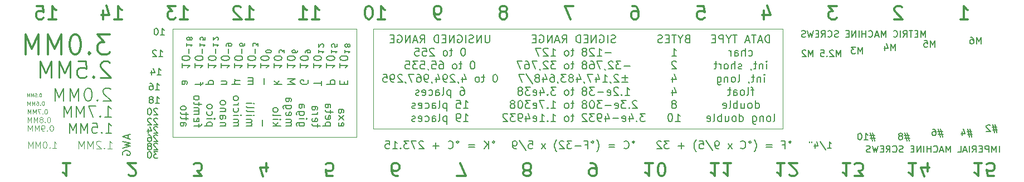
<source format=gbr>
G04 #@! TF.GenerationSoftware,KiCad,Pcbnew,(5.1.4)-1*
G04 #@! TF.CreationDate,2021-11-29T12:53:37-05:00*
G04 #@! TF.ProjectId,ruler,72756c65-722e-46b6-9963-61645f706362,0.1*
G04 #@! TF.SameCoordinates,Original*
G04 #@! TF.FileFunction,Legend,Bot*
G04 #@! TF.FilePolarity,Positive*
%FSLAX46Y46*%
G04 Gerber Fmt 4.6, Leading zero omitted, Abs format (unit mm)*
G04 Created by KiCad (PCBNEW (5.1.4)-1) date 2021-11-29 12:53:37*
%MOMM*%
%LPD*%
G04 APERTURE LIST*
%ADD10C,0.200000*%
%ADD11C,0.050000*%
%ADD12C,0.070000*%
%ADD13C,0.090000*%
%ADD14C,0.060000*%
%ADD15C,0.080000*%
%ADD16C,0.100000*%
%ADD17C,0.120000*%
%ADD18C,0.150000*%
%ADD19C,0.170000*%
%ADD20C,0.250000*%
%ADD21C,0.300000*%
G04 APERTURE END LIST*
D10*
X149084285Y-99672857D02*
X149198571Y-99730000D01*
X149255714Y-99844285D01*
X149198571Y-99958571D01*
X149084285Y-100015714D01*
X148970000Y-99958571D01*
X148912857Y-99844285D01*
X148970000Y-99730000D01*
X149084285Y-99672857D01*
X148341428Y-100872857D02*
X148341428Y-99672857D01*
X147655714Y-100872857D02*
X148170000Y-100187142D01*
X147655714Y-99672857D02*
X148341428Y-100358571D01*
X146227142Y-100244285D02*
X145312857Y-100244285D01*
X145312857Y-100587142D02*
X146227142Y-100587142D01*
X143655714Y-99672857D02*
X143770000Y-99730000D01*
X143827142Y-99844285D01*
X143770000Y-99958571D01*
X143655714Y-100015714D01*
X143541428Y-99958571D01*
X143484285Y-99844285D01*
X143541428Y-99730000D01*
X143655714Y-99672857D01*
X142227142Y-100758571D02*
X142284285Y-100815714D01*
X142455714Y-100872857D01*
X142570000Y-100872857D01*
X142741428Y-100815714D01*
X142855714Y-100701428D01*
X142912857Y-100587142D01*
X142970000Y-100358571D01*
X142970000Y-100187142D01*
X142912857Y-99958571D01*
X142855714Y-99844285D01*
X142741428Y-99730000D01*
X142570000Y-99672857D01*
X142455714Y-99672857D01*
X142284285Y-99730000D01*
X142227142Y-99787142D01*
X140798571Y-100415714D02*
X139884285Y-100415714D01*
X140341428Y-100872857D02*
X140341428Y-99958571D01*
X138455714Y-99787142D02*
X138398571Y-99730000D01*
X138284285Y-99672857D01*
X137998571Y-99672857D01*
X137884285Y-99730000D01*
X137827142Y-99787142D01*
X137770000Y-99901428D01*
X137770000Y-100015714D01*
X137827142Y-100187142D01*
X138512857Y-100872857D01*
X137770000Y-100872857D01*
X137370000Y-99672857D02*
X136570000Y-99672857D01*
X137084285Y-100872857D01*
X136227142Y-99672857D02*
X135484285Y-99672857D01*
X135884285Y-100130000D01*
X135712857Y-100130000D01*
X135598571Y-100187142D01*
X135541428Y-100244285D01*
X135484285Y-100358571D01*
X135484285Y-100644285D01*
X135541428Y-100758571D01*
X135598571Y-100815714D01*
X135712857Y-100872857D01*
X136055714Y-100872857D01*
X136170000Y-100815714D01*
X136227142Y-100758571D01*
X134970000Y-100758571D02*
X134912857Y-100815714D01*
X134970000Y-100872857D01*
X135027142Y-100815714D01*
X134970000Y-100758571D01*
X134970000Y-100872857D01*
X133770000Y-100872857D02*
X134455714Y-100872857D01*
X134112857Y-100872857D02*
X134112857Y-99672857D01*
X134227142Y-99844285D01*
X134341428Y-99958571D01*
X134455714Y-100015714D01*
X132684285Y-99672857D02*
X133255714Y-99672857D01*
X133312857Y-100244285D01*
X133255714Y-100187142D01*
X133141428Y-100130000D01*
X132855714Y-100130000D01*
X132741428Y-100187142D01*
X132684285Y-100244285D01*
X132627142Y-100358571D01*
X132627142Y-100644285D01*
X132684285Y-100758571D01*
X132741428Y-100815714D01*
X132855714Y-100872857D01*
X133141428Y-100872857D01*
X133255714Y-100815714D01*
X133312857Y-100758571D01*
X194150000Y-99672857D02*
X194264285Y-99730000D01*
X194321428Y-99844285D01*
X194264285Y-99958571D01*
X194150000Y-100015714D01*
X194035714Y-99958571D01*
X193978571Y-99844285D01*
X194035714Y-99730000D01*
X194150000Y-99672857D01*
X193007142Y-100244285D02*
X193407142Y-100244285D01*
X193407142Y-100872857D02*
X193407142Y-99672857D01*
X192835714Y-99672857D01*
X191464285Y-100244285D02*
X190550000Y-100244285D01*
X190550000Y-100587142D02*
X191464285Y-100587142D01*
X188721428Y-101330000D02*
X188778571Y-101272857D01*
X188892857Y-101101428D01*
X188950000Y-100987142D01*
X189007142Y-100815714D01*
X189064285Y-100530000D01*
X189064285Y-100301428D01*
X189007142Y-100015714D01*
X188950000Y-99844285D01*
X188892857Y-99730000D01*
X188778571Y-99558571D01*
X188721428Y-99501428D01*
X188092857Y-99672857D02*
X188207142Y-99730000D01*
X188264285Y-99844285D01*
X188207142Y-99958571D01*
X188092857Y-100015714D01*
X187978571Y-99958571D01*
X187921428Y-99844285D01*
X187978571Y-99730000D01*
X188092857Y-99672857D01*
X186664285Y-100758571D02*
X186721428Y-100815714D01*
X186892857Y-100872857D01*
X187007142Y-100872857D01*
X187178571Y-100815714D01*
X187292857Y-100701428D01*
X187350000Y-100587142D01*
X187407142Y-100358571D01*
X187407142Y-100187142D01*
X187350000Y-99958571D01*
X187292857Y-99844285D01*
X187178571Y-99730000D01*
X187007142Y-99672857D01*
X186892857Y-99672857D01*
X186721428Y-99730000D01*
X186664285Y-99787142D01*
X185350000Y-100872857D02*
X184721428Y-100072857D01*
X185350000Y-100072857D02*
X184721428Y-100872857D01*
X183292857Y-100872857D02*
X183064285Y-100872857D01*
X182950000Y-100815714D01*
X182892857Y-100758571D01*
X182778571Y-100587142D01*
X182721428Y-100358571D01*
X182721428Y-99901428D01*
X182778571Y-99787142D01*
X182835714Y-99730000D01*
X182950000Y-99672857D01*
X183178571Y-99672857D01*
X183292857Y-99730000D01*
X183350000Y-99787142D01*
X183407142Y-99901428D01*
X183407142Y-100187142D01*
X183350000Y-100301428D01*
X183292857Y-100358571D01*
X183178571Y-100415714D01*
X182950000Y-100415714D01*
X182835714Y-100358571D01*
X182778571Y-100301428D01*
X182721428Y-100187142D01*
X181350000Y-99615714D02*
X182378571Y-101158571D01*
X180378571Y-99672857D02*
X180950000Y-99672857D01*
X181007142Y-100244285D01*
X180950000Y-100187142D01*
X180835714Y-100130000D01*
X180550000Y-100130000D01*
X180435714Y-100187142D01*
X180378571Y-100244285D01*
X180321428Y-100358571D01*
X180321428Y-100644285D01*
X180378571Y-100758571D01*
X180435714Y-100815714D01*
X180550000Y-100872857D01*
X180835714Y-100872857D01*
X180950000Y-100815714D01*
X181007142Y-100758571D01*
X179921428Y-101330000D02*
X179864285Y-101272857D01*
X179750000Y-101101428D01*
X179692857Y-100987142D01*
X179635714Y-100815714D01*
X179578571Y-100530000D01*
X179578571Y-100301428D01*
X179635714Y-100015714D01*
X179692857Y-99844285D01*
X179750000Y-99730000D01*
X179864285Y-99558571D01*
X179921428Y-99501428D01*
X178092857Y-100415714D02*
X177178571Y-100415714D01*
X177635714Y-100872857D02*
X177635714Y-99958571D01*
X175807142Y-99672857D02*
X175064285Y-99672857D01*
X175464285Y-100130000D01*
X175292857Y-100130000D01*
X175178571Y-100187142D01*
X175121428Y-100244285D01*
X175064285Y-100358571D01*
X175064285Y-100644285D01*
X175121428Y-100758571D01*
X175178571Y-100815714D01*
X175292857Y-100872857D01*
X175635714Y-100872857D01*
X175750000Y-100815714D01*
X175807142Y-100758571D01*
X174607142Y-99787142D02*
X174550000Y-99730000D01*
X174435714Y-99672857D01*
X174150000Y-99672857D01*
X174035714Y-99730000D01*
X173978571Y-99787142D01*
X173921428Y-99901428D01*
X173921428Y-100015714D01*
X173978571Y-100187142D01*
X174664285Y-100872857D01*
X173921428Y-100872857D01*
X170375714Y-99672857D02*
X170490000Y-99730000D01*
X170547142Y-99844285D01*
X170490000Y-99958571D01*
X170375714Y-100015714D01*
X170261428Y-99958571D01*
X170204285Y-99844285D01*
X170261428Y-99730000D01*
X170375714Y-99672857D01*
X168947142Y-100758571D02*
X169004285Y-100815714D01*
X169175714Y-100872857D01*
X169290000Y-100872857D01*
X169461428Y-100815714D01*
X169575714Y-100701428D01*
X169632857Y-100587142D01*
X169690000Y-100358571D01*
X169690000Y-100187142D01*
X169632857Y-99958571D01*
X169575714Y-99844285D01*
X169461428Y-99730000D01*
X169290000Y-99672857D01*
X169175714Y-99672857D01*
X169004285Y-99730000D01*
X168947142Y-99787142D01*
X167518571Y-100244285D02*
X166604285Y-100244285D01*
X166604285Y-100587142D02*
X167518571Y-100587142D01*
X164775714Y-101330000D02*
X164832857Y-101272857D01*
X164947142Y-101101428D01*
X165004285Y-100987142D01*
X165061428Y-100815714D01*
X165118571Y-100530000D01*
X165118571Y-100301428D01*
X165061428Y-100015714D01*
X165004285Y-99844285D01*
X164947142Y-99730000D01*
X164832857Y-99558571D01*
X164775714Y-99501428D01*
X164147142Y-99672857D02*
X164261428Y-99730000D01*
X164318571Y-99844285D01*
X164261428Y-99958571D01*
X164147142Y-100015714D01*
X164032857Y-99958571D01*
X163975714Y-99844285D01*
X164032857Y-99730000D01*
X164147142Y-99672857D01*
X163004285Y-100244285D02*
X163404285Y-100244285D01*
X163404285Y-100872857D02*
X163404285Y-99672857D01*
X162832857Y-99672857D01*
X162375714Y-100415714D02*
X161461428Y-100415714D01*
X161004285Y-99672857D02*
X160261428Y-99672857D01*
X160661428Y-100130000D01*
X160490000Y-100130000D01*
X160375714Y-100187142D01*
X160318571Y-100244285D01*
X160261428Y-100358571D01*
X160261428Y-100644285D01*
X160318571Y-100758571D01*
X160375714Y-100815714D01*
X160490000Y-100872857D01*
X160832857Y-100872857D01*
X160947142Y-100815714D01*
X161004285Y-100758571D01*
X159804285Y-99787142D02*
X159747142Y-99730000D01*
X159632857Y-99672857D01*
X159347142Y-99672857D01*
X159232857Y-99730000D01*
X159175714Y-99787142D01*
X159118571Y-99901428D01*
X159118571Y-100015714D01*
X159175714Y-100187142D01*
X159861428Y-100872857D01*
X159118571Y-100872857D01*
X158718571Y-101330000D02*
X158661428Y-101272857D01*
X158547142Y-101101428D01*
X158490000Y-100987142D01*
X158432857Y-100815714D01*
X158375714Y-100530000D01*
X158375714Y-100301428D01*
X158432857Y-100015714D01*
X158490000Y-99844285D01*
X158547142Y-99730000D01*
X158661428Y-99558571D01*
X158718571Y-99501428D01*
X157004285Y-100872857D02*
X156375714Y-100072857D01*
X157004285Y-100072857D02*
X156375714Y-100872857D01*
X154432857Y-99672857D02*
X155004285Y-99672857D01*
X155061428Y-100244285D01*
X155004285Y-100187142D01*
X154890000Y-100130000D01*
X154604285Y-100130000D01*
X154490000Y-100187142D01*
X154432857Y-100244285D01*
X154375714Y-100358571D01*
X154375714Y-100644285D01*
X154432857Y-100758571D01*
X154490000Y-100815714D01*
X154604285Y-100872857D01*
X154890000Y-100872857D01*
X155004285Y-100815714D01*
X155061428Y-100758571D01*
X153004285Y-99615714D02*
X154032857Y-101158571D01*
X152547142Y-100872857D02*
X152318571Y-100872857D01*
X152204285Y-100815714D01*
X152147142Y-100758571D01*
X152032857Y-100587142D01*
X151975714Y-100358571D01*
X151975714Y-99901428D01*
X152032857Y-99787142D01*
X152090000Y-99730000D01*
X152204285Y-99672857D01*
X152432857Y-99672857D01*
X152547142Y-99730000D01*
X152604285Y-99787142D01*
X152661428Y-99901428D01*
X152661428Y-100187142D01*
X152604285Y-100301428D01*
X152547142Y-100358571D01*
X152432857Y-100415714D01*
X152204285Y-100415714D01*
X152090000Y-100358571D01*
X152032857Y-100301428D01*
X151975714Y-100187142D01*
D11*
X80256547Y-92436190D02*
X80208928Y-92436190D01*
X80161309Y-92460000D01*
X80137500Y-92483809D01*
X80113690Y-92531428D01*
X80089880Y-92626666D01*
X80089880Y-92745714D01*
X80113690Y-92840952D01*
X80137500Y-92888571D01*
X80161309Y-92912380D01*
X80208928Y-92936190D01*
X80256547Y-92936190D01*
X80304166Y-92912380D01*
X80327976Y-92888571D01*
X80351785Y-92840952D01*
X80375595Y-92745714D01*
X80375595Y-92626666D01*
X80351785Y-92531428D01*
X80327976Y-92483809D01*
X80304166Y-92460000D01*
X80256547Y-92436190D01*
X79875595Y-92888571D02*
X79851785Y-92912380D01*
X79875595Y-92936190D01*
X79899404Y-92912380D01*
X79875595Y-92888571D01*
X79875595Y-92936190D01*
X79399404Y-92436190D02*
X79637500Y-92436190D01*
X79661309Y-92674285D01*
X79637500Y-92650476D01*
X79589880Y-92626666D01*
X79470833Y-92626666D01*
X79423214Y-92650476D01*
X79399404Y-92674285D01*
X79375595Y-92721904D01*
X79375595Y-92840952D01*
X79399404Y-92888571D01*
X79423214Y-92912380D01*
X79470833Y-92936190D01*
X79589880Y-92936190D01*
X79637500Y-92912380D01*
X79661309Y-92888571D01*
X79161309Y-92936190D02*
X79161309Y-92436190D01*
X78994642Y-92793333D01*
X78827976Y-92436190D01*
X78827976Y-92936190D01*
X78589880Y-92936190D02*
X78589880Y-92436190D01*
X78423214Y-92793333D01*
X78256547Y-92436190D01*
X78256547Y-92936190D01*
D12*
X81117166Y-94866666D02*
X81050500Y-94866666D01*
X80983833Y-94900000D01*
X80950500Y-94933333D01*
X80917166Y-95000000D01*
X80883833Y-95133333D01*
X80883833Y-95300000D01*
X80917166Y-95433333D01*
X80950500Y-95500000D01*
X80983833Y-95533333D01*
X81050500Y-95566666D01*
X81117166Y-95566666D01*
X81183833Y-95533333D01*
X81217166Y-95500000D01*
X81250500Y-95433333D01*
X81283833Y-95300000D01*
X81283833Y-95133333D01*
X81250500Y-95000000D01*
X81217166Y-94933333D01*
X81183833Y-94900000D01*
X81117166Y-94866666D01*
X80583833Y-95500000D02*
X80550500Y-95533333D01*
X80583833Y-95566666D01*
X80617166Y-95533333D01*
X80583833Y-95500000D01*
X80583833Y-95566666D01*
X80317166Y-94866666D02*
X79850500Y-94866666D01*
X80150500Y-95566666D01*
X79583833Y-95566666D02*
X79583833Y-94866666D01*
X79350500Y-95366666D01*
X79117166Y-94866666D01*
X79117166Y-95566666D01*
X78783833Y-95566666D02*
X78783833Y-94866666D01*
X78550500Y-95366666D01*
X78317166Y-94866666D01*
X78317166Y-95566666D01*
D13*
X81977785Y-97297142D02*
X81892071Y-97297142D01*
X81806357Y-97340000D01*
X81763500Y-97382857D01*
X81720642Y-97468571D01*
X81677785Y-97640000D01*
X81677785Y-97854285D01*
X81720642Y-98025714D01*
X81763500Y-98111428D01*
X81806357Y-98154285D01*
X81892071Y-98197142D01*
X81977785Y-98197142D01*
X82063500Y-98154285D01*
X82106357Y-98111428D01*
X82149214Y-98025714D01*
X82192071Y-97854285D01*
X82192071Y-97640000D01*
X82149214Y-97468571D01*
X82106357Y-97382857D01*
X82063500Y-97340000D01*
X81977785Y-97297142D01*
X81292071Y-98111428D02*
X81249214Y-98154285D01*
X81292071Y-98197142D01*
X81334928Y-98154285D01*
X81292071Y-98111428D01*
X81292071Y-98197142D01*
X80820642Y-98197142D02*
X80649214Y-98197142D01*
X80563500Y-98154285D01*
X80520642Y-98111428D01*
X80434928Y-97982857D01*
X80392071Y-97811428D01*
X80392071Y-97468571D01*
X80434928Y-97382857D01*
X80477785Y-97340000D01*
X80563500Y-97297142D01*
X80734928Y-97297142D01*
X80820642Y-97340000D01*
X80863500Y-97382857D01*
X80906357Y-97468571D01*
X80906357Y-97682857D01*
X80863500Y-97768571D01*
X80820642Y-97811428D01*
X80734928Y-97854285D01*
X80563500Y-97854285D01*
X80477785Y-97811428D01*
X80434928Y-97768571D01*
X80392071Y-97682857D01*
X80006357Y-98197142D02*
X80006357Y-97297142D01*
X79706357Y-97940000D01*
X79406357Y-97297142D01*
X79406357Y-98197142D01*
X78977785Y-98197142D02*
X78977785Y-97297142D01*
X78677785Y-97940000D01*
X78377785Y-97297142D01*
X78377785Y-98197142D01*
D14*
X80686857Y-93651428D02*
X80629714Y-93651428D01*
X80572571Y-93680000D01*
X80544000Y-93708571D01*
X80515428Y-93765714D01*
X80486857Y-93880000D01*
X80486857Y-94022857D01*
X80515428Y-94137142D01*
X80544000Y-94194285D01*
X80572571Y-94222857D01*
X80629714Y-94251428D01*
X80686857Y-94251428D01*
X80744000Y-94222857D01*
X80772571Y-94194285D01*
X80801142Y-94137142D01*
X80829714Y-94022857D01*
X80829714Y-93880000D01*
X80801142Y-93765714D01*
X80772571Y-93708571D01*
X80744000Y-93680000D01*
X80686857Y-93651428D01*
X80229714Y-94194285D02*
X80201142Y-94222857D01*
X80229714Y-94251428D01*
X80258285Y-94222857D01*
X80229714Y-94194285D01*
X80229714Y-94251428D01*
X79686857Y-93651428D02*
X79801142Y-93651428D01*
X79858285Y-93680000D01*
X79886857Y-93708571D01*
X79944000Y-93794285D01*
X79972571Y-93908571D01*
X79972571Y-94137142D01*
X79944000Y-94194285D01*
X79915428Y-94222857D01*
X79858285Y-94251428D01*
X79744000Y-94251428D01*
X79686857Y-94222857D01*
X79658285Y-94194285D01*
X79629714Y-94137142D01*
X79629714Y-93994285D01*
X79658285Y-93937142D01*
X79686857Y-93908571D01*
X79744000Y-93880000D01*
X79858285Y-93880000D01*
X79915428Y-93908571D01*
X79944000Y-93937142D01*
X79972571Y-93994285D01*
X79372571Y-94251428D02*
X79372571Y-93651428D01*
X79172571Y-94080000D01*
X78972571Y-93651428D01*
X78972571Y-94251428D01*
X78686857Y-94251428D02*
X78686857Y-93651428D01*
X78486857Y-94080000D01*
X78286857Y-93651428D01*
X78286857Y-94251428D01*
D15*
X81547476Y-96081904D02*
X81471285Y-96081904D01*
X81395095Y-96120000D01*
X81357000Y-96158095D01*
X81318904Y-96234285D01*
X81280809Y-96386666D01*
X81280809Y-96577142D01*
X81318904Y-96729523D01*
X81357000Y-96805714D01*
X81395095Y-96843809D01*
X81471285Y-96881904D01*
X81547476Y-96881904D01*
X81623666Y-96843809D01*
X81661761Y-96805714D01*
X81699857Y-96729523D01*
X81737952Y-96577142D01*
X81737952Y-96386666D01*
X81699857Y-96234285D01*
X81661761Y-96158095D01*
X81623666Y-96120000D01*
X81547476Y-96081904D01*
X80937952Y-96805714D02*
X80899857Y-96843809D01*
X80937952Y-96881904D01*
X80976047Y-96843809D01*
X80937952Y-96805714D01*
X80937952Y-96881904D01*
X80442714Y-96424761D02*
X80518904Y-96386666D01*
X80557000Y-96348571D01*
X80595095Y-96272380D01*
X80595095Y-96234285D01*
X80557000Y-96158095D01*
X80518904Y-96120000D01*
X80442714Y-96081904D01*
X80290333Y-96081904D01*
X80214142Y-96120000D01*
X80176047Y-96158095D01*
X80137952Y-96234285D01*
X80137952Y-96272380D01*
X80176047Y-96348571D01*
X80214142Y-96386666D01*
X80290333Y-96424761D01*
X80442714Y-96424761D01*
X80518904Y-96462857D01*
X80557000Y-96500952D01*
X80595095Y-96577142D01*
X80595095Y-96729523D01*
X80557000Y-96805714D01*
X80518904Y-96843809D01*
X80442714Y-96881904D01*
X80290333Y-96881904D01*
X80214142Y-96843809D01*
X80176047Y-96805714D01*
X80137952Y-96729523D01*
X80137952Y-96577142D01*
X80176047Y-96500952D01*
X80214142Y-96462857D01*
X80290333Y-96424761D01*
X79795095Y-96881904D02*
X79795095Y-96081904D01*
X79528428Y-96653333D01*
X79261761Y-96081904D01*
X79261761Y-96881904D01*
X78880809Y-96881904D02*
X78880809Y-96081904D01*
X78614142Y-96653333D01*
X78347476Y-96081904D01*
X78347476Y-96881904D01*
D16*
X82074761Y-100782380D02*
X82646190Y-100782380D01*
X82360476Y-100782380D02*
X82360476Y-99782380D01*
X82455714Y-99925238D01*
X82550952Y-100020476D01*
X82646190Y-100068095D01*
X81646190Y-100687142D02*
X81598571Y-100734761D01*
X81646190Y-100782380D01*
X81693809Y-100734761D01*
X81646190Y-100687142D01*
X81646190Y-100782380D01*
X80979523Y-99782380D02*
X80884285Y-99782380D01*
X80789047Y-99830000D01*
X80741428Y-99877619D01*
X80693809Y-99972857D01*
X80646190Y-100163333D01*
X80646190Y-100401428D01*
X80693809Y-100591904D01*
X80741428Y-100687142D01*
X80789047Y-100734761D01*
X80884285Y-100782380D01*
X80979523Y-100782380D01*
X81074761Y-100734761D01*
X81122380Y-100687142D01*
X81170000Y-100591904D01*
X81217619Y-100401428D01*
X81217619Y-100163333D01*
X81170000Y-99972857D01*
X81122380Y-99877619D01*
X81074761Y-99830000D01*
X80979523Y-99782380D01*
X80217619Y-100782380D02*
X80217619Y-99782380D01*
X79884285Y-100496666D01*
X79550952Y-99782380D01*
X79550952Y-100782380D01*
X79074761Y-100782380D02*
X79074761Y-99782380D01*
X78741428Y-100496666D01*
X78408095Y-99782380D01*
X78408095Y-100782380D01*
D17*
X90447714Y-100872857D02*
X91133428Y-100872857D01*
X90790571Y-100872857D02*
X90790571Y-99672857D01*
X90904857Y-99844285D01*
X91019142Y-99958571D01*
X91133428Y-100015714D01*
X89933428Y-100758571D02*
X89876285Y-100815714D01*
X89933428Y-100872857D01*
X89990571Y-100815714D01*
X89933428Y-100758571D01*
X89933428Y-100872857D01*
X89419142Y-99787142D02*
X89362000Y-99730000D01*
X89247714Y-99672857D01*
X88962000Y-99672857D01*
X88847714Y-99730000D01*
X88790571Y-99787142D01*
X88733428Y-99901428D01*
X88733428Y-100015714D01*
X88790571Y-100187142D01*
X89476285Y-100872857D01*
X88733428Y-100872857D01*
X88219142Y-100872857D02*
X88219142Y-99672857D01*
X87819142Y-100530000D01*
X87419142Y-99672857D01*
X87419142Y-100872857D01*
X86847714Y-100872857D02*
X86847714Y-99672857D01*
X86447714Y-100530000D01*
X86047714Y-99672857D01*
X86047714Y-100872857D01*
D18*
X90199642Y-98468571D02*
X91056785Y-98468571D01*
X90628214Y-98468571D02*
X90628214Y-96968571D01*
X90771071Y-97182857D01*
X90913928Y-97325714D01*
X91056785Y-97397142D01*
X89556785Y-98325714D02*
X89485357Y-98397142D01*
X89556785Y-98468571D01*
X89628214Y-98397142D01*
X89556785Y-98325714D01*
X89556785Y-98468571D01*
X88128214Y-96968571D02*
X88842500Y-96968571D01*
X88913928Y-97682857D01*
X88842500Y-97611428D01*
X88699642Y-97540000D01*
X88342500Y-97540000D01*
X88199642Y-97611428D01*
X88128214Y-97682857D01*
X88056785Y-97825714D01*
X88056785Y-98182857D01*
X88128214Y-98325714D01*
X88199642Y-98397142D01*
X88342500Y-98468571D01*
X88699642Y-98468571D01*
X88842500Y-98397142D01*
X88913928Y-98325714D01*
X87413928Y-98468571D02*
X87413928Y-96968571D01*
X86913928Y-98040000D01*
X86413928Y-96968571D01*
X86413928Y-98468571D01*
X85699642Y-98468571D02*
X85699642Y-96968571D01*
X85199642Y-98040000D01*
X84699642Y-96968571D01*
X84699642Y-98468571D01*
D19*
X90034261Y-96019047D02*
X91005690Y-96019047D01*
X90519976Y-96019047D02*
X90519976Y-94319047D01*
X90681880Y-94561904D01*
X90843785Y-94723809D01*
X91005690Y-94804761D01*
X89305690Y-95857142D02*
X89224738Y-95938095D01*
X89305690Y-96019047D01*
X89386642Y-95938095D01*
X89305690Y-95857142D01*
X89305690Y-96019047D01*
X88658071Y-94319047D02*
X87524738Y-94319047D01*
X88253309Y-96019047D01*
X86877119Y-96019047D02*
X86877119Y-94319047D01*
X86310452Y-95533333D01*
X85743785Y-94319047D01*
X85743785Y-96019047D01*
X84934261Y-96019047D02*
X84934261Y-94319047D01*
X84367595Y-95533333D01*
X83800928Y-94319047D01*
X83800928Y-96019047D01*
D10*
X90929047Y-91805238D02*
X90833809Y-91710000D01*
X90643333Y-91614761D01*
X90167142Y-91614761D01*
X89976666Y-91710000D01*
X89881428Y-91805238D01*
X89786190Y-91995714D01*
X89786190Y-92186190D01*
X89881428Y-92471904D01*
X91024285Y-93614761D01*
X89786190Y-93614761D01*
X88929047Y-93424285D02*
X88833809Y-93519523D01*
X88929047Y-93614761D01*
X89024285Y-93519523D01*
X88929047Y-93424285D01*
X88929047Y-93614761D01*
X87595714Y-91614761D02*
X87405238Y-91614761D01*
X87214761Y-91710000D01*
X87119523Y-91805238D01*
X87024285Y-91995714D01*
X86929047Y-92376666D01*
X86929047Y-92852857D01*
X87024285Y-93233809D01*
X87119523Y-93424285D01*
X87214761Y-93519523D01*
X87405238Y-93614761D01*
X87595714Y-93614761D01*
X87786190Y-93519523D01*
X87881428Y-93424285D01*
X87976666Y-93233809D01*
X88071904Y-92852857D01*
X88071904Y-92376666D01*
X87976666Y-91995714D01*
X87881428Y-91805238D01*
X87786190Y-91710000D01*
X87595714Y-91614761D01*
X86071904Y-93614761D02*
X86071904Y-91614761D01*
X85405238Y-93043333D01*
X84738571Y-91614761D01*
X84738571Y-93614761D01*
X83786190Y-93614761D02*
X83786190Y-91614761D01*
X83119523Y-93043333D01*
X82452857Y-91614761D01*
X82452857Y-93614761D01*
D20*
X90801309Y-87769047D02*
X90682261Y-87650000D01*
X90444166Y-87530952D01*
X89848928Y-87530952D01*
X89610833Y-87650000D01*
X89491785Y-87769047D01*
X89372738Y-88007142D01*
X89372738Y-88245238D01*
X89491785Y-88602380D01*
X90920357Y-90030952D01*
X89372738Y-90030952D01*
X88301309Y-89792857D02*
X88182261Y-89911904D01*
X88301309Y-90030952D01*
X88420357Y-89911904D01*
X88301309Y-89792857D01*
X88301309Y-90030952D01*
X85920357Y-87530952D02*
X87110833Y-87530952D01*
X87229880Y-88721428D01*
X87110833Y-88602380D01*
X86872738Y-88483333D01*
X86277500Y-88483333D01*
X86039404Y-88602380D01*
X85920357Y-88721428D01*
X85801309Y-88959523D01*
X85801309Y-89554761D01*
X85920357Y-89792857D01*
X86039404Y-89911904D01*
X86277500Y-90030952D01*
X86872738Y-90030952D01*
X87110833Y-89911904D01*
X87229880Y-89792857D01*
X84729880Y-90030952D02*
X84729880Y-87530952D01*
X83896547Y-89316666D01*
X83063214Y-87530952D01*
X83063214Y-90030952D01*
X81872738Y-90030952D02*
X81872738Y-87530952D01*
X81039404Y-89316666D01*
X80206071Y-87530952D01*
X80206071Y-90030952D01*
D21*
X90816428Y-83447143D02*
X88959286Y-83447143D01*
X89959286Y-84590000D01*
X89530714Y-84590000D01*
X89245000Y-84732857D01*
X89102143Y-84875714D01*
X88959286Y-85161428D01*
X88959286Y-85875714D01*
X89102143Y-86161428D01*
X89245000Y-86304285D01*
X89530714Y-86447142D01*
X90387857Y-86447142D01*
X90673571Y-86304285D01*
X90816428Y-86161428D01*
X87673572Y-86161428D02*
X87530715Y-86304285D01*
X87673572Y-86447142D01*
X87816429Y-86304285D01*
X87673572Y-86161428D01*
X87673572Y-86447142D01*
X85673573Y-83447143D02*
X85387859Y-83447143D01*
X85102144Y-83590000D01*
X84959287Y-83732857D01*
X84816430Y-84018571D01*
X84673573Y-84590000D01*
X84673573Y-85304285D01*
X84816430Y-85875714D01*
X84959287Y-86161428D01*
X85102144Y-86304285D01*
X85387859Y-86447142D01*
X85673573Y-86447142D01*
X85959287Y-86304285D01*
X86102144Y-86161428D01*
X86245001Y-85875714D01*
X86387858Y-85304285D01*
X86387858Y-84590000D01*
X86245001Y-84018571D01*
X86102144Y-83732857D01*
X85959287Y-83590000D01*
X85673573Y-83447143D01*
X83387859Y-86447142D02*
X83387859Y-83447143D01*
X82387860Y-85589999D01*
X81387860Y-83447143D01*
X81387860Y-86447142D01*
X79959289Y-86447142D02*
X79959289Y-83447143D01*
X78959289Y-85589999D01*
X77959290Y-83447143D01*
X77959290Y-86447142D01*
D17*
X100330000Y-82550000D02*
X100330000Y-99060000D01*
X128270000Y-82550000D02*
X100330000Y-82550000D01*
X128270000Y-99060000D02*
X128270000Y-82550000D01*
X100330000Y-99060000D02*
X128270000Y-99060000D01*
X193040000Y-97790000D02*
X193040000Y-82550000D01*
X130810000Y-97790000D02*
X193040000Y-97790000D01*
X130810000Y-82550000D02*
X130810000Y-97790000D01*
X193040000Y-82550000D02*
X130810000Y-82550000D01*
D10*
X125757142Y-87855714D02*
X125757142Y-88541428D01*
X125757142Y-88198571D02*
X126957142Y-88198571D01*
X126785714Y-88312857D01*
X126671428Y-88427142D01*
X126614285Y-88541428D01*
X126957142Y-87112857D02*
X126957142Y-86998571D01*
X126900000Y-86884285D01*
X126842857Y-86827142D01*
X126728571Y-86770000D01*
X126500000Y-86712857D01*
X126214285Y-86712857D01*
X125985714Y-86770000D01*
X125871428Y-86827142D01*
X125814285Y-86884285D01*
X125757142Y-86998571D01*
X125757142Y-87112857D01*
X125814285Y-87227142D01*
X125871428Y-87284285D01*
X125985714Y-87341428D01*
X126214285Y-87398571D01*
X126500000Y-87398571D01*
X126728571Y-87341428D01*
X126842857Y-87284285D01*
X126900000Y-87227142D01*
X126957142Y-87112857D01*
X126500000Y-85798571D02*
X126500000Y-86255714D01*
X127128571Y-86255714D02*
X127185714Y-86141428D01*
X127300000Y-86027142D01*
X126500000Y-86027142D01*
X126957142Y-85170000D02*
X127014285Y-85284285D01*
X127128571Y-85341428D01*
X127242857Y-85284285D01*
X127300000Y-85170000D01*
X127300000Y-85055714D01*
X127242857Y-84941428D01*
X127128571Y-84884285D01*
X127014285Y-84941428D01*
X126957142Y-85055714D01*
X126957142Y-85170000D01*
X126900000Y-85284285D01*
X126785714Y-85341428D01*
X126671428Y-85341428D01*
X126557142Y-85284285D01*
X126500000Y-85170000D01*
X126500000Y-85055714D01*
X126557142Y-84941428D01*
X126671428Y-84884285D01*
X126785714Y-84884285D01*
X126900000Y-84941428D01*
X126957142Y-85055714D01*
X123757142Y-87855714D02*
X123757142Y-88541428D01*
X123757142Y-88198571D02*
X124957142Y-88198571D01*
X124785714Y-88312857D01*
X124671428Y-88427142D01*
X124614285Y-88541428D01*
X124957142Y-87112857D02*
X124957142Y-86998571D01*
X124900000Y-86884285D01*
X124842857Y-86827142D01*
X124728571Y-86770000D01*
X124500000Y-86712857D01*
X124214285Y-86712857D01*
X123985714Y-86770000D01*
X123871428Y-86827142D01*
X123814285Y-86884285D01*
X123757142Y-86998571D01*
X123757142Y-87112857D01*
X123814285Y-87227142D01*
X123871428Y-87284285D01*
X123985714Y-87341428D01*
X124214285Y-87398571D01*
X124500000Y-87398571D01*
X124728571Y-87341428D01*
X124842857Y-87284285D01*
X124900000Y-87227142D01*
X124957142Y-87112857D01*
X124500000Y-85798571D02*
X124500000Y-86255714D01*
X125128571Y-86255714D02*
X125185714Y-86141428D01*
X125300000Y-86027142D01*
X124500000Y-86027142D01*
X125300000Y-84884285D02*
X125300000Y-85284285D01*
X124957142Y-85341428D01*
X125014285Y-85227142D01*
X125014285Y-85055714D01*
X124957142Y-84941428D01*
X124842857Y-84884285D01*
X124671428Y-84884285D01*
X124557142Y-84941428D01*
X124500000Y-85055714D01*
X124500000Y-85227142D01*
X124557142Y-85341428D01*
X121757142Y-87855714D02*
X121757142Y-88541428D01*
X121757142Y-88198571D02*
X122957142Y-88198571D01*
X122785714Y-88312857D01*
X122671428Y-88427142D01*
X122614285Y-88541428D01*
X122957142Y-87112857D02*
X122957142Y-86998571D01*
X122900000Y-86884285D01*
X122842857Y-86827142D01*
X122728571Y-86770000D01*
X122500000Y-86712857D01*
X122214285Y-86712857D01*
X121985714Y-86770000D01*
X121871428Y-86827142D01*
X121814285Y-86884285D01*
X121757142Y-86998571D01*
X121757142Y-87112857D01*
X121814285Y-87227142D01*
X121871428Y-87284285D01*
X121985714Y-87341428D01*
X122214285Y-87398571D01*
X122500000Y-87398571D01*
X122728571Y-87341428D01*
X122842857Y-87284285D01*
X122900000Y-87227142D01*
X122957142Y-87112857D01*
X122500000Y-85798571D02*
X122500000Y-86255714D01*
X123128571Y-86255714D02*
X123185714Y-86141428D01*
X123300000Y-86027142D01*
X122500000Y-86027142D01*
X123242857Y-85341428D02*
X123300000Y-85227142D01*
X123300000Y-85055714D01*
X123242857Y-84941428D01*
X123128571Y-84884285D01*
X123014285Y-84884285D01*
X122900000Y-84941428D01*
X122500000Y-85341428D01*
X122500000Y-84884285D01*
X119757142Y-87855714D02*
X119757142Y-88541428D01*
X119757142Y-88198571D02*
X120957142Y-88198571D01*
X120785714Y-88312857D01*
X120671428Y-88427142D01*
X120614285Y-88541428D01*
X120957142Y-87112857D02*
X120957142Y-86998571D01*
X120900000Y-86884285D01*
X120842857Y-86827142D01*
X120728571Y-86770000D01*
X120500000Y-86712857D01*
X120214285Y-86712857D01*
X119985714Y-86770000D01*
X119871428Y-86827142D01*
X119814285Y-86884285D01*
X119757142Y-86998571D01*
X119757142Y-87112857D01*
X119814285Y-87227142D01*
X119871428Y-87284285D01*
X119985714Y-87341428D01*
X120214285Y-87398571D01*
X120500000Y-87398571D01*
X120728571Y-87341428D01*
X120842857Y-87284285D01*
X120900000Y-87227142D01*
X120957142Y-87112857D01*
X120957142Y-85798571D02*
X120842857Y-85855714D01*
X120785714Y-85970000D01*
X120785714Y-86084285D01*
X120842857Y-86198571D01*
X120957142Y-86255714D01*
X121128571Y-86255714D01*
X121242857Y-86198571D01*
X121300000Y-86084285D01*
X121300000Y-85970000D01*
X121242857Y-85855714D01*
X121128571Y-85798571D01*
X120842857Y-85798571D01*
X120671428Y-85855714D01*
X120557142Y-85912857D01*
X120500000Y-86027142D01*
X120500000Y-86198571D01*
X117757142Y-87855714D02*
X117757142Y-88541428D01*
X117757142Y-88198571D02*
X118957142Y-88198571D01*
X118785714Y-88312857D01*
X118671428Y-88427142D01*
X118614285Y-88541428D01*
X118957142Y-87112857D02*
X118957142Y-86998571D01*
X118900000Y-86884285D01*
X118842857Y-86827142D01*
X118728571Y-86770000D01*
X118500000Y-86712857D01*
X118214285Y-86712857D01*
X117985714Y-86770000D01*
X117871428Y-86827142D01*
X117814285Y-86884285D01*
X117757142Y-86998571D01*
X117757142Y-87112857D01*
X117814285Y-87227142D01*
X117871428Y-87284285D01*
X117985714Y-87341428D01*
X118214285Y-87398571D01*
X118500000Y-87398571D01*
X118728571Y-87341428D01*
X118842857Y-87284285D01*
X118900000Y-87227142D01*
X118957142Y-87112857D01*
X118842857Y-86255714D02*
X118957142Y-86198571D01*
X119014285Y-86084285D01*
X119014285Y-85970000D01*
X118957142Y-85855714D01*
X118842857Y-85798571D01*
X118671428Y-85798571D01*
X118557142Y-85855714D01*
X118500000Y-85970000D01*
X118500000Y-86084285D01*
X118557142Y-86198571D01*
X118671428Y-86255714D01*
X118957142Y-86255714D01*
X119128571Y-86198571D01*
X119242857Y-86141428D01*
X119300000Y-86027142D01*
X119300000Y-85855714D01*
X115757142Y-87855714D02*
X115757142Y-88541428D01*
X115757142Y-88198571D02*
X116957142Y-88198571D01*
X116785714Y-88312857D01*
X116671428Y-88427142D01*
X116614285Y-88541428D01*
X116957142Y-87112857D02*
X116957142Y-86998571D01*
X116900000Y-86884285D01*
X116842857Y-86827142D01*
X116728571Y-86770000D01*
X116500000Y-86712857D01*
X116214285Y-86712857D01*
X115985714Y-86770000D01*
X115871428Y-86827142D01*
X115814285Y-86884285D01*
X115757142Y-86998571D01*
X115757142Y-87112857D01*
X115814285Y-87227142D01*
X115871428Y-87284285D01*
X115985714Y-87341428D01*
X116214285Y-87398571D01*
X116500000Y-87398571D01*
X116728571Y-87341428D01*
X116842857Y-87284285D01*
X116900000Y-87227142D01*
X116957142Y-87112857D01*
X117300000Y-86255714D02*
X117300000Y-85798571D01*
X117014285Y-86027142D01*
X117014285Y-85970000D01*
X116957142Y-85855714D01*
X116842857Y-85798571D01*
X116671428Y-85798571D01*
X116557142Y-85855714D01*
X116500000Y-85970000D01*
X116500000Y-86141428D01*
X116557142Y-86255714D01*
X113757142Y-87855714D02*
X113757142Y-88541428D01*
X113757142Y-88198571D02*
X114957142Y-88198571D01*
X114785714Y-88312857D01*
X114671428Y-88427142D01*
X114614285Y-88541428D01*
X114957142Y-87112857D02*
X114957142Y-86998571D01*
X114900000Y-86884285D01*
X114842857Y-86827142D01*
X114728571Y-86770000D01*
X114500000Y-86712857D01*
X114214285Y-86712857D01*
X113985714Y-86770000D01*
X113871428Y-86827142D01*
X113814285Y-86884285D01*
X113757142Y-86998571D01*
X113757142Y-87112857D01*
X113814285Y-87227142D01*
X113871428Y-87284285D01*
X113985714Y-87341428D01*
X114214285Y-87398571D01*
X114500000Y-87398571D01*
X114728571Y-87341428D01*
X114842857Y-87284285D01*
X114900000Y-87227142D01*
X114957142Y-87112857D01*
X115300000Y-86084285D02*
X115300000Y-85970000D01*
X115242857Y-85855714D01*
X115071428Y-85798571D01*
X114728571Y-85798571D01*
X114557142Y-85855714D01*
X114500000Y-85970000D01*
X114500000Y-86084285D01*
X114557142Y-86198571D01*
X114728571Y-86255714D01*
X115071428Y-86255714D01*
X115242857Y-86198571D01*
X115300000Y-86084285D01*
X111757142Y-87855714D02*
X111757142Y-88541428D01*
X111757142Y-88198571D02*
X112957142Y-88198571D01*
X112785714Y-88312857D01*
X112671428Y-88427142D01*
X112614285Y-88541428D01*
X112957142Y-87112857D02*
X112957142Y-86998571D01*
X112900000Y-86884285D01*
X112842857Y-86827142D01*
X112728571Y-86770000D01*
X112500000Y-86712857D01*
X112214285Y-86712857D01*
X111985714Y-86770000D01*
X111871428Y-86827142D01*
X111814285Y-86884285D01*
X111757142Y-86998571D01*
X111757142Y-87112857D01*
X111814285Y-87227142D01*
X111871428Y-87284285D01*
X111985714Y-87341428D01*
X112214285Y-87398571D01*
X112500000Y-87398571D01*
X112728571Y-87341428D01*
X112842857Y-87284285D01*
X112900000Y-87227142D01*
X112957142Y-87112857D01*
X112842857Y-86312857D02*
X112842857Y-85627142D01*
X113300000Y-85227142D02*
X113300000Y-84770000D01*
X113014285Y-84998571D01*
X113014285Y-84941428D01*
X112957142Y-84827142D01*
X112842857Y-84770000D01*
X112671428Y-84770000D01*
X112557142Y-84827142D01*
X112500000Y-84941428D01*
X112500000Y-85112857D01*
X112557142Y-85227142D01*
X109757142Y-87855714D02*
X109757142Y-88541428D01*
X109757142Y-88198571D02*
X110957142Y-88198571D01*
X110785714Y-88312857D01*
X110671428Y-88427142D01*
X110614285Y-88541428D01*
X110957142Y-87112857D02*
X110957142Y-86998571D01*
X110900000Y-86884285D01*
X110842857Y-86827142D01*
X110728571Y-86770000D01*
X110500000Y-86712857D01*
X110214285Y-86712857D01*
X109985714Y-86770000D01*
X109871428Y-86827142D01*
X109814285Y-86884285D01*
X109757142Y-86998571D01*
X109757142Y-87112857D01*
X109814285Y-87227142D01*
X109871428Y-87284285D01*
X109985714Y-87341428D01*
X110214285Y-87398571D01*
X110500000Y-87398571D01*
X110728571Y-87341428D01*
X110842857Y-87284285D01*
X110900000Y-87227142D01*
X110957142Y-87112857D01*
X110842857Y-86312857D02*
X110842857Y-85627142D01*
X110842857Y-85227142D02*
X110957142Y-85170000D01*
X111014285Y-85055714D01*
X111014285Y-84941428D01*
X110957142Y-84827142D01*
X110842857Y-84770000D01*
X110671428Y-84770000D01*
X110557142Y-84827142D01*
X110500000Y-84941428D01*
X110500000Y-85055714D01*
X110557142Y-85170000D01*
X110671428Y-85227142D01*
X110957142Y-85227142D01*
X111128571Y-85170000D01*
X111242857Y-85112857D01*
X111300000Y-84998571D01*
X111300000Y-84827142D01*
X107757142Y-87855714D02*
X107757142Y-88541428D01*
X107757142Y-88198571D02*
X108957142Y-88198571D01*
X108785714Y-88312857D01*
X108671428Y-88427142D01*
X108614285Y-88541428D01*
X108957142Y-87112857D02*
X108957142Y-86998571D01*
X108900000Y-86884285D01*
X108842857Y-86827142D01*
X108728571Y-86770000D01*
X108500000Y-86712857D01*
X108214285Y-86712857D01*
X107985714Y-86770000D01*
X107871428Y-86827142D01*
X107814285Y-86884285D01*
X107757142Y-86998571D01*
X107757142Y-87112857D01*
X107814285Y-87227142D01*
X107871428Y-87284285D01*
X107985714Y-87341428D01*
X108214285Y-87398571D01*
X108500000Y-87398571D01*
X108728571Y-87341428D01*
X108842857Y-87284285D01*
X108900000Y-87227142D01*
X108957142Y-87112857D01*
X108842857Y-86312857D02*
X108842857Y-85627142D01*
X108957142Y-84770000D02*
X108842857Y-84827142D01*
X108785714Y-84941428D01*
X108785714Y-85055714D01*
X108842857Y-85170000D01*
X108957142Y-85227142D01*
X109128571Y-85227142D01*
X109242857Y-85170000D01*
X109300000Y-85055714D01*
X109300000Y-84941428D01*
X109242857Y-84827142D01*
X109128571Y-84770000D01*
X108842857Y-84770000D01*
X108671428Y-84827142D01*
X108557142Y-84884285D01*
X108500000Y-84998571D01*
X108500000Y-85170000D01*
X105757142Y-87855714D02*
X105757142Y-88541428D01*
X105757142Y-88198571D02*
X106957142Y-88198571D01*
X106785714Y-88312857D01*
X106671428Y-88427142D01*
X106614285Y-88541428D01*
X106957142Y-87112857D02*
X106957142Y-86998571D01*
X106900000Y-86884285D01*
X106842857Y-86827142D01*
X106728571Y-86770000D01*
X106500000Y-86712857D01*
X106214285Y-86712857D01*
X105985714Y-86770000D01*
X105871428Y-86827142D01*
X105814285Y-86884285D01*
X105757142Y-86998571D01*
X105757142Y-87112857D01*
X105814285Y-87227142D01*
X105871428Y-87284285D01*
X105985714Y-87341428D01*
X106214285Y-87398571D01*
X106500000Y-87398571D01*
X106728571Y-87341428D01*
X106842857Y-87284285D01*
X106900000Y-87227142D01*
X106957142Y-87112857D01*
X106842857Y-86312857D02*
X106842857Y-85627142D01*
X106500000Y-84770000D02*
X106500000Y-85227142D01*
X107128571Y-85227142D02*
X107185714Y-85112857D01*
X107300000Y-84998571D01*
X106500000Y-84998571D01*
X107242857Y-84312857D02*
X107300000Y-84198571D01*
X107300000Y-84027142D01*
X107242857Y-83912857D01*
X107128571Y-83855714D01*
X107014285Y-83855714D01*
X106900000Y-83912857D01*
X106500000Y-84312857D01*
X106500000Y-83855714D01*
X103757142Y-87855714D02*
X103757142Y-88541428D01*
X103757142Y-88198571D02*
X104957142Y-88198571D01*
X104785714Y-88312857D01*
X104671428Y-88427142D01*
X104614285Y-88541428D01*
X104957142Y-87112857D02*
X104957142Y-86998571D01*
X104900000Y-86884285D01*
X104842857Y-86827142D01*
X104728571Y-86770000D01*
X104500000Y-86712857D01*
X104214285Y-86712857D01*
X103985714Y-86770000D01*
X103871428Y-86827142D01*
X103814285Y-86884285D01*
X103757142Y-86998571D01*
X103757142Y-87112857D01*
X103814285Y-87227142D01*
X103871428Y-87284285D01*
X103985714Y-87341428D01*
X104214285Y-87398571D01*
X104500000Y-87398571D01*
X104728571Y-87341428D01*
X104842857Y-87284285D01*
X104900000Y-87227142D01*
X104957142Y-87112857D01*
X104842857Y-86312857D02*
X104842857Y-85627142D01*
X104500000Y-84770000D02*
X104500000Y-85227142D01*
X105128571Y-85227142D02*
X105185714Y-85112857D01*
X105300000Y-84998571D01*
X104500000Y-84998571D01*
X105300000Y-83855714D02*
X105300000Y-84255714D01*
X104957142Y-84312857D01*
X105014285Y-84198571D01*
X105014285Y-84027142D01*
X104957142Y-83912857D01*
X104842857Y-83855714D01*
X104671428Y-83855714D01*
X104557142Y-83912857D01*
X104500000Y-84027142D01*
X104500000Y-84198571D01*
X104557142Y-84312857D01*
X101757142Y-87855714D02*
X101757142Y-88541428D01*
X101757142Y-88198571D02*
X102957142Y-88198571D01*
X102785714Y-88312857D01*
X102671428Y-88427142D01*
X102614285Y-88541428D01*
X102957142Y-87112857D02*
X102957142Y-86998571D01*
X102900000Y-86884285D01*
X102842857Y-86827142D01*
X102728571Y-86770000D01*
X102500000Y-86712857D01*
X102214285Y-86712857D01*
X101985714Y-86770000D01*
X101871428Y-86827142D01*
X101814285Y-86884285D01*
X101757142Y-86998571D01*
X101757142Y-87112857D01*
X101814285Y-87227142D01*
X101871428Y-87284285D01*
X101985714Y-87341428D01*
X102214285Y-87398571D01*
X102500000Y-87398571D01*
X102728571Y-87341428D01*
X102842857Y-87284285D01*
X102900000Y-87227142D01*
X102957142Y-87112857D01*
X102842857Y-86312857D02*
X102842857Y-85627142D01*
X102500000Y-84770000D02*
X102500000Y-85227142D01*
X103128571Y-85227142D02*
X103185714Y-85112857D01*
X103300000Y-84998571D01*
X102500000Y-84998571D01*
X102957142Y-84141428D02*
X103014285Y-84255714D01*
X103128571Y-84312857D01*
X103242857Y-84255714D01*
X103300000Y-84141428D01*
X103300000Y-84027142D01*
X103242857Y-83912857D01*
X103128571Y-83855714D01*
X103014285Y-83912857D01*
X102957142Y-84027142D01*
X102957142Y-84141428D01*
X102900000Y-84255714D01*
X102785714Y-84312857D01*
X102671428Y-84312857D01*
X102557142Y-84255714D01*
X102500000Y-84141428D01*
X102500000Y-84027142D01*
X102557142Y-83912857D01*
X102671428Y-83855714D01*
X102785714Y-83855714D01*
X102900000Y-83912857D01*
X102957142Y-84027142D01*
X126385714Y-91024285D02*
X126385714Y-90624285D01*
X125757142Y-90452857D02*
X125757142Y-91024285D01*
X126957142Y-91024285D01*
X126957142Y-90452857D01*
X123757142Y-91024285D02*
X124957142Y-91024285D01*
X124957142Y-90567142D01*
X124900000Y-90452857D01*
X124842857Y-90395714D01*
X124728571Y-90338571D01*
X124557142Y-90338571D01*
X124442857Y-90395714D01*
X124385714Y-90452857D01*
X124328571Y-90567142D01*
X124328571Y-91024285D01*
X122957142Y-91195714D02*
X122957142Y-90510000D01*
X121757142Y-90852857D02*
X122957142Y-90852857D01*
X120900000Y-90395714D02*
X120957142Y-90510000D01*
X120957142Y-90681428D01*
X120900000Y-90852857D01*
X120785714Y-90967142D01*
X120671428Y-91024285D01*
X120442857Y-91081428D01*
X120271428Y-91081428D01*
X120042857Y-91024285D01*
X119928571Y-90967142D01*
X119814285Y-90852857D01*
X119757142Y-90681428D01*
X119757142Y-90567142D01*
X119814285Y-90395714D01*
X119871428Y-90338571D01*
X120271428Y-90338571D01*
X120271428Y-90567142D01*
X117757142Y-91024285D02*
X118957142Y-91024285D01*
X118100000Y-90624285D01*
X118957142Y-90224285D01*
X117757142Y-90224285D01*
X115757142Y-91024285D02*
X116957142Y-91024285D01*
X116214285Y-90910000D02*
X115757142Y-90567142D01*
X116557142Y-90567142D02*
X116100000Y-91024285D01*
X114214285Y-91024285D02*
X114214285Y-90110000D01*
X111757142Y-91024285D02*
X112557142Y-91024285D01*
X112442857Y-91024285D02*
X112500000Y-90967142D01*
X112557142Y-90852857D01*
X112557142Y-90681428D01*
X112500000Y-90567142D01*
X112385714Y-90510000D01*
X111757142Y-90510000D01*
X112385714Y-90510000D02*
X112500000Y-90452857D01*
X112557142Y-90338571D01*
X112557142Y-90167142D01*
X112500000Y-90052857D01*
X112385714Y-89995714D01*
X111757142Y-89995714D01*
X110557142Y-91024285D02*
X109357142Y-91024285D01*
X109928571Y-90452857D02*
X109814285Y-90395714D01*
X109757142Y-90281428D01*
X109928571Y-91024285D02*
X109814285Y-90967142D01*
X109757142Y-90852857D01*
X109757142Y-90624285D01*
X109814285Y-90510000D01*
X109928571Y-90452857D01*
X110557142Y-90452857D01*
X108557142Y-91024285D02*
X107757142Y-91024285D01*
X108442857Y-91024285D02*
X108500000Y-90967142D01*
X108557142Y-90852857D01*
X108557142Y-90681428D01*
X108500000Y-90567142D01*
X108385714Y-90510000D01*
X107757142Y-90510000D01*
X106557142Y-91024285D02*
X105357142Y-91024285D01*
X106500000Y-91024285D02*
X106557142Y-90910000D01*
X106557142Y-90681428D01*
X106500000Y-90567142D01*
X106442857Y-90510000D01*
X106328571Y-90452857D01*
X105985714Y-90452857D01*
X105871428Y-90510000D01*
X105814285Y-90567142D01*
X105757142Y-90681428D01*
X105757142Y-90910000D01*
X105814285Y-91024285D01*
X104557142Y-91195714D02*
X104557142Y-90738571D01*
X103757142Y-91024285D02*
X104785714Y-91024285D01*
X104900000Y-90967142D01*
X104957142Y-90852857D01*
X104957142Y-90738571D01*
X101757142Y-90510000D02*
X102385714Y-90510000D01*
X102500000Y-90567142D01*
X102557142Y-90681428D01*
X102557142Y-90910000D01*
X102500000Y-91024285D01*
X101814285Y-90510000D02*
X101757142Y-90624285D01*
X101757142Y-90910000D01*
X101814285Y-91024285D01*
X101928571Y-91081428D01*
X102042857Y-91081428D01*
X102157142Y-91024285D01*
X102214285Y-90910000D01*
X102214285Y-90624285D01*
X102271428Y-90510000D01*
X125608571Y-96917142D02*
X125551428Y-97031428D01*
X125551428Y-97260000D01*
X125608571Y-97374285D01*
X125722857Y-97431428D01*
X126180000Y-97431428D01*
X126294286Y-97374285D01*
X126351428Y-97260000D01*
X126351428Y-97031428D01*
X126294286Y-96917142D01*
X126180000Y-96860000D01*
X126065714Y-96860000D01*
X125951428Y-97431428D01*
X125551428Y-96460000D02*
X126351428Y-95831428D01*
X126351428Y-96460000D02*
X125551428Y-95831428D01*
X125551428Y-94860000D02*
X126180000Y-94860000D01*
X126294286Y-94917142D01*
X126351428Y-95031428D01*
X126351428Y-95260000D01*
X126294286Y-95374285D01*
X125608571Y-94860000D02*
X125551428Y-94974285D01*
X125551428Y-95260000D01*
X125608571Y-95374285D01*
X125722857Y-95431428D01*
X125837143Y-95431428D01*
X125951428Y-95374285D01*
X126008571Y-95260000D01*
X126008571Y-94974285D01*
X126065714Y-94860000D01*
X124351428Y-97374285D02*
X123151428Y-97374285D01*
X124294286Y-97374285D02*
X124351428Y-97260000D01*
X124351428Y-97031428D01*
X124294286Y-96917142D01*
X124237143Y-96860000D01*
X124122857Y-96802857D01*
X123780000Y-96802857D01*
X123665714Y-96860000D01*
X123608571Y-96917142D01*
X123551428Y-97031428D01*
X123551428Y-97260000D01*
X123608571Y-97374285D01*
X123608571Y-95831428D02*
X123551428Y-95945714D01*
X123551428Y-96174285D01*
X123608571Y-96288571D01*
X123722857Y-96345714D01*
X124180000Y-96345714D01*
X124294286Y-96288571D01*
X124351428Y-96174285D01*
X124351428Y-95945714D01*
X124294286Y-95831428D01*
X124180000Y-95774285D01*
X124065714Y-95774285D01*
X123951428Y-96345714D01*
X124351428Y-95431428D02*
X124351428Y-94974285D01*
X124751428Y-95260000D02*
X123722857Y-95260000D01*
X123608571Y-95202857D01*
X123551428Y-95088571D01*
X123551428Y-94974285D01*
X123551428Y-94060000D02*
X124180000Y-94060000D01*
X124294286Y-94117142D01*
X124351428Y-94231428D01*
X124351428Y-94460000D01*
X124294286Y-94574285D01*
X123608571Y-94060000D02*
X123551428Y-94174285D01*
X123551428Y-94460000D01*
X123608571Y-94574285D01*
X123722857Y-94631428D01*
X123837143Y-94631428D01*
X123951428Y-94574285D01*
X124008571Y-94460000D01*
X124008571Y-94174285D01*
X124065714Y-94060000D01*
X122351428Y-97545714D02*
X122351428Y-97088571D01*
X122751428Y-97374285D02*
X121722857Y-97374285D01*
X121608571Y-97317142D01*
X121551428Y-97202857D01*
X121551428Y-97088571D01*
X121608571Y-96231428D02*
X121551428Y-96345714D01*
X121551428Y-96574285D01*
X121608571Y-96688571D01*
X121722857Y-96745714D01*
X122180000Y-96745714D01*
X122294286Y-96688571D01*
X122351428Y-96574285D01*
X122351428Y-96345714D01*
X122294286Y-96231428D01*
X122180000Y-96174285D01*
X122065714Y-96174285D01*
X121951428Y-96745714D01*
X121551428Y-95660000D02*
X122351428Y-95660000D01*
X122122857Y-95660000D02*
X122237143Y-95602857D01*
X122294286Y-95545714D01*
X122351428Y-95431428D01*
X122351428Y-95317142D01*
X121551428Y-94402857D02*
X122180000Y-94402857D01*
X122294286Y-94460000D01*
X122351428Y-94574285D01*
X122351428Y-94802857D01*
X122294286Y-94917142D01*
X121608571Y-94402857D02*
X121551428Y-94517142D01*
X121551428Y-94802857D01*
X121608571Y-94917142D01*
X121722857Y-94974285D01*
X121837143Y-94974285D01*
X121951428Y-94917142D01*
X122008571Y-94802857D01*
X122008571Y-94517142D01*
X122065714Y-94402857D01*
X120351428Y-96860000D02*
X119380000Y-96860000D01*
X119265714Y-96917142D01*
X119208571Y-96974285D01*
X119151428Y-97088571D01*
X119151428Y-97260000D01*
X119208571Y-97374285D01*
X119608571Y-96860000D02*
X119551428Y-96974285D01*
X119551428Y-97202857D01*
X119608571Y-97317142D01*
X119665714Y-97374285D01*
X119780000Y-97431428D01*
X120122857Y-97431428D01*
X120237143Y-97374285D01*
X120294286Y-97317142D01*
X120351428Y-97202857D01*
X120351428Y-96974285D01*
X120294286Y-96860000D01*
X119551428Y-96288571D02*
X120351428Y-96288571D01*
X120751428Y-96288571D02*
X120694286Y-96345714D01*
X120637143Y-96288571D01*
X120694286Y-96231428D01*
X120751428Y-96288571D01*
X120637143Y-96288571D01*
X120351428Y-95202857D02*
X119380000Y-95202857D01*
X119265714Y-95260000D01*
X119208571Y-95317142D01*
X119151428Y-95431428D01*
X119151428Y-95602857D01*
X119208571Y-95717142D01*
X119608571Y-95202857D02*
X119551428Y-95317142D01*
X119551428Y-95545714D01*
X119608571Y-95660000D01*
X119665714Y-95717142D01*
X119780000Y-95774285D01*
X120122857Y-95774285D01*
X120237143Y-95717142D01*
X120294286Y-95660000D01*
X120351428Y-95545714D01*
X120351428Y-95317142D01*
X120294286Y-95202857D01*
X119551428Y-94117142D02*
X120180000Y-94117142D01*
X120294286Y-94174285D01*
X120351428Y-94288571D01*
X120351428Y-94517142D01*
X120294286Y-94631428D01*
X119608571Y-94117142D02*
X119551428Y-94231428D01*
X119551428Y-94517142D01*
X119608571Y-94631428D01*
X119722857Y-94688571D01*
X119837143Y-94688571D01*
X119951428Y-94631428D01*
X120008571Y-94517142D01*
X120008571Y-94231428D01*
X120065714Y-94117142D01*
X117551428Y-97374285D02*
X118351428Y-97374285D01*
X118237143Y-97374285D02*
X118294286Y-97317142D01*
X118351428Y-97202857D01*
X118351428Y-97031428D01*
X118294286Y-96917142D01*
X118180000Y-96860000D01*
X117551428Y-96860000D01*
X118180000Y-96860000D02*
X118294286Y-96802857D01*
X118351428Y-96688571D01*
X118351428Y-96517142D01*
X118294286Y-96402857D01*
X118180000Y-96345714D01*
X117551428Y-96345714D01*
X117608571Y-95317142D02*
X117551428Y-95431428D01*
X117551428Y-95660000D01*
X117608571Y-95774285D01*
X117722857Y-95831428D01*
X118180000Y-95831428D01*
X118294286Y-95774285D01*
X118351428Y-95660000D01*
X118351428Y-95431428D01*
X118294286Y-95317142D01*
X118180000Y-95260000D01*
X118065714Y-95260000D01*
X117951428Y-95831428D01*
X118351428Y-94231428D02*
X117380000Y-94231428D01*
X117265714Y-94288571D01*
X117208571Y-94345714D01*
X117151428Y-94460000D01*
X117151428Y-94631428D01*
X117208571Y-94745714D01*
X117608571Y-94231428D02*
X117551428Y-94345714D01*
X117551428Y-94574285D01*
X117608571Y-94688571D01*
X117665714Y-94745714D01*
X117780000Y-94802857D01*
X118122857Y-94802857D01*
X118237143Y-94745714D01*
X118294286Y-94688571D01*
X118351428Y-94574285D01*
X118351428Y-94345714D01*
X118294286Y-94231428D01*
X117551428Y-93145714D02*
X118180000Y-93145714D01*
X118294286Y-93202857D01*
X118351428Y-93317142D01*
X118351428Y-93545714D01*
X118294286Y-93660000D01*
X117608571Y-93145714D02*
X117551428Y-93260000D01*
X117551428Y-93545714D01*
X117608571Y-93660000D01*
X117722857Y-93717142D01*
X117837143Y-93717142D01*
X117951428Y-93660000D01*
X118008571Y-93545714D01*
X118008571Y-93260000D01*
X118065714Y-93145714D01*
X115551428Y-97374285D02*
X116751428Y-97374285D01*
X116008571Y-97260000D02*
X115551428Y-96917142D01*
X116351428Y-96917142D02*
X115894286Y-97374285D01*
X115551428Y-96402857D02*
X116351428Y-96402857D01*
X116751428Y-96402857D02*
X116694286Y-96460000D01*
X116637143Y-96402857D01*
X116694286Y-96345714D01*
X116751428Y-96402857D01*
X116637143Y-96402857D01*
X115551428Y-95660000D02*
X115608571Y-95774285D01*
X115722857Y-95831428D01*
X116751428Y-95831428D01*
X115551428Y-95031428D02*
X115608571Y-95145714D01*
X115665714Y-95202857D01*
X115780000Y-95260000D01*
X116122857Y-95260000D01*
X116237143Y-95202857D01*
X116294286Y-95145714D01*
X116351428Y-95031428D01*
X116351428Y-94860000D01*
X116294286Y-94745714D01*
X116237143Y-94688571D01*
X116122857Y-94631428D01*
X115780000Y-94631428D01*
X115665714Y-94688571D01*
X115608571Y-94745714D01*
X115551428Y-94860000D01*
X115551428Y-95031428D01*
X114008571Y-97374285D02*
X114008571Y-96460000D01*
X111551428Y-97374285D02*
X112351428Y-97374285D01*
X112237143Y-97374285D02*
X112294286Y-97317142D01*
X112351428Y-97202857D01*
X112351428Y-97031428D01*
X112294286Y-96917142D01*
X112180000Y-96860000D01*
X111551428Y-96860000D01*
X112180000Y-96860000D02*
X112294286Y-96802857D01*
X112351428Y-96688571D01*
X112351428Y-96517142D01*
X112294286Y-96402857D01*
X112180000Y-96345714D01*
X111551428Y-96345714D01*
X111551428Y-95774285D02*
X112351428Y-95774285D01*
X112751428Y-95774285D02*
X112694286Y-95831428D01*
X112637143Y-95774285D01*
X112694286Y-95717142D01*
X112751428Y-95774285D01*
X112637143Y-95774285D01*
X111551428Y-95031428D02*
X111608571Y-95145714D01*
X111722857Y-95202857D01*
X112751428Y-95202857D01*
X111551428Y-94402857D02*
X111608571Y-94517142D01*
X111722857Y-94574285D01*
X112751428Y-94574285D01*
X111551428Y-93945714D02*
X112351428Y-93945714D01*
X112751428Y-93945714D02*
X112694286Y-94002857D01*
X112637143Y-93945714D01*
X112694286Y-93888571D01*
X112751428Y-93945714D01*
X112637143Y-93945714D01*
X109551428Y-97374285D02*
X110351428Y-97374285D01*
X110237143Y-97374285D02*
X110294286Y-97317142D01*
X110351428Y-97202857D01*
X110351428Y-97031428D01*
X110294286Y-96917142D01*
X110180000Y-96860000D01*
X109551428Y-96860000D01*
X110180000Y-96860000D02*
X110294286Y-96802857D01*
X110351428Y-96688571D01*
X110351428Y-96517142D01*
X110294286Y-96402857D01*
X110180000Y-96345714D01*
X109551428Y-96345714D01*
X109551428Y-95774285D02*
X110351428Y-95774285D01*
X110751428Y-95774285D02*
X110694286Y-95831428D01*
X110637143Y-95774285D01*
X110694286Y-95717142D01*
X110751428Y-95774285D01*
X110637143Y-95774285D01*
X109608571Y-94688571D02*
X109551428Y-94802857D01*
X109551428Y-95031428D01*
X109608571Y-95145714D01*
X109665714Y-95202857D01*
X109780000Y-95260000D01*
X110122857Y-95260000D01*
X110237143Y-95202857D01*
X110294286Y-95145714D01*
X110351428Y-95031428D01*
X110351428Y-94802857D01*
X110294286Y-94688571D01*
X109551428Y-94174285D02*
X110351428Y-94174285D01*
X110122857Y-94174285D02*
X110237143Y-94117142D01*
X110294286Y-94060000D01*
X110351428Y-93945714D01*
X110351428Y-93831428D01*
X109551428Y-93260000D02*
X109608571Y-93374285D01*
X109665714Y-93431428D01*
X109780000Y-93488571D01*
X110122857Y-93488571D01*
X110237143Y-93431428D01*
X110294286Y-93374285D01*
X110351428Y-93260000D01*
X110351428Y-93088571D01*
X110294286Y-92974285D01*
X110237143Y-92917142D01*
X110122857Y-92860000D01*
X109780000Y-92860000D01*
X109665714Y-92917142D01*
X109608571Y-92974285D01*
X109551428Y-93088571D01*
X109551428Y-93260000D01*
X108351428Y-97374285D02*
X107551428Y-97374285D01*
X108237143Y-97374285D02*
X108294286Y-97317142D01*
X108351428Y-97202857D01*
X108351428Y-97031428D01*
X108294286Y-96917142D01*
X108180000Y-96860000D01*
X107551428Y-96860000D01*
X107551428Y-95774285D02*
X108180000Y-95774285D01*
X108294286Y-95831428D01*
X108351428Y-95945714D01*
X108351428Y-96174285D01*
X108294286Y-96288571D01*
X107608571Y-95774285D02*
X107551428Y-95888571D01*
X107551428Y-96174285D01*
X107608571Y-96288571D01*
X107722857Y-96345714D01*
X107837143Y-96345714D01*
X107951428Y-96288571D01*
X108008571Y-96174285D01*
X108008571Y-95888571D01*
X108065714Y-95774285D01*
X108351428Y-95202857D02*
X107551428Y-95202857D01*
X108237143Y-95202857D02*
X108294286Y-95145714D01*
X108351428Y-95031428D01*
X108351428Y-94860000D01*
X108294286Y-94745714D01*
X108180000Y-94688571D01*
X107551428Y-94688571D01*
X107551428Y-93945714D02*
X107608571Y-94060000D01*
X107665714Y-94117142D01*
X107780000Y-94174285D01*
X108122857Y-94174285D01*
X108237143Y-94117142D01*
X108294286Y-94060000D01*
X108351428Y-93945714D01*
X108351428Y-93774285D01*
X108294286Y-93660000D01*
X108237143Y-93602857D01*
X108122857Y-93545714D01*
X107780000Y-93545714D01*
X107665714Y-93602857D01*
X107608571Y-93660000D01*
X107551428Y-93774285D01*
X107551428Y-93945714D01*
X106351428Y-97374285D02*
X105151428Y-97374285D01*
X106294286Y-97374285D02*
X106351428Y-97260000D01*
X106351428Y-97031428D01*
X106294286Y-96917142D01*
X106237143Y-96860000D01*
X106122857Y-96802857D01*
X105780000Y-96802857D01*
X105665714Y-96860000D01*
X105608571Y-96917142D01*
X105551428Y-97031428D01*
X105551428Y-97260000D01*
X105608571Y-97374285D01*
X105551428Y-96288571D02*
X106351428Y-96288571D01*
X106751428Y-96288571D02*
X106694286Y-96345714D01*
X106637143Y-96288571D01*
X106694286Y-96231428D01*
X106751428Y-96288571D01*
X106637143Y-96288571D01*
X105608571Y-95202857D02*
X105551428Y-95317142D01*
X105551428Y-95545714D01*
X105608571Y-95660000D01*
X105665714Y-95717142D01*
X105780000Y-95774285D01*
X106122857Y-95774285D01*
X106237143Y-95717142D01*
X106294286Y-95660000D01*
X106351428Y-95545714D01*
X106351428Y-95317142D01*
X106294286Y-95202857D01*
X105551428Y-94517142D02*
X105608571Y-94631428D01*
X105665714Y-94688571D01*
X105780000Y-94745714D01*
X106122857Y-94745714D01*
X106237143Y-94688571D01*
X106294286Y-94631428D01*
X106351428Y-94517142D01*
X106351428Y-94345714D01*
X106294286Y-94231428D01*
X106237143Y-94174285D01*
X106122857Y-94117142D01*
X105780000Y-94117142D01*
X105665714Y-94174285D01*
X105608571Y-94231428D01*
X105551428Y-94345714D01*
X105551428Y-94517142D01*
X104351428Y-97545714D02*
X104351428Y-97088571D01*
X103551428Y-97374285D02*
X104580000Y-97374285D01*
X104694286Y-97317142D01*
X104751428Y-97202857D01*
X104751428Y-97088571D01*
X103608571Y-96231428D02*
X103551428Y-96345714D01*
X103551428Y-96574285D01*
X103608571Y-96688571D01*
X103722857Y-96745714D01*
X104180000Y-96745714D01*
X104294286Y-96688571D01*
X104351428Y-96574285D01*
X104351428Y-96345714D01*
X104294286Y-96231428D01*
X104180000Y-96174285D01*
X104065714Y-96174285D01*
X103951428Y-96745714D01*
X103551428Y-95660000D02*
X104351428Y-95660000D01*
X104237143Y-95660000D02*
X104294286Y-95602857D01*
X104351428Y-95488571D01*
X104351428Y-95317142D01*
X104294286Y-95202857D01*
X104180000Y-95145714D01*
X103551428Y-95145714D01*
X104180000Y-95145714D02*
X104294286Y-95088571D01*
X104351428Y-94974285D01*
X104351428Y-94802857D01*
X104294286Y-94688571D01*
X104180000Y-94631428D01*
X103551428Y-94631428D01*
X104351428Y-94231428D02*
X104351428Y-93774285D01*
X104751428Y-94060000D02*
X103722857Y-94060000D01*
X103608571Y-94002857D01*
X103551428Y-93888571D01*
X103551428Y-93774285D01*
X103551428Y-93202857D02*
X103608571Y-93317142D01*
X103665714Y-93374285D01*
X103780000Y-93431428D01*
X104122857Y-93431428D01*
X104237143Y-93374285D01*
X104294286Y-93317142D01*
X104351428Y-93202857D01*
X104351428Y-93031428D01*
X104294286Y-92917142D01*
X104237143Y-92860000D01*
X104122857Y-92802857D01*
X103780000Y-92802857D01*
X103665714Y-92860000D01*
X103608571Y-92917142D01*
X103551428Y-93031428D01*
X103551428Y-93202857D01*
X101551428Y-96860000D02*
X102180000Y-96860000D01*
X102294286Y-96917142D01*
X102351428Y-97031428D01*
X102351428Y-97260000D01*
X102294286Y-97374285D01*
X101608571Y-96860000D02*
X101551428Y-96974285D01*
X101551428Y-97260000D01*
X101608571Y-97374285D01*
X101722857Y-97431428D01*
X101837143Y-97431428D01*
X101951428Y-97374285D01*
X102008571Y-97260000D01*
X102008571Y-96974285D01*
X102065714Y-96860000D01*
X102351428Y-96460000D02*
X102351428Y-96002857D01*
X102751428Y-96288571D02*
X101722857Y-96288571D01*
X101608571Y-96231428D01*
X101551428Y-96117142D01*
X101551428Y-96002857D01*
X102351428Y-95774285D02*
X102351428Y-95317142D01*
X102751428Y-95602857D02*
X101722857Y-95602857D01*
X101608571Y-95545714D01*
X101551428Y-95431428D01*
X101551428Y-95317142D01*
X101551428Y-94745714D02*
X101608571Y-94860000D01*
X101665714Y-94917142D01*
X101780000Y-94974285D01*
X102122857Y-94974285D01*
X102237143Y-94917142D01*
X102294286Y-94860000D01*
X102351428Y-94745714D01*
X102351428Y-94574285D01*
X102294286Y-94460000D01*
X102237143Y-94402857D01*
X102122857Y-94345714D01*
X101780000Y-94345714D01*
X101665714Y-94402857D01*
X101608571Y-94460000D01*
X101551428Y-94574285D01*
X101551428Y-94745714D01*
X167632857Y-84655714D02*
X167461428Y-84712857D01*
X167175714Y-84712857D01*
X167061428Y-84655714D01*
X167004285Y-84598571D01*
X166947142Y-84484285D01*
X166947142Y-84370000D01*
X167004285Y-84255714D01*
X167061428Y-84198571D01*
X167175714Y-84141428D01*
X167404285Y-84084285D01*
X167518571Y-84027142D01*
X167575714Y-83970000D01*
X167632857Y-83855714D01*
X167632857Y-83741428D01*
X167575714Y-83627142D01*
X167518571Y-83570000D01*
X167404285Y-83512857D01*
X167118571Y-83512857D01*
X166947142Y-83570000D01*
X166432857Y-84712857D02*
X166432857Y-83512857D01*
X165232857Y-83570000D02*
X165347142Y-83512857D01*
X165518571Y-83512857D01*
X165690000Y-83570000D01*
X165804285Y-83684285D01*
X165861428Y-83798571D01*
X165918571Y-84027142D01*
X165918571Y-84198571D01*
X165861428Y-84427142D01*
X165804285Y-84541428D01*
X165690000Y-84655714D01*
X165518571Y-84712857D01*
X165404285Y-84712857D01*
X165232857Y-84655714D01*
X165175714Y-84598571D01*
X165175714Y-84198571D01*
X165404285Y-84198571D01*
X164661428Y-84712857D02*
X164661428Y-83512857D01*
X163975714Y-84712857D01*
X163975714Y-83512857D01*
X163404285Y-84084285D02*
X163004285Y-84084285D01*
X162832857Y-84712857D02*
X163404285Y-84712857D01*
X163404285Y-83512857D01*
X162832857Y-83512857D01*
X162318571Y-84712857D02*
X162318571Y-83512857D01*
X162032857Y-83512857D01*
X161861428Y-83570000D01*
X161747142Y-83684285D01*
X161690000Y-83798571D01*
X161632857Y-84027142D01*
X161632857Y-84198571D01*
X161690000Y-84427142D01*
X161747142Y-84541428D01*
X161861428Y-84655714D01*
X162032857Y-84712857D01*
X162318571Y-84712857D01*
X159518571Y-84712857D02*
X159918571Y-84141428D01*
X160204285Y-84712857D02*
X160204285Y-83512857D01*
X159747142Y-83512857D01*
X159632857Y-83570000D01*
X159575714Y-83627142D01*
X159518571Y-83741428D01*
X159518571Y-83912857D01*
X159575714Y-84027142D01*
X159632857Y-84084285D01*
X159747142Y-84141428D01*
X160204285Y-84141428D01*
X159061428Y-84370000D02*
X158490000Y-84370000D01*
X159175714Y-84712857D02*
X158775714Y-83512857D01*
X158375714Y-84712857D01*
X157975714Y-84712857D02*
X157975714Y-83512857D01*
X157290000Y-84712857D01*
X157290000Y-83512857D01*
X156090000Y-83570000D02*
X156204285Y-83512857D01*
X156375714Y-83512857D01*
X156547142Y-83570000D01*
X156661428Y-83684285D01*
X156718571Y-83798571D01*
X156775714Y-84027142D01*
X156775714Y-84198571D01*
X156718571Y-84427142D01*
X156661428Y-84541428D01*
X156547142Y-84655714D01*
X156375714Y-84712857D01*
X156261428Y-84712857D01*
X156090000Y-84655714D01*
X156032857Y-84598571D01*
X156032857Y-84198571D01*
X156261428Y-84198571D01*
X155518571Y-84084285D02*
X155118571Y-84084285D01*
X154947142Y-84712857D02*
X155518571Y-84712857D01*
X155518571Y-83512857D01*
X154947142Y-83512857D01*
X166975714Y-86255714D02*
X166061428Y-86255714D01*
X164861428Y-86712857D02*
X165547142Y-86712857D01*
X165204285Y-86712857D02*
X165204285Y-85512857D01*
X165318571Y-85684285D01*
X165432857Y-85798571D01*
X165547142Y-85855714D01*
X164404285Y-85627142D02*
X164347142Y-85570000D01*
X164232857Y-85512857D01*
X163947142Y-85512857D01*
X163832857Y-85570000D01*
X163775714Y-85627142D01*
X163718571Y-85741428D01*
X163718571Y-85855714D01*
X163775714Y-86027142D01*
X164461428Y-86712857D01*
X163718571Y-86712857D01*
X163032857Y-86027142D02*
X163147142Y-85970000D01*
X163204285Y-85912857D01*
X163261428Y-85798571D01*
X163261428Y-85741428D01*
X163204285Y-85627142D01*
X163147142Y-85570000D01*
X163032857Y-85512857D01*
X162804285Y-85512857D01*
X162690000Y-85570000D01*
X162632857Y-85627142D01*
X162575714Y-85741428D01*
X162575714Y-85798571D01*
X162632857Y-85912857D01*
X162690000Y-85970000D01*
X162804285Y-86027142D01*
X163032857Y-86027142D01*
X163147142Y-86084285D01*
X163204285Y-86141428D01*
X163261428Y-86255714D01*
X163261428Y-86484285D01*
X163204285Y-86598571D01*
X163147142Y-86655714D01*
X163032857Y-86712857D01*
X162804285Y-86712857D01*
X162690000Y-86655714D01*
X162632857Y-86598571D01*
X162575714Y-86484285D01*
X162575714Y-86255714D01*
X162632857Y-86141428D01*
X162690000Y-86084285D01*
X162804285Y-86027142D01*
X161318571Y-85912857D02*
X160861428Y-85912857D01*
X161147142Y-85512857D02*
X161147142Y-86541428D01*
X161090000Y-86655714D01*
X160975714Y-86712857D01*
X160861428Y-86712857D01*
X160290000Y-86712857D02*
X160404285Y-86655714D01*
X160461428Y-86598571D01*
X160518571Y-86484285D01*
X160518571Y-86141428D01*
X160461428Y-86027142D01*
X160404285Y-85970000D01*
X160290000Y-85912857D01*
X160118571Y-85912857D01*
X160004285Y-85970000D01*
X159947142Y-86027142D01*
X159890000Y-86141428D01*
X159890000Y-86484285D01*
X159947142Y-86598571D01*
X160004285Y-86655714D01*
X160118571Y-86712857D01*
X160290000Y-86712857D01*
X157832857Y-86712857D02*
X158518571Y-86712857D01*
X158175714Y-86712857D02*
X158175714Y-85512857D01*
X158290000Y-85684285D01*
X158404285Y-85798571D01*
X158518571Y-85855714D01*
X157375714Y-85627142D02*
X157318571Y-85570000D01*
X157204285Y-85512857D01*
X156918571Y-85512857D01*
X156804285Y-85570000D01*
X156747142Y-85627142D01*
X156690000Y-85741428D01*
X156690000Y-85855714D01*
X156747142Y-86027142D01*
X157432857Y-86712857D01*
X156690000Y-86712857D01*
X156290000Y-85512857D02*
X155490000Y-85512857D01*
X156004285Y-86712857D01*
X169832857Y-88255714D02*
X168918571Y-88255714D01*
X168461428Y-87512857D02*
X167718571Y-87512857D01*
X168118571Y-87970000D01*
X167947142Y-87970000D01*
X167832857Y-88027142D01*
X167775714Y-88084285D01*
X167718571Y-88198571D01*
X167718571Y-88484285D01*
X167775714Y-88598571D01*
X167832857Y-88655714D01*
X167947142Y-88712857D01*
X168290000Y-88712857D01*
X168404285Y-88655714D01*
X168461428Y-88598571D01*
X167261428Y-87627142D02*
X167204285Y-87570000D01*
X167090000Y-87512857D01*
X166804285Y-87512857D01*
X166690000Y-87570000D01*
X166632857Y-87627142D01*
X166575714Y-87741428D01*
X166575714Y-87855714D01*
X166632857Y-88027142D01*
X167318571Y-88712857D01*
X166575714Y-88712857D01*
X166004285Y-88655714D02*
X166004285Y-88712857D01*
X166061428Y-88827142D01*
X166118571Y-88884285D01*
X165604285Y-87512857D02*
X164804285Y-87512857D01*
X165318571Y-88712857D01*
X163832857Y-87512857D02*
X164061428Y-87512857D01*
X164175714Y-87570000D01*
X164232857Y-87627142D01*
X164347142Y-87798571D01*
X164404285Y-88027142D01*
X164404285Y-88484285D01*
X164347142Y-88598571D01*
X164290000Y-88655714D01*
X164175714Y-88712857D01*
X163947142Y-88712857D01*
X163832857Y-88655714D01*
X163775714Y-88598571D01*
X163718571Y-88484285D01*
X163718571Y-88198571D01*
X163775714Y-88084285D01*
X163832857Y-88027142D01*
X163947142Y-87970000D01*
X164175714Y-87970000D01*
X164290000Y-88027142D01*
X164347142Y-88084285D01*
X164404285Y-88198571D01*
X163032857Y-88027142D02*
X163147142Y-87970000D01*
X163204285Y-87912857D01*
X163261428Y-87798571D01*
X163261428Y-87741428D01*
X163204285Y-87627142D01*
X163147142Y-87570000D01*
X163032857Y-87512857D01*
X162804285Y-87512857D01*
X162690000Y-87570000D01*
X162632857Y-87627142D01*
X162575714Y-87741428D01*
X162575714Y-87798571D01*
X162632857Y-87912857D01*
X162690000Y-87970000D01*
X162804285Y-88027142D01*
X163032857Y-88027142D01*
X163147142Y-88084285D01*
X163204285Y-88141428D01*
X163261428Y-88255714D01*
X163261428Y-88484285D01*
X163204285Y-88598571D01*
X163147142Y-88655714D01*
X163032857Y-88712857D01*
X162804285Y-88712857D01*
X162690000Y-88655714D01*
X162632857Y-88598571D01*
X162575714Y-88484285D01*
X162575714Y-88255714D01*
X162632857Y-88141428D01*
X162690000Y-88084285D01*
X162804285Y-88027142D01*
X161318571Y-87912857D02*
X160861428Y-87912857D01*
X161147142Y-87512857D02*
X161147142Y-88541428D01*
X161090000Y-88655714D01*
X160975714Y-88712857D01*
X160861428Y-88712857D01*
X160290000Y-88712857D02*
X160404285Y-88655714D01*
X160461428Y-88598571D01*
X160518571Y-88484285D01*
X160518571Y-88141428D01*
X160461428Y-88027142D01*
X160404285Y-87970000D01*
X160290000Y-87912857D01*
X160118571Y-87912857D01*
X160004285Y-87970000D01*
X159947142Y-88027142D01*
X159890000Y-88141428D01*
X159890000Y-88484285D01*
X159947142Y-88598571D01*
X160004285Y-88655714D01*
X160118571Y-88712857D01*
X160290000Y-88712857D01*
X158575714Y-87512857D02*
X157832857Y-87512857D01*
X158232857Y-87970000D01*
X158061428Y-87970000D01*
X157947142Y-88027142D01*
X157890000Y-88084285D01*
X157832857Y-88198571D01*
X157832857Y-88484285D01*
X157890000Y-88598571D01*
X157947142Y-88655714D01*
X158061428Y-88712857D01*
X158404285Y-88712857D01*
X158518571Y-88655714D01*
X158575714Y-88598571D01*
X157375714Y-87627142D02*
X157318571Y-87570000D01*
X157204285Y-87512857D01*
X156918571Y-87512857D01*
X156804285Y-87570000D01*
X156747142Y-87627142D01*
X156690000Y-87741428D01*
X156690000Y-87855714D01*
X156747142Y-88027142D01*
X157432857Y-88712857D01*
X156690000Y-88712857D01*
X156118571Y-88655714D02*
X156118571Y-88712857D01*
X156175714Y-88827142D01*
X156232857Y-88884285D01*
X155718571Y-87512857D02*
X154918571Y-87512857D01*
X155432857Y-88712857D01*
X153947142Y-87512857D02*
X154175714Y-87512857D01*
X154290000Y-87570000D01*
X154347142Y-87627142D01*
X154461428Y-87798571D01*
X154518571Y-88027142D01*
X154518571Y-88484285D01*
X154461428Y-88598571D01*
X154404285Y-88655714D01*
X154290000Y-88712857D01*
X154061428Y-88712857D01*
X153947142Y-88655714D01*
X153890000Y-88598571D01*
X153832857Y-88484285D01*
X153832857Y-88198571D01*
X153890000Y-88084285D01*
X153947142Y-88027142D01*
X154061428Y-87970000D01*
X154290000Y-87970000D01*
X154404285Y-88027142D01*
X154461428Y-88084285D01*
X154518571Y-88198571D01*
X153432857Y-87512857D02*
X152632857Y-87512857D01*
X153147142Y-88712857D01*
X169518571Y-90027142D02*
X168604285Y-90027142D01*
X169061428Y-90484285D02*
X169061428Y-89570000D01*
X168604285Y-90712857D02*
X169518571Y-90712857D01*
X168090000Y-89627142D02*
X168032857Y-89570000D01*
X167918571Y-89512857D01*
X167632857Y-89512857D01*
X167518571Y-89570000D01*
X167461428Y-89627142D01*
X167404285Y-89741428D01*
X167404285Y-89855714D01*
X167461428Y-90027142D01*
X168147142Y-90712857D01*
X167404285Y-90712857D01*
X166832857Y-90655714D02*
X166832857Y-90712857D01*
X166890000Y-90827142D01*
X166947142Y-90884285D01*
X165690000Y-90712857D02*
X166375714Y-90712857D01*
X166032857Y-90712857D02*
X166032857Y-89512857D01*
X166147142Y-89684285D01*
X166261428Y-89798571D01*
X166375714Y-89855714D01*
X164661428Y-89912857D02*
X164661428Y-90712857D01*
X164947142Y-89455714D02*
X165232857Y-90312857D01*
X164490000Y-90312857D01*
X164147142Y-89512857D02*
X163347142Y-89512857D01*
X163861428Y-90712857D01*
X162832857Y-90655714D02*
X162832857Y-90712857D01*
X162890000Y-90827142D01*
X162947142Y-90884285D01*
X161804285Y-89912857D02*
X161804285Y-90712857D01*
X162090000Y-89455714D02*
X162375714Y-90312857D01*
X161632857Y-90312857D01*
X161004285Y-90027142D02*
X161118571Y-89970000D01*
X161175714Y-89912857D01*
X161232857Y-89798571D01*
X161232857Y-89741428D01*
X161175714Y-89627142D01*
X161118571Y-89570000D01*
X161004285Y-89512857D01*
X160775714Y-89512857D01*
X160661428Y-89570000D01*
X160604285Y-89627142D01*
X160547142Y-89741428D01*
X160547142Y-89798571D01*
X160604285Y-89912857D01*
X160661428Y-89970000D01*
X160775714Y-90027142D01*
X161004285Y-90027142D01*
X161118571Y-90084285D01*
X161175714Y-90141428D01*
X161232857Y-90255714D01*
X161232857Y-90484285D01*
X161175714Y-90598571D01*
X161118571Y-90655714D01*
X161004285Y-90712857D01*
X160775714Y-90712857D01*
X160661428Y-90655714D01*
X160604285Y-90598571D01*
X160547142Y-90484285D01*
X160547142Y-90255714D01*
X160604285Y-90141428D01*
X160661428Y-90084285D01*
X160775714Y-90027142D01*
X160147142Y-89512857D02*
X159404285Y-89512857D01*
X159804285Y-89970000D01*
X159632857Y-89970000D01*
X159518571Y-90027142D01*
X159461428Y-90084285D01*
X159404285Y-90198571D01*
X159404285Y-90484285D01*
X159461428Y-90598571D01*
X159518571Y-90655714D01*
X159632857Y-90712857D01*
X159975714Y-90712857D01*
X160090000Y-90655714D01*
X160147142Y-90598571D01*
X158832857Y-90655714D02*
X158832857Y-90712857D01*
X158890000Y-90827142D01*
X158947142Y-90884285D01*
X157804285Y-89512857D02*
X158032857Y-89512857D01*
X158147142Y-89570000D01*
X158204285Y-89627142D01*
X158318571Y-89798571D01*
X158375714Y-90027142D01*
X158375714Y-90484285D01*
X158318571Y-90598571D01*
X158261428Y-90655714D01*
X158147142Y-90712857D01*
X157918571Y-90712857D01*
X157804285Y-90655714D01*
X157747142Y-90598571D01*
X157690000Y-90484285D01*
X157690000Y-90198571D01*
X157747142Y-90084285D01*
X157804285Y-90027142D01*
X157918571Y-89970000D01*
X158147142Y-89970000D01*
X158261428Y-90027142D01*
X158318571Y-90084285D01*
X158375714Y-90198571D01*
X156661428Y-89912857D02*
X156661428Y-90712857D01*
X156947142Y-89455714D02*
X157232857Y-90312857D01*
X156490000Y-90312857D01*
X155861428Y-90027142D02*
X155975714Y-89970000D01*
X156032857Y-89912857D01*
X156090000Y-89798571D01*
X156090000Y-89741428D01*
X156032857Y-89627142D01*
X155975714Y-89570000D01*
X155861428Y-89512857D01*
X155632857Y-89512857D01*
X155518571Y-89570000D01*
X155461428Y-89627142D01*
X155404285Y-89741428D01*
X155404285Y-89798571D01*
X155461428Y-89912857D01*
X155518571Y-89970000D01*
X155632857Y-90027142D01*
X155861428Y-90027142D01*
X155975714Y-90084285D01*
X156032857Y-90141428D01*
X156090000Y-90255714D01*
X156090000Y-90484285D01*
X156032857Y-90598571D01*
X155975714Y-90655714D01*
X155861428Y-90712857D01*
X155632857Y-90712857D01*
X155518571Y-90655714D01*
X155461428Y-90598571D01*
X155404285Y-90484285D01*
X155404285Y-90255714D01*
X155461428Y-90141428D01*
X155518571Y-90084285D01*
X155632857Y-90027142D01*
X154032857Y-89455714D02*
X155061428Y-90998571D01*
X153747142Y-89512857D02*
X152947142Y-89512857D01*
X153461428Y-90712857D01*
X169090000Y-92712857D02*
X169775714Y-92712857D01*
X169432857Y-92712857D02*
X169432857Y-91512857D01*
X169547142Y-91684285D01*
X169661428Y-91798571D01*
X169775714Y-91855714D01*
X168575714Y-92598571D02*
X168518571Y-92655714D01*
X168575714Y-92712857D01*
X168632857Y-92655714D01*
X168575714Y-92598571D01*
X168575714Y-92712857D01*
X168061428Y-91627142D02*
X168004285Y-91570000D01*
X167890000Y-91512857D01*
X167604285Y-91512857D01*
X167490000Y-91570000D01*
X167432857Y-91627142D01*
X167375714Y-91741428D01*
X167375714Y-91855714D01*
X167432857Y-92027142D01*
X168118571Y-92712857D01*
X167375714Y-92712857D01*
X166404285Y-92655714D02*
X166518571Y-92712857D01*
X166747142Y-92712857D01*
X166861428Y-92655714D01*
X166918571Y-92541428D01*
X166918571Y-92084285D01*
X166861428Y-91970000D01*
X166747142Y-91912857D01*
X166518571Y-91912857D01*
X166404285Y-91970000D01*
X166347142Y-92084285D01*
X166347142Y-92198571D01*
X166918571Y-92312857D01*
X165832857Y-92255714D02*
X164918571Y-92255714D01*
X164461428Y-91512857D02*
X163718571Y-91512857D01*
X164118571Y-91970000D01*
X163947142Y-91970000D01*
X163832857Y-92027142D01*
X163775714Y-92084285D01*
X163718571Y-92198571D01*
X163718571Y-92484285D01*
X163775714Y-92598571D01*
X163832857Y-92655714D01*
X163947142Y-92712857D01*
X164290000Y-92712857D01*
X164404285Y-92655714D01*
X164461428Y-92598571D01*
X163032857Y-92027142D02*
X163147142Y-91970000D01*
X163204285Y-91912857D01*
X163261428Y-91798571D01*
X163261428Y-91741428D01*
X163204285Y-91627142D01*
X163147142Y-91570000D01*
X163032857Y-91512857D01*
X162804285Y-91512857D01*
X162690000Y-91570000D01*
X162632857Y-91627142D01*
X162575714Y-91741428D01*
X162575714Y-91798571D01*
X162632857Y-91912857D01*
X162690000Y-91970000D01*
X162804285Y-92027142D01*
X163032857Y-92027142D01*
X163147142Y-92084285D01*
X163204285Y-92141428D01*
X163261428Y-92255714D01*
X163261428Y-92484285D01*
X163204285Y-92598571D01*
X163147142Y-92655714D01*
X163032857Y-92712857D01*
X162804285Y-92712857D01*
X162690000Y-92655714D01*
X162632857Y-92598571D01*
X162575714Y-92484285D01*
X162575714Y-92255714D01*
X162632857Y-92141428D01*
X162690000Y-92084285D01*
X162804285Y-92027142D01*
X161318571Y-91912857D02*
X160861428Y-91912857D01*
X161147142Y-91512857D02*
X161147142Y-92541428D01*
X161090000Y-92655714D01*
X160975714Y-92712857D01*
X160861428Y-92712857D01*
X160290000Y-92712857D02*
X160404285Y-92655714D01*
X160461428Y-92598571D01*
X160518571Y-92484285D01*
X160518571Y-92141428D01*
X160461428Y-92027142D01*
X160404285Y-91970000D01*
X160290000Y-91912857D01*
X160118571Y-91912857D01*
X160004285Y-91970000D01*
X159947142Y-92027142D01*
X159890000Y-92141428D01*
X159890000Y-92484285D01*
X159947142Y-92598571D01*
X160004285Y-92655714D01*
X160118571Y-92712857D01*
X160290000Y-92712857D01*
X158575714Y-91512857D02*
X157832857Y-91512857D01*
X158232857Y-91970000D01*
X158061428Y-91970000D01*
X157947142Y-92027142D01*
X157890000Y-92084285D01*
X157832857Y-92198571D01*
X157832857Y-92484285D01*
X157890000Y-92598571D01*
X157947142Y-92655714D01*
X158061428Y-92712857D01*
X158404285Y-92712857D01*
X158518571Y-92655714D01*
X158575714Y-92598571D01*
X157318571Y-92598571D02*
X157261428Y-92655714D01*
X157318571Y-92712857D01*
X157375714Y-92655714D01*
X157318571Y-92598571D01*
X157318571Y-92712857D01*
X156232857Y-91912857D02*
X156232857Y-92712857D01*
X156518571Y-91455714D02*
X156804285Y-92312857D01*
X156061428Y-92312857D01*
X155147142Y-92655714D02*
X155261428Y-92712857D01*
X155490000Y-92712857D01*
X155604285Y-92655714D01*
X155661428Y-92541428D01*
X155661428Y-92084285D01*
X155604285Y-91970000D01*
X155490000Y-91912857D01*
X155261428Y-91912857D01*
X155147142Y-91970000D01*
X155090000Y-92084285D01*
X155090000Y-92198571D01*
X155661428Y-92312857D01*
X154690000Y-91512857D02*
X153947142Y-91512857D01*
X154347142Y-91970000D01*
X154175714Y-91970000D01*
X154061428Y-92027142D01*
X154004285Y-92084285D01*
X153947142Y-92198571D01*
X153947142Y-92484285D01*
X154004285Y-92598571D01*
X154061428Y-92655714D01*
X154175714Y-92712857D01*
X154518571Y-92712857D01*
X154632857Y-92655714D01*
X154690000Y-92598571D01*
X153261428Y-92027142D02*
X153375714Y-91970000D01*
X153432857Y-91912857D01*
X153490000Y-91798571D01*
X153490000Y-91741428D01*
X153432857Y-91627142D01*
X153375714Y-91570000D01*
X153261428Y-91512857D01*
X153032857Y-91512857D01*
X152918571Y-91570000D01*
X152861428Y-91627142D01*
X152804285Y-91741428D01*
X152804285Y-91798571D01*
X152861428Y-91912857D01*
X152918571Y-91970000D01*
X153032857Y-92027142D01*
X153261428Y-92027142D01*
X153375714Y-92084285D01*
X153432857Y-92141428D01*
X153490000Y-92255714D01*
X153490000Y-92484285D01*
X153432857Y-92598571D01*
X153375714Y-92655714D01*
X153261428Y-92712857D01*
X153032857Y-92712857D01*
X152918571Y-92655714D01*
X152861428Y-92598571D01*
X152804285Y-92484285D01*
X152804285Y-92255714D01*
X152861428Y-92141428D01*
X152918571Y-92084285D01*
X153032857Y-92027142D01*
X170918571Y-93627142D02*
X170861428Y-93570000D01*
X170747142Y-93512857D01*
X170461428Y-93512857D01*
X170347142Y-93570000D01*
X170290000Y-93627142D01*
X170232857Y-93741428D01*
X170232857Y-93855714D01*
X170290000Y-94027142D01*
X170975714Y-94712857D01*
X170232857Y-94712857D01*
X169718571Y-94598571D02*
X169661428Y-94655714D01*
X169718571Y-94712857D01*
X169775714Y-94655714D01*
X169718571Y-94598571D01*
X169718571Y-94712857D01*
X169261428Y-93512857D02*
X168518571Y-93512857D01*
X168918571Y-93970000D01*
X168747142Y-93970000D01*
X168632857Y-94027142D01*
X168575714Y-94084285D01*
X168518571Y-94198571D01*
X168518571Y-94484285D01*
X168575714Y-94598571D01*
X168632857Y-94655714D01*
X168747142Y-94712857D01*
X169090000Y-94712857D01*
X169204285Y-94655714D01*
X169261428Y-94598571D01*
X167547142Y-94655714D02*
X167661428Y-94712857D01*
X167890000Y-94712857D01*
X168004285Y-94655714D01*
X168061428Y-94541428D01*
X168061428Y-94084285D01*
X168004285Y-93970000D01*
X167890000Y-93912857D01*
X167661428Y-93912857D01*
X167547142Y-93970000D01*
X167490000Y-94084285D01*
X167490000Y-94198571D01*
X168061428Y-94312857D01*
X166975714Y-94255714D02*
X166061428Y-94255714D01*
X165604285Y-93512857D02*
X164861428Y-93512857D01*
X165261428Y-93970000D01*
X165090000Y-93970000D01*
X164975714Y-94027142D01*
X164918571Y-94084285D01*
X164861428Y-94198571D01*
X164861428Y-94484285D01*
X164918571Y-94598571D01*
X164975714Y-94655714D01*
X165090000Y-94712857D01*
X165432857Y-94712857D01*
X165547142Y-94655714D01*
X165604285Y-94598571D01*
X164118571Y-93512857D02*
X164004285Y-93512857D01*
X163890000Y-93570000D01*
X163832857Y-93627142D01*
X163775714Y-93741428D01*
X163718571Y-93970000D01*
X163718571Y-94255714D01*
X163775714Y-94484285D01*
X163832857Y-94598571D01*
X163890000Y-94655714D01*
X164004285Y-94712857D01*
X164118571Y-94712857D01*
X164232857Y-94655714D01*
X164290000Y-94598571D01*
X164347142Y-94484285D01*
X164404285Y-94255714D01*
X164404285Y-93970000D01*
X164347142Y-93741428D01*
X164290000Y-93627142D01*
X164232857Y-93570000D01*
X164118571Y-93512857D01*
X163032857Y-94027142D02*
X163147142Y-93970000D01*
X163204285Y-93912857D01*
X163261428Y-93798571D01*
X163261428Y-93741428D01*
X163204285Y-93627142D01*
X163147142Y-93570000D01*
X163032857Y-93512857D01*
X162804285Y-93512857D01*
X162690000Y-93570000D01*
X162632857Y-93627142D01*
X162575714Y-93741428D01*
X162575714Y-93798571D01*
X162632857Y-93912857D01*
X162690000Y-93970000D01*
X162804285Y-94027142D01*
X163032857Y-94027142D01*
X163147142Y-94084285D01*
X163204285Y-94141428D01*
X163261428Y-94255714D01*
X163261428Y-94484285D01*
X163204285Y-94598571D01*
X163147142Y-94655714D01*
X163032857Y-94712857D01*
X162804285Y-94712857D01*
X162690000Y-94655714D01*
X162632857Y-94598571D01*
X162575714Y-94484285D01*
X162575714Y-94255714D01*
X162632857Y-94141428D01*
X162690000Y-94084285D01*
X162804285Y-94027142D01*
X161318571Y-93912857D02*
X160861428Y-93912857D01*
X161147142Y-93512857D02*
X161147142Y-94541428D01*
X161090000Y-94655714D01*
X160975714Y-94712857D01*
X160861428Y-94712857D01*
X160290000Y-94712857D02*
X160404285Y-94655714D01*
X160461428Y-94598571D01*
X160518571Y-94484285D01*
X160518571Y-94141428D01*
X160461428Y-94027142D01*
X160404285Y-93970000D01*
X160290000Y-93912857D01*
X160118571Y-93912857D01*
X160004285Y-93970000D01*
X159947142Y-94027142D01*
X159890000Y-94141428D01*
X159890000Y-94484285D01*
X159947142Y-94598571D01*
X160004285Y-94655714D01*
X160118571Y-94712857D01*
X160290000Y-94712857D01*
X157832857Y-94712857D02*
X158518571Y-94712857D01*
X158175714Y-94712857D02*
X158175714Y-93512857D01*
X158290000Y-93684285D01*
X158404285Y-93798571D01*
X158518571Y-93855714D01*
X157318571Y-94598571D02*
X157261428Y-94655714D01*
X157318571Y-94712857D01*
X157375714Y-94655714D01*
X157318571Y-94598571D01*
X157318571Y-94712857D01*
X156861428Y-93512857D02*
X156061428Y-93512857D01*
X156575714Y-94712857D01*
X155147142Y-94655714D02*
X155261428Y-94712857D01*
X155490000Y-94712857D01*
X155604285Y-94655714D01*
X155661428Y-94541428D01*
X155661428Y-94084285D01*
X155604285Y-93970000D01*
X155490000Y-93912857D01*
X155261428Y-93912857D01*
X155147142Y-93970000D01*
X155090000Y-94084285D01*
X155090000Y-94198571D01*
X155661428Y-94312857D01*
X154690000Y-93512857D02*
X153947142Y-93512857D01*
X154347142Y-93970000D01*
X154175714Y-93970000D01*
X154061428Y-94027142D01*
X154004285Y-94084285D01*
X153947142Y-94198571D01*
X153947142Y-94484285D01*
X154004285Y-94598571D01*
X154061428Y-94655714D01*
X154175714Y-94712857D01*
X154518571Y-94712857D01*
X154632857Y-94655714D01*
X154690000Y-94598571D01*
X153204285Y-93512857D02*
X153090000Y-93512857D01*
X152975714Y-93570000D01*
X152918571Y-93627142D01*
X152861428Y-93741428D01*
X152804285Y-93970000D01*
X152804285Y-94255714D01*
X152861428Y-94484285D01*
X152918571Y-94598571D01*
X152975714Y-94655714D01*
X153090000Y-94712857D01*
X153204285Y-94712857D01*
X153318571Y-94655714D01*
X153375714Y-94598571D01*
X153432857Y-94484285D01*
X153490000Y-94255714D01*
X153490000Y-93970000D01*
X153432857Y-93741428D01*
X153375714Y-93627142D01*
X153318571Y-93570000D01*
X153204285Y-93512857D01*
X152118571Y-94027142D02*
X152232857Y-93970000D01*
X152290000Y-93912857D01*
X152347142Y-93798571D01*
X152347142Y-93741428D01*
X152290000Y-93627142D01*
X152232857Y-93570000D01*
X152118571Y-93512857D01*
X151890000Y-93512857D01*
X151775714Y-93570000D01*
X151718571Y-93627142D01*
X151661428Y-93741428D01*
X151661428Y-93798571D01*
X151718571Y-93912857D01*
X151775714Y-93970000D01*
X151890000Y-94027142D01*
X152118571Y-94027142D01*
X152232857Y-94084285D01*
X152290000Y-94141428D01*
X152347142Y-94255714D01*
X152347142Y-94484285D01*
X152290000Y-94598571D01*
X152232857Y-94655714D01*
X152118571Y-94712857D01*
X151890000Y-94712857D01*
X151775714Y-94655714D01*
X151718571Y-94598571D01*
X151661428Y-94484285D01*
X151661428Y-94255714D01*
X151718571Y-94141428D01*
X151775714Y-94084285D01*
X151890000Y-94027142D01*
X172118571Y-95512857D02*
X171375714Y-95512857D01*
X171775714Y-95970000D01*
X171604285Y-95970000D01*
X171490000Y-96027142D01*
X171432857Y-96084285D01*
X171375714Y-96198571D01*
X171375714Y-96484285D01*
X171432857Y-96598571D01*
X171490000Y-96655714D01*
X171604285Y-96712857D01*
X171947142Y-96712857D01*
X172061428Y-96655714D01*
X172118571Y-96598571D01*
X170861428Y-96598571D02*
X170804285Y-96655714D01*
X170861428Y-96712857D01*
X170918571Y-96655714D01*
X170861428Y-96598571D01*
X170861428Y-96712857D01*
X169775714Y-95912857D02*
X169775714Y-96712857D01*
X170061428Y-95455714D02*
X170347142Y-96312857D01*
X169604285Y-96312857D01*
X168690000Y-96655714D02*
X168804285Y-96712857D01*
X169032857Y-96712857D01*
X169147142Y-96655714D01*
X169204285Y-96541428D01*
X169204285Y-96084285D01*
X169147142Y-95970000D01*
X169032857Y-95912857D01*
X168804285Y-95912857D01*
X168690000Y-95970000D01*
X168632857Y-96084285D01*
X168632857Y-96198571D01*
X169204285Y-96312857D01*
X168118571Y-96255714D02*
X167204285Y-96255714D01*
X166118571Y-95912857D02*
X166118571Y-96712857D01*
X166404285Y-95455714D02*
X166690000Y-96312857D01*
X165947142Y-96312857D01*
X165432857Y-96712857D02*
X165204285Y-96712857D01*
X165090000Y-96655714D01*
X165032857Y-96598571D01*
X164918571Y-96427142D01*
X164861428Y-96198571D01*
X164861428Y-95741428D01*
X164918571Y-95627142D01*
X164975714Y-95570000D01*
X165090000Y-95512857D01*
X165318571Y-95512857D01*
X165432857Y-95570000D01*
X165490000Y-95627142D01*
X165547142Y-95741428D01*
X165547142Y-96027142D01*
X165490000Y-96141428D01*
X165432857Y-96198571D01*
X165318571Y-96255714D01*
X165090000Y-96255714D01*
X164975714Y-96198571D01*
X164918571Y-96141428D01*
X164861428Y-96027142D01*
X164461428Y-95512857D02*
X163718571Y-95512857D01*
X164118571Y-95970000D01*
X163947142Y-95970000D01*
X163832857Y-96027142D01*
X163775714Y-96084285D01*
X163718571Y-96198571D01*
X163718571Y-96484285D01*
X163775714Y-96598571D01*
X163832857Y-96655714D01*
X163947142Y-96712857D01*
X164290000Y-96712857D01*
X164404285Y-96655714D01*
X164461428Y-96598571D01*
X163261428Y-95627142D02*
X163204285Y-95570000D01*
X163090000Y-95512857D01*
X162804285Y-95512857D01*
X162690000Y-95570000D01*
X162632857Y-95627142D01*
X162575714Y-95741428D01*
X162575714Y-95855714D01*
X162632857Y-96027142D01*
X163318571Y-96712857D01*
X162575714Y-96712857D01*
X161318571Y-95912857D02*
X160861428Y-95912857D01*
X161147142Y-95512857D02*
X161147142Y-96541428D01*
X161090000Y-96655714D01*
X160975714Y-96712857D01*
X160861428Y-96712857D01*
X160290000Y-96712857D02*
X160404285Y-96655714D01*
X160461428Y-96598571D01*
X160518571Y-96484285D01*
X160518571Y-96141428D01*
X160461428Y-96027142D01*
X160404285Y-95970000D01*
X160290000Y-95912857D01*
X160118571Y-95912857D01*
X160004285Y-95970000D01*
X159947142Y-96027142D01*
X159890000Y-96141428D01*
X159890000Y-96484285D01*
X159947142Y-96598571D01*
X160004285Y-96655714D01*
X160118571Y-96712857D01*
X160290000Y-96712857D01*
X157832857Y-96712857D02*
X158518571Y-96712857D01*
X158175714Y-96712857D02*
X158175714Y-95512857D01*
X158290000Y-95684285D01*
X158404285Y-95798571D01*
X158518571Y-95855714D01*
X157318571Y-96598571D02*
X157261428Y-96655714D01*
X157318571Y-96712857D01*
X157375714Y-96655714D01*
X157318571Y-96598571D01*
X157318571Y-96712857D01*
X156118571Y-96712857D02*
X156804285Y-96712857D01*
X156461428Y-96712857D02*
X156461428Y-95512857D01*
X156575714Y-95684285D01*
X156690000Y-95798571D01*
X156804285Y-95855714D01*
X155147142Y-96655714D02*
X155261428Y-96712857D01*
X155490000Y-96712857D01*
X155604285Y-96655714D01*
X155661428Y-96541428D01*
X155661428Y-96084285D01*
X155604285Y-95970000D01*
X155490000Y-95912857D01*
X155261428Y-95912857D01*
X155147142Y-95970000D01*
X155090000Y-96084285D01*
X155090000Y-96198571D01*
X155661428Y-96312857D01*
X154061428Y-95912857D02*
X154061428Y-96712857D01*
X154347142Y-95455714D02*
X154632857Y-96312857D01*
X153890000Y-96312857D01*
X153375714Y-96712857D02*
X153147142Y-96712857D01*
X153032857Y-96655714D01*
X152975714Y-96598571D01*
X152861428Y-96427142D01*
X152804285Y-96198571D01*
X152804285Y-95741428D01*
X152861428Y-95627142D01*
X152918571Y-95570000D01*
X153032857Y-95512857D01*
X153261428Y-95512857D01*
X153375714Y-95570000D01*
X153432857Y-95627142D01*
X153490000Y-95741428D01*
X153490000Y-96027142D01*
X153432857Y-96141428D01*
X153375714Y-96198571D01*
X153261428Y-96255714D01*
X153032857Y-96255714D01*
X152918571Y-96198571D01*
X152861428Y-96141428D01*
X152804285Y-96027142D01*
X152404285Y-95512857D02*
X151661428Y-95512857D01*
X152061428Y-95970000D01*
X151890000Y-95970000D01*
X151775714Y-96027142D01*
X151718571Y-96084285D01*
X151661428Y-96198571D01*
X151661428Y-96484285D01*
X151718571Y-96598571D01*
X151775714Y-96655714D01*
X151890000Y-96712857D01*
X152232857Y-96712857D01*
X152347142Y-96655714D01*
X152404285Y-96598571D01*
X151204285Y-95627142D02*
X151147142Y-95570000D01*
X151032857Y-95512857D01*
X150747142Y-95512857D01*
X150632857Y-95570000D01*
X150575714Y-95627142D01*
X150518571Y-95741428D01*
X150518571Y-95855714D01*
X150575714Y-96027142D01*
X151261428Y-96712857D01*
X150518571Y-96712857D01*
X148512857Y-83512857D02*
X148512857Y-84484285D01*
X148455714Y-84598571D01*
X148398571Y-84655714D01*
X148284285Y-84712857D01*
X148055714Y-84712857D01*
X147941428Y-84655714D01*
X147884285Y-84598571D01*
X147827142Y-84484285D01*
X147827142Y-83512857D01*
X147255714Y-84712857D02*
X147255714Y-83512857D01*
X146570000Y-84712857D01*
X146570000Y-83512857D01*
X146055714Y-84655714D02*
X145884285Y-84712857D01*
X145598571Y-84712857D01*
X145484285Y-84655714D01*
X145427142Y-84598571D01*
X145370000Y-84484285D01*
X145370000Y-84370000D01*
X145427142Y-84255714D01*
X145484285Y-84198571D01*
X145598571Y-84141428D01*
X145827142Y-84084285D01*
X145941428Y-84027142D01*
X145998571Y-83970000D01*
X146055714Y-83855714D01*
X146055714Y-83741428D01*
X145998571Y-83627142D01*
X145941428Y-83570000D01*
X145827142Y-83512857D01*
X145541428Y-83512857D01*
X145370000Y-83570000D01*
X144855714Y-84712857D02*
X144855714Y-83512857D01*
X143655714Y-83570000D02*
X143770000Y-83512857D01*
X143941428Y-83512857D01*
X144112857Y-83570000D01*
X144227142Y-83684285D01*
X144284285Y-83798571D01*
X144341428Y-84027142D01*
X144341428Y-84198571D01*
X144284285Y-84427142D01*
X144227142Y-84541428D01*
X144112857Y-84655714D01*
X143941428Y-84712857D01*
X143827142Y-84712857D01*
X143655714Y-84655714D01*
X143598571Y-84598571D01*
X143598571Y-84198571D01*
X143827142Y-84198571D01*
X143084285Y-84712857D02*
X143084285Y-83512857D01*
X142398571Y-84712857D01*
X142398571Y-83512857D01*
X141827142Y-84084285D02*
X141427142Y-84084285D01*
X141255714Y-84712857D02*
X141827142Y-84712857D01*
X141827142Y-83512857D01*
X141255714Y-83512857D01*
X140741428Y-84712857D02*
X140741428Y-83512857D01*
X140455714Y-83512857D01*
X140284285Y-83570000D01*
X140170000Y-83684285D01*
X140112857Y-83798571D01*
X140055714Y-84027142D01*
X140055714Y-84198571D01*
X140112857Y-84427142D01*
X140170000Y-84541428D01*
X140284285Y-84655714D01*
X140455714Y-84712857D01*
X140741428Y-84712857D01*
X137941428Y-84712857D02*
X138341428Y-84141428D01*
X138627142Y-84712857D02*
X138627142Y-83512857D01*
X138170000Y-83512857D01*
X138055714Y-83570000D01*
X137998571Y-83627142D01*
X137941428Y-83741428D01*
X137941428Y-83912857D01*
X137998571Y-84027142D01*
X138055714Y-84084285D01*
X138170000Y-84141428D01*
X138627142Y-84141428D01*
X137484285Y-84370000D02*
X136912857Y-84370000D01*
X137598571Y-84712857D02*
X137198571Y-83512857D01*
X136798571Y-84712857D01*
X136398571Y-84712857D02*
X136398571Y-83512857D01*
X135712857Y-84712857D01*
X135712857Y-83512857D01*
X134512857Y-83570000D02*
X134627142Y-83512857D01*
X134798571Y-83512857D01*
X134970000Y-83570000D01*
X135084285Y-83684285D01*
X135141428Y-83798571D01*
X135198571Y-84027142D01*
X135198571Y-84198571D01*
X135141428Y-84427142D01*
X135084285Y-84541428D01*
X134970000Y-84655714D01*
X134798571Y-84712857D01*
X134684285Y-84712857D01*
X134512857Y-84655714D01*
X134455714Y-84598571D01*
X134455714Y-84198571D01*
X134684285Y-84198571D01*
X133941428Y-84084285D02*
X133541428Y-84084285D01*
X133370000Y-84712857D02*
X133941428Y-84712857D01*
X133941428Y-83512857D01*
X133370000Y-83512857D01*
X144541428Y-85512857D02*
X144427142Y-85512857D01*
X144312857Y-85570000D01*
X144255714Y-85627142D01*
X144198571Y-85741428D01*
X144141428Y-85970000D01*
X144141428Y-86255714D01*
X144198571Y-86484285D01*
X144255714Y-86598571D01*
X144312857Y-86655714D01*
X144427142Y-86712857D01*
X144541428Y-86712857D01*
X144655714Y-86655714D01*
X144712857Y-86598571D01*
X144770000Y-86484285D01*
X144827142Y-86255714D01*
X144827142Y-85970000D01*
X144770000Y-85741428D01*
X144712857Y-85627142D01*
X144655714Y-85570000D01*
X144541428Y-85512857D01*
X142884285Y-85912857D02*
X142427142Y-85912857D01*
X142712857Y-85512857D02*
X142712857Y-86541428D01*
X142655714Y-86655714D01*
X142541428Y-86712857D01*
X142427142Y-86712857D01*
X141855714Y-86712857D02*
X141970000Y-86655714D01*
X142027142Y-86598571D01*
X142084285Y-86484285D01*
X142084285Y-86141428D01*
X142027142Y-86027142D01*
X141970000Y-85970000D01*
X141855714Y-85912857D01*
X141684285Y-85912857D01*
X141570000Y-85970000D01*
X141512857Y-86027142D01*
X141455714Y-86141428D01*
X141455714Y-86484285D01*
X141512857Y-86598571D01*
X141570000Y-86655714D01*
X141684285Y-86712857D01*
X141855714Y-86712857D01*
X140084285Y-85627142D02*
X140027142Y-85570000D01*
X139912857Y-85512857D01*
X139627142Y-85512857D01*
X139512857Y-85570000D01*
X139455714Y-85627142D01*
X139398571Y-85741428D01*
X139398571Y-85855714D01*
X139455714Y-86027142D01*
X140141428Y-86712857D01*
X139398571Y-86712857D01*
X138312857Y-85512857D02*
X138884285Y-85512857D01*
X138941428Y-86084285D01*
X138884285Y-86027142D01*
X138770000Y-85970000D01*
X138484285Y-85970000D01*
X138370000Y-86027142D01*
X138312857Y-86084285D01*
X138255714Y-86198571D01*
X138255714Y-86484285D01*
X138312857Y-86598571D01*
X138370000Y-86655714D01*
X138484285Y-86712857D01*
X138770000Y-86712857D01*
X138884285Y-86655714D01*
X138941428Y-86598571D01*
X137170000Y-85512857D02*
X137741428Y-85512857D01*
X137798571Y-86084285D01*
X137741428Y-86027142D01*
X137627142Y-85970000D01*
X137341428Y-85970000D01*
X137227142Y-86027142D01*
X137170000Y-86084285D01*
X137112857Y-86198571D01*
X137112857Y-86484285D01*
X137170000Y-86598571D01*
X137227142Y-86655714D01*
X137341428Y-86712857D01*
X137627142Y-86712857D01*
X137741428Y-86655714D01*
X137798571Y-86598571D01*
X145970000Y-87512857D02*
X145855714Y-87512857D01*
X145741428Y-87570000D01*
X145684285Y-87627142D01*
X145627142Y-87741428D01*
X145570000Y-87970000D01*
X145570000Y-88255714D01*
X145627142Y-88484285D01*
X145684285Y-88598571D01*
X145741428Y-88655714D01*
X145855714Y-88712857D01*
X145970000Y-88712857D01*
X146084285Y-88655714D01*
X146141428Y-88598571D01*
X146198571Y-88484285D01*
X146255714Y-88255714D01*
X146255714Y-87970000D01*
X146198571Y-87741428D01*
X146141428Y-87627142D01*
X146084285Y-87570000D01*
X145970000Y-87512857D01*
X144312857Y-87912857D02*
X143855714Y-87912857D01*
X144141428Y-87512857D02*
X144141428Y-88541428D01*
X144084285Y-88655714D01*
X143970000Y-88712857D01*
X143855714Y-88712857D01*
X143284285Y-88712857D02*
X143398571Y-88655714D01*
X143455714Y-88598571D01*
X143512857Y-88484285D01*
X143512857Y-88141428D01*
X143455714Y-88027142D01*
X143398571Y-87970000D01*
X143284285Y-87912857D01*
X143112857Y-87912857D01*
X142998571Y-87970000D01*
X142941428Y-88027142D01*
X142884285Y-88141428D01*
X142884285Y-88484285D01*
X142941428Y-88598571D01*
X142998571Y-88655714D01*
X143112857Y-88712857D01*
X143284285Y-88712857D01*
X140941428Y-87512857D02*
X141170000Y-87512857D01*
X141284285Y-87570000D01*
X141341428Y-87627142D01*
X141455714Y-87798571D01*
X141512857Y-88027142D01*
X141512857Y-88484285D01*
X141455714Y-88598571D01*
X141398571Y-88655714D01*
X141284285Y-88712857D01*
X141055714Y-88712857D01*
X140941428Y-88655714D01*
X140884285Y-88598571D01*
X140827142Y-88484285D01*
X140827142Y-88198571D01*
X140884285Y-88084285D01*
X140941428Y-88027142D01*
X141055714Y-87970000D01*
X141284285Y-87970000D01*
X141398571Y-88027142D01*
X141455714Y-88084285D01*
X141512857Y-88198571D01*
X139741428Y-87512857D02*
X140312857Y-87512857D01*
X140370000Y-88084285D01*
X140312857Y-88027142D01*
X140198571Y-87970000D01*
X139912857Y-87970000D01*
X139798571Y-88027142D01*
X139741428Y-88084285D01*
X139684285Y-88198571D01*
X139684285Y-88484285D01*
X139741428Y-88598571D01*
X139798571Y-88655714D01*
X139912857Y-88712857D01*
X140198571Y-88712857D01*
X140312857Y-88655714D01*
X140370000Y-88598571D01*
X139112857Y-88655714D02*
X139112857Y-88712857D01*
X139170000Y-88827142D01*
X139227142Y-88884285D01*
X138027142Y-87512857D02*
X138598571Y-87512857D01*
X138655714Y-88084285D01*
X138598571Y-88027142D01*
X138484285Y-87970000D01*
X138198571Y-87970000D01*
X138084285Y-88027142D01*
X138027142Y-88084285D01*
X137970000Y-88198571D01*
X137970000Y-88484285D01*
X138027142Y-88598571D01*
X138084285Y-88655714D01*
X138198571Y-88712857D01*
X138484285Y-88712857D01*
X138598571Y-88655714D01*
X138655714Y-88598571D01*
X137570000Y-87512857D02*
X136827142Y-87512857D01*
X137227142Y-87970000D01*
X137055714Y-87970000D01*
X136941428Y-88027142D01*
X136884285Y-88084285D01*
X136827142Y-88198571D01*
X136827142Y-88484285D01*
X136884285Y-88598571D01*
X136941428Y-88655714D01*
X137055714Y-88712857D01*
X137398571Y-88712857D01*
X137512857Y-88655714D01*
X137570000Y-88598571D01*
X135741428Y-87512857D02*
X136312857Y-87512857D01*
X136370000Y-88084285D01*
X136312857Y-88027142D01*
X136198571Y-87970000D01*
X135912857Y-87970000D01*
X135798571Y-88027142D01*
X135741428Y-88084285D01*
X135684285Y-88198571D01*
X135684285Y-88484285D01*
X135741428Y-88598571D01*
X135798571Y-88655714D01*
X135912857Y-88712857D01*
X136198571Y-88712857D01*
X136312857Y-88655714D01*
X136370000Y-88598571D01*
X149398571Y-89512857D02*
X149284285Y-89512857D01*
X149170000Y-89570000D01*
X149112857Y-89627142D01*
X149055714Y-89741428D01*
X148998571Y-89970000D01*
X148998571Y-90255714D01*
X149055714Y-90484285D01*
X149112857Y-90598571D01*
X149170000Y-90655714D01*
X149284285Y-90712857D01*
X149398571Y-90712857D01*
X149512857Y-90655714D01*
X149570000Y-90598571D01*
X149627142Y-90484285D01*
X149684285Y-90255714D01*
X149684285Y-89970000D01*
X149627142Y-89741428D01*
X149570000Y-89627142D01*
X149512857Y-89570000D01*
X149398571Y-89512857D01*
X147741428Y-89912857D02*
X147284285Y-89912857D01*
X147570000Y-89512857D02*
X147570000Y-90541428D01*
X147512857Y-90655714D01*
X147398571Y-90712857D01*
X147284285Y-90712857D01*
X146712857Y-90712857D02*
X146827142Y-90655714D01*
X146884285Y-90598571D01*
X146941428Y-90484285D01*
X146941428Y-90141428D01*
X146884285Y-90027142D01*
X146827142Y-89970000D01*
X146712857Y-89912857D01*
X146541428Y-89912857D01*
X146427142Y-89970000D01*
X146370000Y-90027142D01*
X146312857Y-90141428D01*
X146312857Y-90484285D01*
X146370000Y-90598571D01*
X146427142Y-90655714D01*
X146541428Y-90712857D01*
X146712857Y-90712857D01*
X144370000Y-89912857D02*
X144370000Y-90712857D01*
X144655714Y-89455714D02*
X144941428Y-90312857D01*
X144198571Y-90312857D01*
X143684285Y-90655714D02*
X143684285Y-90712857D01*
X143741428Y-90827142D01*
X143798571Y-90884285D01*
X143227142Y-89627142D02*
X143170000Y-89570000D01*
X143055714Y-89512857D01*
X142770000Y-89512857D01*
X142655714Y-89570000D01*
X142598571Y-89627142D01*
X142541428Y-89741428D01*
X142541428Y-89855714D01*
X142598571Y-90027142D01*
X143284285Y-90712857D01*
X142541428Y-90712857D01*
X141970000Y-90712857D02*
X141741428Y-90712857D01*
X141627142Y-90655714D01*
X141570000Y-90598571D01*
X141455714Y-90427142D01*
X141398571Y-90198571D01*
X141398571Y-89741428D01*
X141455714Y-89627142D01*
X141512857Y-89570000D01*
X141627142Y-89512857D01*
X141855714Y-89512857D01*
X141970000Y-89570000D01*
X142027142Y-89627142D01*
X142084285Y-89741428D01*
X142084285Y-90027142D01*
X142027142Y-90141428D01*
X141970000Y-90198571D01*
X141855714Y-90255714D01*
X141627142Y-90255714D01*
X141512857Y-90198571D01*
X141455714Y-90141428D01*
X141398571Y-90027142D01*
X140370000Y-89912857D02*
X140370000Y-90712857D01*
X140655714Y-89455714D02*
X140941428Y-90312857D01*
X140198571Y-90312857D01*
X139684285Y-90655714D02*
X139684285Y-90712857D01*
X139741428Y-90827142D01*
X139798571Y-90884285D01*
X139112857Y-90712857D02*
X138884285Y-90712857D01*
X138770000Y-90655714D01*
X138712857Y-90598571D01*
X138598571Y-90427142D01*
X138541428Y-90198571D01*
X138541428Y-89741428D01*
X138598571Y-89627142D01*
X138655714Y-89570000D01*
X138770000Y-89512857D01*
X138998571Y-89512857D01*
X139112857Y-89570000D01*
X139170000Y-89627142D01*
X139227142Y-89741428D01*
X139227142Y-90027142D01*
X139170000Y-90141428D01*
X139112857Y-90198571D01*
X138998571Y-90255714D01*
X138770000Y-90255714D01*
X138655714Y-90198571D01*
X138598571Y-90141428D01*
X138541428Y-90027142D01*
X137512857Y-89512857D02*
X137741428Y-89512857D01*
X137855714Y-89570000D01*
X137912857Y-89627142D01*
X138027142Y-89798571D01*
X138084285Y-90027142D01*
X138084285Y-90484285D01*
X138027142Y-90598571D01*
X137970000Y-90655714D01*
X137855714Y-90712857D01*
X137627142Y-90712857D01*
X137512857Y-90655714D01*
X137455714Y-90598571D01*
X137398571Y-90484285D01*
X137398571Y-90198571D01*
X137455714Y-90084285D01*
X137512857Y-90027142D01*
X137627142Y-89970000D01*
X137855714Y-89970000D01*
X137970000Y-90027142D01*
X138027142Y-90084285D01*
X138084285Y-90198571D01*
X136998571Y-89512857D02*
X136198571Y-89512857D01*
X136712857Y-90712857D01*
X135684285Y-90655714D02*
X135684285Y-90712857D01*
X135741428Y-90827142D01*
X135798571Y-90884285D01*
X135227142Y-89627142D02*
X135170000Y-89570000D01*
X135055714Y-89512857D01*
X134770000Y-89512857D01*
X134655714Y-89570000D01*
X134598571Y-89627142D01*
X134541428Y-89741428D01*
X134541428Y-89855714D01*
X134598571Y-90027142D01*
X135284285Y-90712857D01*
X134541428Y-90712857D01*
X133970000Y-90712857D02*
X133741428Y-90712857D01*
X133627142Y-90655714D01*
X133570000Y-90598571D01*
X133455714Y-90427142D01*
X133398571Y-90198571D01*
X133398571Y-89741428D01*
X133455714Y-89627142D01*
X133512857Y-89570000D01*
X133627142Y-89512857D01*
X133855714Y-89512857D01*
X133970000Y-89570000D01*
X134027142Y-89627142D01*
X134084285Y-89741428D01*
X134084285Y-90027142D01*
X134027142Y-90141428D01*
X133970000Y-90198571D01*
X133855714Y-90255714D01*
X133627142Y-90255714D01*
X133512857Y-90198571D01*
X133455714Y-90141428D01*
X133398571Y-90027142D01*
X132312857Y-89512857D02*
X132884285Y-89512857D01*
X132941428Y-90084285D01*
X132884285Y-90027142D01*
X132770000Y-89970000D01*
X132484285Y-89970000D01*
X132370000Y-90027142D01*
X132312857Y-90084285D01*
X132255714Y-90198571D01*
X132255714Y-90484285D01*
X132312857Y-90598571D01*
X132370000Y-90655714D01*
X132484285Y-90712857D01*
X132770000Y-90712857D01*
X132884285Y-90655714D01*
X132941428Y-90598571D01*
X144112857Y-91512857D02*
X144341428Y-91512857D01*
X144455714Y-91570000D01*
X144512857Y-91627142D01*
X144627142Y-91798571D01*
X144684285Y-92027142D01*
X144684285Y-92484285D01*
X144627142Y-92598571D01*
X144570000Y-92655714D01*
X144455714Y-92712857D01*
X144227142Y-92712857D01*
X144112857Y-92655714D01*
X144055714Y-92598571D01*
X143998571Y-92484285D01*
X143998571Y-92198571D01*
X144055714Y-92084285D01*
X144112857Y-92027142D01*
X144227142Y-91970000D01*
X144455714Y-91970000D01*
X144570000Y-92027142D01*
X144627142Y-92084285D01*
X144684285Y-92198571D01*
X142570000Y-91912857D02*
X142570000Y-93112857D01*
X142570000Y-91970000D02*
X142455714Y-91912857D01*
X142227142Y-91912857D01*
X142112857Y-91970000D01*
X142055714Y-92027142D01*
X141998571Y-92141428D01*
X141998571Y-92484285D01*
X142055714Y-92598571D01*
X142112857Y-92655714D01*
X142227142Y-92712857D01*
X142455714Y-92712857D01*
X142570000Y-92655714D01*
X141312857Y-92712857D02*
X141427142Y-92655714D01*
X141484285Y-92541428D01*
X141484285Y-91512857D01*
X140341428Y-92712857D02*
X140341428Y-92084285D01*
X140398571Y-91970000D01*
X140512857Y-91912857D01*
X140741428Y-91912857D01*
X140855714Y-91970000D01*
X140341428Y-92655714D02*
X140455714Y-92712857D01*
X140741428Y-92712857D01*
X140855714Y-92655714D01*
X140912857Y-92541428D01*
X140912857Y-92427142D01*
X140855714Y-92312857D01*
X140741428Y-92255714D01*
X140455714Y-92255714D01*
X140341428Y-92198571D01*
X139255714Y-92655714D02*
X139370000Y-92712857D01*
X139598571Y-92712857D01*
X139712857Y-92655714D01*
X139770000Y-92598571D01*
X139827142Y-92484285D01*
X139827142Y-92141428D01*
X139770000Y-92027142D01*
X139712857Y-91970000D01*
X139598571Y-91912857D01*
X139370000Y-91912857D01*
X139255714Y-91970000D01*
X138284285Y-92655714D02*
X138398571Y-92712857D01*
X138627142Y-92712857D01*
X138741428Y-92655714D01*
X138798571Y-92541428D01*
X138798571Y-92084285D01*
X138741428Y-91970000D01*
X138627142Y-91912857D01*
X138398571Y-91912857D01*
X138284285Y-91970000D01*
X138227142Y-92084285D01*
X138227142Y-92198571D01*
X138798571Y-92312857D01*
X137770000Y-92655714D02*
X137655714Y-92712857D01*
X137427142Y-92712857D01*
X137312857Y-92655714D01*
X137255714Y-92541428D01*
X137255714Y-92484285D01*
X137312857Y-92370000D01*
X137427142Y-92312857D01*
X137598571Y-92312857D01*
X137712857Y-92255714D01*
X137770000Y-92141428D01*
X137770000Y-92084285D01*
X137712857Y-91970000D01*
X137598571Y-91912857D01*
X137427142Y-91912857D01*
X137312857Y-91970000D01*
X144570000Y-94712857D02*
X145255714Y-94712857D01*
X144912857Y-94712857D02*
X144912857Y-93512857D01*
X145027142Y-93684285D01*
X145141428Y-93798571D01*
X145255714Y-93855714D01*
X143484285Y-93512857D02*
X144055714Y-93512857D01*
X144112857Y-94084285D01*
X144055714Y-94027142D01*
X143941428Y-93970000D01*
X143655714Y-93970000D01*
X143541428Y-94027142D01*
X143484285Y-94084285D01*
X143427142Y-94198571D01*
X143427142Y-94484285D01*
X143484285Y-94598571D01*
X143541428Y-94655714D01*
X143655714Y-94712857D01*
X143941428Y-94712857D01*
X144055714Y-94655714D01*
X144112857Y-94598571D01*
X141998571Y-93912857D02*
X141998571Y-95112857D01*
X141998571Y-93970000D02*
X141884285Y-93912857D01*
X141655714Y-93912857D01*
X141541428Y-93970000D01*
X141484285Y-94027142D01*
X141427142Y-94141428D01*
X141427142Y-94484285D01*
X141484285Y-94598571D01*
X141541428Y-94655714D01*
X141655714Y-94712857D01*
X141884285Y-94712857D01*
X141998571Y-94655714D01*
X140741428Y-94712857D02*
X140855714Y-94655714D01*
X140912857Y-94541428D01*
X140912857Y-93512857D01*
X139770000Y-94712857D02*
X139770000Y-94084285D01*
X139827142Y-93970000D01*
X139941428Y-93912857D01*
X140170000Y-93912857D01*
X140284285Y-93970000D01*
X139770000Y-94655714D02*
X139884285Y-94712857D01*
X140170000Y-94712857D01*
X140284285Y-94655714D01*
X140341428Y-94541428D01*
X140341428Y-94427142D01*
X140284285Y-94312857D01*
X140170000Y-94255714D01*
X139884285Y-94255714D01*
X139770000Y-94198571D01*
X138684285Y-94655714D02*
X138798571Y-94712857D01*
X139027142Y-94712857D01*
X139141428Y-94655714D01*
X139198571Y-94598571D01*
X139255714Y-94484285D01*
X139255714Y-94141428D01*
X139198571Y-94027142D01*
X139141428Y-93970000D01*
X139027142Y-93912857D01*
X138798571Y-93912857D01*
X138684285Y-93970000D01*
X137712857Y-94655714D02*
X137827142Y-94712857D01*
X138055714Y-94712857D01*
X138170000Y-94655714D01*
X138227142Y-94541428D01*
X138227142Y-94084285D01*
X138170000Y-93970000D01*
X138055714Y-93912857D01*
X137827142Y-93912857D01*
X137712857Y-93970000D01*
X137655714Y-94084285D01*
X137655714Y-94198571D01*
X138227142Y-94312857D01*
X137198571Y-94655714D02*
X137084285Y-94712857D01*
X136855714Y-94712857D01*
X136741428Y-94655714D01*
X136684285Y-94541428D01*
X136684285Y-94484285D01*
X136741428Y-94370000D01*
X136855714Y-94312857D01*
X137027142Y-94312857D01*
X137141428Y-94255714D01*
X137198571Y-94141428D01*
X137198571Y-94084285D01*
X137141428Y-93970000D01*
X137027142Y-93912857D01*
X136855714Y-93912857D01*
X136741428Y-93970000D01*
X144570000Y-96712857D02*
X145255714Y-96712857D01*
X144912857Y-96712857D02*
X144912857Y-95512857D01*
X145027142Y-95684285D01*
X145141428Y-95798571D01*
X145255714Y-95855714D01*
X143998571Y-96712857D02*
X143770000Y-96712857D01*
X143655714Y-96655714D01*
X143598571Y-96598571D01*
X143484285Y-96427142D01*
X143427142Y-96198571D01*
X143427142Y-95741428D01*
X143484285Y-95627142D01*
X143541428Y-95570000D01*
X143655714Y-95512857D01*
X143884285Y-95512857D01*
X143998571Y-95570000D01*
X144055714Y-95627142D01*
X144112857Y-95741428D01*
X144112857Y-96027142D01*
X144055714Y-96141428D01*
X143998571Y-96198571D01*
X143884285Y-96255714D01*
X143655714Y-96255714D01*
X143541428Y-96198571D01*
X143484285Y-96141428D01*
X143427142Y-96027142D01*
X141998571Y-95912857D02*
X141998571Y-97112857D01*
X141998571Y-95970000D02*
X141884285Y-95912857D01*
X141655714Y-95912857D01*
X141541428Y-95970000D01*
X141484285Y-96027142D01*
X141427142Y-96141428D01*
X141427142Y-96484285D01*
X141484285Y-96598571D01*
X141541428Y-96655714D01*
X141655714Y-96712857D01*
X141884285Y-96712857D01*
X141998571Y-96655714D01*
X140741428Y-96712857D02*
X140855714Y-96655714D01*
X140912857Y-96541428D01*
X140912857Y-95512857D01*
X139770000Y-96712857D02*
X139770000Y-96084285D01*
X139827142Y-95970000D01*
X139941428Y-95912857D01*
X140170000Y-95912857D01*
X140284285Y-95970000D01*
X139770000Y-96655714D02*
X139884285Y-96712857D01*
X140170000Y-96712857D01*
X140284285Y-96655714D01*
X140341428Y-96541428D01*
X140341428Y-96427142D01*
X140284285Y-96312857D01*
X140170000Y-96255714D01*
X139884285Y-96255714D01*
X139770000Y-96198571D01*
X138684285Y-96655714D02*
X138798571Y-96712857D01*
X139027142Y-96712857D01*
X139141428Y-96655714D01*
X139198571Y-96598571D01*
X139255714Y-96484285D01*
X139255714Y-96141428D01*
X139198571Y-96027142D01*
X139141428Y-95970000D01*
X139027142Y-95912857D01*
X138798571Y-95912857D01*
X138684285Y-95970000D01*
X137712857Y-96655714D02*
X137827142Y-96712857D01*
X138055714Y-96712857D01*
X138170000Y-96655714D01*
X138227142Y-96541428D01*
X138227142Y-96084285D01*
X138170000Y-95970000D01*
X138055714Y-95912857D01*
X137827142Y-95912857D01*
X137712857Y-95970000D01*
X137655714Y-96084285D01*
X137655714Y-96198571D01*
X138227142Y-96312857D01*
X137198571Y-96655714D02*
X137084285Y-96712857D01*
X136855714Y-96712857D01*
X136741428Y-96655714D01*
X136684285Y-96541428D01*
X136684285Y-96484285D01*
X136741428Y-96370000D01*
X136855714Y-96312857D01*
X137027142Y-96312857D01*
X137141428Y-96255714D01*
X137198571Y-96141428D01*
X137198571Y-96084285D01*
X137141428Y-95970000D01*
X137027142Y-95912857D01*
X136855714Y-95912857D01*
X136741428Y-95970000D01*
X178530000Y-84084285D02*
X178358571Y-84141428D01*
X178301428Y-84198571D01*
X178244285Y-84312857D01*
X178244285Y-84484285D01*
X178301428Y-84598571D01*
X178358571Y-84655714D01*
X178472857Y-84712857D01*
X178930000Y-84712857D01*
X178930000Y-83512857D01*
X178530000Y-83512857D01*
X178415714Y-83570000D01*
X178358571Y-83627142D01*
X178301428Y-83741428D01*
X178301428Y-83855714D01*
X178358571Y-83970000D01*
X178415714Y-84027142D01*
X178530000Y-84084285D01*
X178930000Y-84084285D01*
X177501428Y-84141428D02*
X177501428Y-84712857D01*
X177901428Y-83512857D02*
X177501428Y-84141428D01*
X177101428Y-83512857D01*
X176872857Y-83512857D02*
X176187142Y-83512857D01*
X176530000Y-84712857D02*
X176530000Y-83512857D01*
X175787142Y-84084285D02*
X175387142Y-84084285D01*
X175215714Y-84712857D02*
X175787142Y-84712857D01*
X175787142Y-83512857D01*
X175215714Y-83512857D01*
X174758571Y-84655714D02*
X174587142Y-84712857D01*
X174301428Y-84712857D01*
X174187142Y-84655714D01*
X174130000Y-84598571D01*
X174072857Y-84484285D01*
X174072857Y-84370000D01*
X174130000Y-84255714D01*
X174187142Y-84198571D01*
X174301428Y-84141428D01*
X174530000Y-84084285D01*
X174644285Y-84027142D01*
X174701428Y-83970000D01*
X174758571Y-83855714D01*
X174758571Y-83741428D01*
X174701428Y-83627142D01*
X174644285Y-83570000D01*
X174530000Y-83512857D01*
X174244285Y-83512857D01*
X174072857Y-83570000D01*
X176187142Y-86712857D02*
X176872857Y-86712857D01*
X176530000Y-86712857D02*
X176530000Y-85512857D01*
X176644285Y-85684285D01*
X176758571Y-85798571D01*
X176872857Y-85855714D01*
X176872857Y-87627142D02*
X176815714Y-87570000D01*
X176701428Y-87512857D01*
X176415714Y-87512857D01*
X176301428Y-87570000D01*
X176244285Y-87627142D01*
X176187142Y-87741428D01*
X176187142Y-87855714D01*
X176244285Y-88027142D01*
X176930000Y-88712857D01*
X176187142Y-88712857D01*
X176301428Y-89912857D02*
X176301428Y-90712857D01*
X176587142Y-89455714D02*
X176872857Y-90312857D01*
X176130000Y-90312857D01*
X176301428Y-91912857D02*
X176301428Y-92712857D01*
X176587142Y-91455714D02*
X176872857Y-92312857D01*
X176130000Y-92312857D01*
X176644285Y-94027142D02*
X176758571Y-93970000D01*
X176815714Y-93912857D01*
X176872857Y-93798571D01*
X176872857Y-93741428D01*
X176815714Y-93627142D01*
X176758571Y-93570000D01*
X176644285Y-93512857D01*
X176415714Y-93512857D01*
X176301428Y-93570000D01*
X176244285Y-93627142D01*
X176187142Y-93741428D01*
X176187142Y-93798571D01*
X176244285Y-93912857D01*
X176301428Y-93970000D01*
X176415714Y-94027142D01*
X176644285Y-94027142D01*
X176758571Y-94084285D01*
X176815714Y-94141428D01*
X176872857Y-94255714D01*
X176872857Y-94484285D01*
X176815714Y-94598571D01*
X176758571Y-94655714D01*
X176644285Y-94712857D01*
X176415714Y-94712857D01*
X176301428Y-94655714D01*
X176244285Y-94598571D01*
X176187142Y-94484285D01*
X176187142Y-94255714D01*
X176244285Y-94141428D01*
X176301428Y-94084285D01*
X176415714Y-94027142D01*
X176758571Y-96712857D02*
X177444285Y-96712857D01*
X177101428Y-96712857D02*
X177101428Y-95512857D01*
X177215714Y-95684285D01*
X177330000Y-95798571D01*
X177444285Y-95855714D01*
X176015714Y-95512857D02*
X175901428Y-95512857D01*
X175787142Y-95570000D01*
X175730000Y-95627142D01*
X175672857Y-95741428D01*
X175615714Y-95970000D01*
X175615714Y-96255714D01*
X175672857Y-96484285D01*
X175730000Y-96598571D01*
X175787142Y-96655714D01*
X175901428Y-96712857D01*
X176015714Y-96712857D01*
X176130000Y-96655714D01*
X176187142Y-96598571D01*
X176244285Y-96484285D01*
X176301428Y-96255714D01*
X176301428Y-95970000D01*
X176244285Y-95741428D01*
X176187142Y-95627142D01*
X176130000Y-95570000D01*
X176015714Y-95512857D01*
X191061428Y-84712857D02*
X191061428Y-83512857D01*
X190775714Y-83512857D01*
X190604285Y-83570000D01*
X190490000Y-83684285D01*
X190432857Y-83798571D01*
X190375714Y-84027142D01*
X190375714Y-84198571D01*
X190432857Y-84427142D01*
X190490000Y-84541428D01*
X190604285Y-84655714D01*
X190775714Y-84712857D01*
X191061428Y-84712857D01*
X189918571Y-84370000D02*
X189347142Y-84370000D01*
X190032857Y-84712857D02*
X189632857Y-83512857D01*
X189232857Y-84712857D01*
X189004285Y-83512857D02*
X188318571Y-83512857D01*
X188661428Y-84712857D02*
X188661428Y-83512857D01*
X187975714Y-84370000D02*
X187404285Y-84370000D01*
X188090000Y-84712857D02*
X187690000Y-83512857D01*
X187290000Y-84712857D01*
X186147142Y-83512857D02*
X185461428Y-83512857D01*
X185804285Y-84712857D02*
X185804285Y-83512857D01*
X184832857Y-84141428D02*
X184832857Y-84712857D01*
X185232857Y-83512857D02*
X184832857Y-84141428D01*
X184432857Y-83512857D01*
X184032857Y-84712857D02*
X184032857Y-83512857D01*
X183575714Y-83512857D01*
X183461428Y-83570000D01*
X183404285Y-83627142D01*
X183347142Y-83741428D01*
X183347142Y-83912857D01*
X183404285Y-84027142D01*
X183461428Y-84084285D01*
X183575714Y-84141428D01*
X184032857Y-84141428D01*
X182832857Y-84084285D02*
X182432857Y-84084285D01*
X182261428Y-84712857D02*
X182832857Y-84712857D01*
X182832857Y-83512857D01*
X182261428Y-83512857D01*
X187861428Y-86655714D02*
X187975714Y-86712857D01*
X188204285Y-86712857D01*
X188318571Y-86655714D01*
X188375714Y-86598571D01*
X188432857Y-86484285D01*
X188432857Y-86141428D01*
X188375714Y-86027142D01*
X188318571Y-85970000D01*
X188204285Y-85912857D01*
X187975714Y-85912857D01*
X187861428Y-85970000D01*
X187347142Y-86712857D02*
X187347142Y-85512857D01*
X186832857Y-86712857D02*
X186832857Y-86084285D01*
X186890000Y-85970000D01*
X187004285Y-85912857D01*
X187175714Y-85912857D01*
X187290000Y-85970000D01*
X187347142Y-86027142D01*
X185747142Y-86712857D02*
X185747142Y-86084285D01*
X185804285Y-85970000D01*
X185918571Y-85912857D01*
X186147142Y-85912857D01*
X186261428Y-85970000D01*
X185747142Y-86655714D02*
X185861428Y-86712857D01*
X186147142Y-86712857D01*
X186261428Y-86655714D01*
X186318571Y-86541428D01*
X186318571Y-86427142D01*
X186261428Y-86312857D01*
X186147142Y-86255714D01*
X185861428Y-86255714D01*
X185747142Y-86198571D01*
X185175714Y-86712857D02*
X185175714Y-85912857D01*
X185175714Y-86141428D02*
X185118571Y-86027142D01*
X185061428Y-85970000D01*
X184947142Y-85912857D01*
X184832857Y-85912857D01*
X190604285Y-88712857D02*
X190604285Y-87912857D01*
X190604285Y-87512857D02*
X190661428Y-87570000D01*
X190604285Y-87627142D01*
X190547142Y-87570000D01*
X190604285Y-87512857D01*
X190604285Y-87627142D01*
X190032857Y-87912857D02*
X190032857Y-88712857D01*
X190032857Y-88027142D02*
X189975714Y-87970000D01*
X189861428Y-87912857D01*
X189690000Y-87912857D01*
X189575714Y-87970000D01*
X189518571Y-88084285D01*
X189518571Y-88712857D01*
X189118571Y-87912857D02*
X188661428Y-87912857D01*
X188947142Y-87512857D02*
X188947142Y-88541428D01*
X188890000Y-88655714D01*
X188775714Y-88712857D01*
X188661428Y-88712857D01*
X188204285Y-88655714D02*
X188204285Y-88712857D01*
X188261428Y-88827142D01*
X188318571Y-88884285D01*
X186832857Y-88655714D02*
X186718571Y-88712857D01*
X186490000Y-88712857D01*
X186375714Y-88655714D01*
X186318571Y-88541428D01*
X186318571Y-88484285D01*
X186375714Y-88370000D01*
X186490000Y-88312857D01*
X186661428Y-88312857D01*
X186775714Y-88255714D01*
X186832857Y-88141428D01*
X186832857Y-88084285D01*
X186775714Y-87970000D01*
X186661428Y-87912857D01*
X186490000Y-87912857D01*
X186375714Y-87970000D01*
X185804285Y-88712857D02*
X185804285Y-87512857D01*
X185290000Y-88712857D02*
X185290000Y-88084285D01*
X185347142Y-87970000D01*
X185461428Y-87912857D01*
X185632857Y-87912857D01*
X185747142Y-87970000D01*
X185804285Y-88027142D01*
X184547142Y-88712857D02*
X184661428Y-88655714D01*
X184718571Y-88598571D01*
X184775714Y-88484285D01*
X184775714Y-88141428D01*
X184718571Y-88027142D01*
X184661428Y-87970000D01*
X184547142Y-87912857D01*
X184375714Y-87912857D01*
X184261428Y-87970000D01*
X184204285Y-88027142D01*
X184147142Y-88141428D01*
X184147142Y-88484285D01*
X184204285Y-88598571D01*
X184261428Y-88655714D01*
X184375714Y-88712857D01*
X184547142Y-88712857D01*
X183632857Y-88712857D02*
X183632857Y-87912857D01*
X183632857Y-88141428D02*
X183575714Y-88027142D01*
X183518571Y-87970000D01*
X183404285Y-87912857D01*
X183290000Y-87912857D01*
X183061428Y-87912857D02*
X182604285Y-87912857D01*
X182890000Y-87512857D02*
X182890000Y-88541428D01*
X182832857Y-88655714D01*
X182718571Y-88712857D01*
X182604285Y-88712857D01*
X190261428Y-90712857D02*
X190261428Y-89912857D01*
X190261428Y-89512857D02*
X190318571Y-89570000D01*
X190261428Y-89627142D01*
X190204285Y-89570000D01*
X190261428Y-89512857D01*
X190261428Y-89627142D01*
X189690000Y-89912857D02*
X189690000Y-90712857D01*
X189690000Y-90027142D02*
X189632857Y-89970000D01*
X189518571Y-89912857D01*
X189347142Y-89912857D01*
X189232857Y-89970000D01*
X189175714Y-90084285D01*
X189175714Y-90712857D01*
X188775714Y-89912857D02*
X188318571Y-89912857D01*
X188604285Y-89512857D02*
X188604285Y-90541428D01*
X188547142Y-90655714D01*
X188432857Y-90712857D01*
X188318571Y-90712857D01*
X187861428Y-90655714D02*
X187861428Y-90712857D01*
X187918571Y-90827142D01*
X187975714Y-90884285D01*
X186261428Y-90712857D02*
X186375714Y-90655714D01*
X186432857Y-90541428D01*
X186432857Y-89512857D01*
X185632857Y-90712857D02*
X185747142Y-90655714D01*
X185804285Y-90598571D01*
X185861428Y-90484285D01*
X185861428Y-90141428D01*
X185804285Y-90027142D01*
X185747142Y-89970000D01*
X185632857Y-89912857D01*
X185461428Y-89912857D01*
X185347142Y-89970000D01*
X185290000Y-90027142D01*
X185232857Y-90141428D01*
X185232857Y-90484285D01*
X185290000Y-90598571D01*
X185347142Y-90655714D01*
X185461428Y-90712857D01*
X185632857Y-90712857D01*
X184718571Y-89912857D02*
X184718571Y-90712857D01*
X184718571Y-90027142D02*
X184661428Y-89970000D01*
X184547142Y-89912857D01*
X184375714Y-89912857D01*
X184261428Y-89970000D01*
X184204285Y-90084285D01*
X184204285Y-90712857D01*
X183118571Y-89912857D02*
X183118571Y-90884285D01*
X183175714Y-90998571D01*
X183232857Y-91055714D01*
X183347142Y-91112857D01*
X183518571Y-91112857D01*
X183632857Y-91055714D01*
X183118571Y-90655714D02*
X183232857Y-90712857D01*
X183461428Y-90712857D01*
X183575714Y-90655714D01*
X183632857Y-90598571D01*
X183690000Y-90484285D01*
X183690000Y-90141428D01*
X183632857Y-90027142D01*
X183575714Y-89970000D01*
X183461428Y-89912857D01*
X183232857Y-89912857D01*
X183118571Y-89970000D01*
X188661428Y-91912857D02*
X188204285Y-91912857D01*
X188490000Y-92712857D02*
X188490000Y-91684285D01*
X188432857Y-91570000D01*
X188318571Y-91512857D01*
X188204285Y-91512857D01*
X187632857Y-92712857D02*
X187747142Y-92655714D01*
X187804285Y-92541428D01*
X187804285Y-91512857D01*
X187004285Y-92712857D02*
X187118571Y-92655714D01*
X187175714Y-92598571D01*
X187232857Y-92484285D01*
X187232857Y-92141428D01*
X187175714Y-92027142D01*
X187118571Y-91970000D01*
X187004285Y-91912857D01*
X186832857Y-91912857D01*
X186718571Y-91970000D01*
X186661428Y-92027142D01*
X186604285Y-92141428D01*
X186604285Y-92484285D01*
X186661428Y-92598571D01*
X186718571Y-92655714D01*
X186832857Y-92712857D01*
X187004285Y-92712857D01*
X185575714Y-92712857D02*
X185575714Y-92084285D01*
X185632857Y-91970000D01*
X185747142Y-91912857D01*
X185975714Y-91912857D01*
X186090000Y-91970000D01*
X185575714Y-92655714D02*
X185690000Y-92712857D01*
X185975714Y-92712857D01*
X186090000Y-92655714D01*
X186147142Y-92541428D01*
X186147142Y-92427142D01*
X186090000Y-92312857D01*
X185975714Y-92255714D01*
X185690000Y-92255714D01*
X185575714Y-92198571D01*
X185175714Y-91912857D02*
X184718571Y-91912857D01*
X185004285Y-91512857D02*
X185004285Y-92541428D01*
X184947142Y-92655714D01*
X184832857Y-92712857D01*
X184718571Y-92712857D01*
X188890000Y-94712857D02*
X188890000Y-93512857D01*
X188890000Y-94655714D02*
X189004285Y-94712857D01*
X189232857Y-94712857D01*
X189347142Y-94655714D01*
X189404285Y-94598571D01*
X189461428Y-94484285D01*
X189461428Y-94141428D01*
X189404285Y-94027142D01*
X189347142Y-93970000D01*
X189232857Y-93912857D01*
X189004285Y-93912857D01*
X188890000Y-93970000D01*
X188147142Y-94712857D02*
X188261428Y-94655714D01*
X188318571Y-94598571D01*
X188375714Y-94484285D01*
X188375714Y-94141428D01*
X188318571Y-94027142D01*
X188261428Y-93970000D01*
X188147142Y-93912857D01*
X187975714Y-93912857D01*
X187861428Y-93970000D01*
X187804285Y-94027142D01*
X187747142Y-94141428D01*
X187747142Y-94484285D01*
X187804285Y-94598571D01*
X187861428Y-94655714D01*
X187975714Y-94712857D01*
X188147142Y-94712857D01*
X186718571Y-93912857D02*
X186718571Y-94712857D01*
X187232857Y-93912857D02*
X187232857Y-94541428D01*
X187175714Y-94655714D01*
X187061428Y-94712857D01*
X186890000Y-94712857D01*
X186775714Y-94655714D01*
X186718571Y-94598571D01*
X186147142Y-94712857D02*
X186147142Y-93512857D01*
X186147142Y-93970000D02*
X186032857Y-93912857D01*
X185804285Y-93912857D01*
X185690000Y-93970000D01*
X185632857Y-94027142D01*
X185575714Y-94141428D01*
X185575714Y-94484285D01*
X185632857Y-94598571D01*
X185690000Y-94655714D01*
X185804285Y-94712857D01*
X186032857Y-94712857D01*
X186147142Y-94655714D01*
X184890000Y-94712857D02*
X185004285Y-94655714D01*
X185061428Y-94541428D01*
X185061428Y-93512857D01*
X183975714Y-94655714D02*
X184090000Y-94712857D01*
X184318571Y-94712857D01*
X184432857Y-94655714D01*
X184490000Y-94541428D01*
X184490000Y-94084285D01*
X184432857Y-93970000D01*
X184318571Y-93912857D01*
X184090000Y-93912857D01*
X183975714Y-93970000D01*
X183918571Y-94084285D01*
X183918571Y-94198571D01*
X184490000Y-94312857D01*
X191632857Y-96712857D02*
X191747142Y-96655714D01*
X191804285Y-96541428D01*
X191804285Y-95512857D01*
X191004285Y-96712857D02*
X191118571Y-96655714D01*
X191175714Y-96598571D01*
X191232857Y-96484285D01*
X191232857Y-96141428D01*
X191175714Y-96027142D01*
X191118571Y-95970000D01*
X191004285Y-95912857D01*
X190832857Y-95912857D01*
X190718571Y-95970000D01*
X190661428Y-96027142D01*
X190604285Y-96141428D01*
X190604285Y-96484285D01*
X190661428Y-96598571D01*
X190718571Y-96655714D01*
X190832857Y-96712857D01*
X191004285Y-96712857D01*
X190090000Y-95912857D02*
X190090000Y-96712857D01*
X190090000Y-96027142D02*
X190032857Y-95970000D01*
X189918571Y-95912857D01*
X189747142Y-95912857D01*
X189632857Y-95970000D01*
X189575714Y-96084285D01*
X189575714Y-96712857D01*
X188490000Y-95912857D02*
X188490000Y-96884285D01*
X188547142Y-96998571D01*
X188604285Y-97055714D01*
X188718571Y-97112857D01*
X188890000Y-97112857D01*
X189004285Y-97055714D01*
X188490000Y-96655714D02*
X188604285Y-96712857D01*
X188832857Y-96712857D01*
X188947142Y-96655714D01*
X189004285Y-96598571D01*
X189061428Y-96484285D01*
X189061428Y-96141428D01*
X189004285Y-96027142D01*
X188947142Y-95970000D01*
X188832857Y-95912857D01*
X188604285Y-95912857D01*
X188490000Y-95970000D01*
X186490000Y-96712857D02*
X186490000Y-95512857D01*
X186490000Y-96655714D02*
X186604285Y-96712857D01*
X186832857Y-96712857D01*
X186947142Y-96655714D01*
X187004285Y-96598571D01*
X187061428Y-96484285D01*
X187061428Y-96141428D01*
X187004285Y-96027142D01*
X186947142Y-95970000D01*
X186832857Y-95912857D01*
X186604285Y-95912857D01*
X186490000Y-95970000D01*
X185747142Y-96712857D02*
X185861428Y-96655714D01*
X185918571Y-96598571D01*
X185975714Y-96484285D01*
X185975714Y-96141428D01*
X185918571Y-96027142D01*
X185861428Y-95970000D01*
X185747142Y-95912857D01*
X185575714Y-95912857D01*
X185461428Y-95970000D01*
X185404285Y-96027142D01*
X185347142Y-96141428D01*
X185347142Y-96484285D01*
X185404285Y-96598571D01*
X185461428Y-96655714D01*
X185575714Y-96712857D01*
X185747142Y-96712857D01*
X184318571Y-95912857D02*
X184318571Y-96712857D01*
X184832857Y-95912857D02*
X184832857Y-96541428D01*
X184775714Y-96655714D01*
X184661428Y-96712857D01*
X184490000Y-96712857D01*
X184375714Y-96655714D01*
X184318571Y-96598571D01*
X183747142Y-96712857D02*
X183747142Y-95512857D01*
X183747142Y-95970000D02*
X183632857Y-95912857D01*
X183404285Y-95912857D01*
X183290000Y-95970000D01*
X183232857Y-96027142D01*
X183175714Y-96141428D01*
X183175714Y-96484285D01*
X183232857Y-96598571D01*
X183290000Y-96655714D01*
X183404285Y-96712857D01*
X183632857Y-96712857D01*
X183747142Y-96655714D01*
X182490000Y-96712857D02*
X182604285Y-96655714D01*
X182661428Y-96541428D01*
X182661428Y-95512857D01*
X181575714Y-96655714D02*
X181690000Y-96712857D01*
X181918571Y-96712857D01*
X182032857Y-96655714D01*
X182090000Y-96541428D01*
X182090000Y-96084285D01*
X182032857Y-95970000D01*
X181918571Y-95912857D01*
X181690000Y-95912857D01*
X181575714Y-95970000D01*
X181518571Y-96084285D01*
X181518571Y-96198571D01*
X182090000Y-96312857D01*
D21*
X223319047Y-103045238D02*
X222176190Y-103045238D01*
X222747619Y-103045238D02*
X222747619Y-105045238D01*
X222557142Y-104759523D01*
X222366666Y-104569047D01*
X222176190Y-104473809D01*
X225128571Y-105045238D02*
X224176190Y-105045238D01*
X224080952Y-104092857D01*
X224176190Y-104188095D01*
X224366666Y-104283333D01*
X224842857Y-104283333D01*
X225033333Y-104188095D01*
X225128571Y-104092857D01*
X225223809Y-103902380D01*
X225223809Y-103426190D01*
X225128571Y-103235714D01*
X225033333Y-103140476D01*
X224842857Y-103045238D01*
X224366666Y-103045238D01*
X224176190Y-103140476D01*
X224080952Y-103235714D01*
X213319047Y-103045238D02*
X212176190Y-103045238D01*
X212747619Y-103045238D02*
X212747619Y-105045238D01*
X212557142Y-104759523D01*
X212366666Y-104569047D01*
X212176190Y-104473809D01*
X215033333Y-104378571D02*
X215033333Y-103045238D01*
X214557142Y-105140476D02*
X214080952Y-103711904D01*
X215319047Y-103711904D01*
X203319047Y-103045238D02*
X202176190Y-103045238D01*
X202747619Y-103045238D02*
X202747619Y-105045238D01*
X202557142Y-104759523D01*
X202366666Y-104569047D01*
X202176190Y-104473809D01*
X203985714Y-105045238D02*
X205223809Y-105045238D01*
X204557142Y-104283333D01*
X204842857Y-104283333D01*
X205033333Y-104188095D01*
X205128571Y-104092857D01*
X205223809Y-103902380D01*
X205223809Y-103426190D01*
X205128571Y-103235714D01*
X205033333Y-103140476D01*
X204842857Y-103045238D01*
X204271428Y-103045238D01*
X204080952Y-103140476D01*
X203985714Y-103235714D01*
X193319047Y-103045238D02*
X192176190Y-103045238D01*
X192747619Y-103045238D02*
X192747619Y-105045238D01*
X192557142Y-104759523D01*
X192366666Y-104569047D01*
X192176190Y-104473809D01*
X194080952Y-104854761D02*
X194176190Y-104950000D01*
X194366666Y-105045238D01*
X194842857Y-105045238D01*
X195033333Y-104950000D01*
X195128571Y-104854761D01*
X195223809Y-104664285D01*
X195223809Y-104473809D01*
X195128571Y-104188095D01*
X193985714Y-103045238D01*
X195223809Y-103045238D01*
X183319047Y-103045238D02*
X182176190Y-103045238D01*
X182747619Y-103045238D02*
X182747619Y-105045238D01*
X182557142Y-104759523D01*
X182366666Y-104569047D01*
X182176190Y-104473809D01*
X185223809Y-103045238D02*
X184080952Y-103045238D01*
X184652380Y-103045238D02*
X184652380Y-105045238D01*
X184461904Y-104759523D01*
X184271428Y-104569047D01*
X184080952Y-104473809D01*
X173319047Y-103045238D02*
X172176190Y-103045238D01*
X172747619Y-103045238D02*
X172747619Y-105045238D01*
X172557142Y-104759523D01*
X172366666Y-104569047D01*
X172176190Y-104473809D01*
X174557142Y-105045238D02*
X174747619Y-105045238D01*
X174938095Y-104950000D01*
X175033333Y-104854761D01*
X175128571Y-104664285D01*
X175223809Y-104283333D01*
X175223809Y-103807142D01*
X175128571Y-103426190D01*
X175033333Y-103235714D01*
X174938095Y-103140476D01*
X174747619Y-103045238D01*
X174557142Y-103045238D01*
X174366666Y-103140476D01*
X174271428Y-103235714D01*
X174176190Y-103426190D01*
X174080952Y-103807142D01*
X174080952Y-104283333D01*
X174176190Y-104664285D01*
X174271428Y-104854761D01*
X174366666Y-104950000D01*
X174557142Y-105045238D01*
X163819047Y-103045238D02*
X164200000Y-103045238D01*
X164390476Y-103140476D01*
X164485714Y-103235714D01*
X164676190Y-103521428D01*
X164771428Y-103902380D01*
X164771428Y-104664285D01*
X164676190Y-104854761D01*
X164580952Y-104950000D01*
X164390476Y-105045238D01*
X164009523Y-105045238D01*
X163819047Y-104950000D01*
X163723809Y-104854761D01*
X163628571Y-104664285D01*
X163628571Y-104188095D01*
X163723809Y-103997619D01*
X163819047Y-103902380D01*
X164009523Y-103807142D01*
X164390476Y-103807142D01*
X164580952Y-103902380D01*
X164676190Y-103997619D01*
X164771428Y-104188095D01*
X154009523Y-104188095D02*
X153819047Y-104283333D01*
X153723809Y-104378571D01*
X153628571Y-104569047D01*
X153628571Y-104664285D01*
X153723809Y-104854761D01*
X153819047Y-104950000D01*
X154009523Y-105045238D01*
X154390476Y-105045238D01*
X154580952Y-104950000D01*
X154676190Y-104854761D01*
X154771428Y-104664285D01*
X154771428Y-104569047D01*
X154676190Y-104378571D01*
X154580952Y-104283333D01*
X154390476Y-104188095D01*
X154009523Y-104188095D01*
X153819047Y-104092857D01*
X153723809Y-103997619D01*
X153628571Y-103807142D01*
X153628571Y-103426190D01*
X153723809Y-103235714D01*
X153819047Y-103140476D01*
X154009523Y-103045238D01*
X154390476Y-103045238D01*
X154580952Y-103140476D01*
X154676190Y-103235714D01*
X154771428Y-103426190D01*
X154771428Y-103807142D01*
X154676190Y-103997619D01*
X154580952Y-104092857D01*
X154390476Y-104188095D01*
X143533333Y-105045238D02*
X144866666Y-105045238D01*
X144009523Y-103045238D01*
X134580952Y-105045238D02*
X134200000Y-105045238D01*
X134009523Y-104950000D01*
X133914285Y-104854761D01*
X133723809Y-104569047D01*
X133628571Y-104188095D01*
X133628571Y-103426190D01*
X133723809Y-103235714D01*
X133819047Y-103140476D01*
X134009523Y-103045238D01*
X134390476Y-103045238D01*
X134580952Y-103140476D01*
X134676190Y-103235714D01*
X134771428Y-103426190D01*
X134771428Y-103902380D01*
X134676190Y-104092857D01*
X134580952Y-104188095D01*
X134390476Y-104283333D01*
X134009523Y-104283333D01*
X133819047Y-104188095D01*
X133723809Y-104092857D01*
X133628571Y-103902380D01*
X124676190Y-105045238D02*
X123723809Y-105045238D01*
X123628571Y-104092857D01*
X123723809Y-104188095D01*
X123914285Y-104283333D01*
X124390476Y-104283333D01*
X124580952Y-104188095D01*
X124676190Y-104092857D01*
X124771428Y-103902380D01*
X124771428Y-103426190D01*
X124676190Y-103235714D01*
X124580952Y-103140476D01*
X124390476Y-103045238D01*
X123914285Y-103045238D01*
X123723809Y-103140476D01*
X123628571Y-103235714D01*
X114580952Y-104378571D02*
X114580952Y-103045238D01*
X114104761Y-105140476D02*
X113628571Y-103711904D01*
X114866666Y-103711904D01*
X103533333Y-105045238D02*
X104771428Y-105045238D01*
X104104761Y-104283333D01*
X104390476Y-104283333D01*
X104580952Y-104188095D01*
X104676190Y-104092857D01*
X104771428Y-103902380D01*
X104771428Y-103426190D01*
X104676190Y-103235714D01*
X104580952Y-103140476D01*
X104390476Y-103045238D01*
X103819047Y-103045238D01*
X103628571Y-103140476D01*
X103533333Y-103235714D01*
X93628571Y-104854761D02*
X93723809Y-104950000D01*
X93914285Y-105045238D01*
X94390476Y-105045238D01*
X94580952Y-104950000D01*
X94676190Y-104854761D01*
X94771428Y-104664285D01*
X94771428Y-104473809D01*
X94676190Y-104188095D01*
X93533333Y-103045238D01*
X94771428Y-103045238D01*
X84771428Y-103045238D02*
X83628571Y-103045238D01*
X84200000Y-103045238D02*
X84200000Y-105045238D01*
X84009523Y-104759523D01*
X83819047Y-104569047D01*
X83628571Y-104473809D01*
D18*
X93545000Y-98758571D02*
X93545000Y-99330000D01*
X93887857Y-98644285D02*
X92687857Y-99044285D01*
X93887857Y-99444285D01*
X92687857Y-99730000D02*
X93887857Y-100015714D01*
X93030714Y-100244285D01*
X93887857Y-100472857D01*
X92687857Y-100758571D01*
X92745000Y-101844285D02*
X92687857Y-101730000D01*
X92687857Y-101558571D01*
X92745000Y-101387142D01*
X92859285Y-101272857D01*
X92973571Y-101215714D01*
X93202142Y-101158571D01*
X93373571Y-101158571D01*
X93602142Y-101215714D01*
X93716428Y-101272857D01*
X93830714Y-101387142D01*
X93887857Y-101558571D01*
X93887857Y-101672857D01*
X93830714Y-101844285D01*
X93773571Y-101901428D01*
X93373571Y-101901428D01*
X93373571Y-101672857D01*
X98488476Y-83510380D02*
X99059904Y-83510380D01*
X98774190Y-83510380D02*
X98774190Y-82510380D01*
X98869428Y-82653238D01*
X98964666Y-82748476D01*
X99059904Y-82796095D01*
X97869428Y-82510380D02*
X97774190Y-82510380D01*
X97678952Y-82558000D01*
X97631333Y-82605619D01*
X97583714Y-82700857D01*
X97536095Y-82891333D01*
X97536095Y-83129428D01*
X97583714Y-83319904D01*
X97631333Y-83415142D01*
X97678952Y-83462761D01*
X97774190Y-83510380D01*
X97869428Y-83510380D01*
X97964666Y-83462761D01*
X98012285Y-83415142D01*
X98059904Y-83319904D01*
X98107523Y-83129428D01*
X98107523Y-82891333D01*
X98059904Y-82700857D01*
X98012285Y-82605619D01*
X97964666Y-82558000D01*
X97869428Y-82510380D01*
X98234476Y-86812380D02*
X98805904Y-86812380D01*
X98520190Y-86812380D02*
X98520190Y-85812380D01*
X98615428Y-85955238D01*
X98710666Y-86050476D01*
X98805904Y-86098095D01*
X97853523Y-85907619D02*
X97805904Y-85860000D01*
X97710666Y-85812380D01*
X97472571Y-85812380D01*
X97377333Y-85860000D01*
X97329714Y-85907619D01*
X97282095Y-86002857D01*
X97282095Y-86098095D01*
X97329714Y-86240952D01*
X97901142Y-86812380D01*
X97282095Y-86812380D01*
X97980476Y-89606380D02*
X98551904Y-89606380D01*
X98266190Y-89606380D02*
X98266190Y-88606380D01*
X98361428Y-88749238D01*
X98456666Y-88844476D01*
X98551904Y-88892095D01*
X97123333Y-88939714D02*
X97123333Y-89606380D01*
X97361428Y-88558761D02*
X97599523Y-89273047D01*
X96980476Y-89273047D01*
X97726476Y-91892380D02*
X98297904Y-91892380D01*
X98012190Y-91892380D02*
X98012190Y-90892380D01*
X98107428Y-91035238D01*
X98202666Y-91130476D01*
X98297904Y-91178095D01*
X96869333Y-90892380D02*
X97059809Y-90892380D01*
X97155047Y-90940000D01*
X97202666Y-90987619D01*
X97297904Y-91130476D01*
X97345523Y-91320952D01*
X97345523Y-91701904D01*
X97297904Y-91797142D01*
X97250285Y-91844761D01*
X97155047Y-91892380D01*
X96964571Y-91892380D01*
X96869333Y-91844761D01*
X96821714Y-91797142D01*
X96774095Y-91701904D01*
X96774095Y-91463809D01*
X96821714Y-91368571D01*
X96869333Y-91320952D01*
X96964571Y-91273333D01*
X97155047Y-91273333D01*
X97250285Y-91320952D01*
X97297904Y-91368571D01*
X97345523Y-91463809D01*
X97726476Y-93924380D02*
X98297904Y-93924380D01*
X98012190Y-93924380D02*
X98012190Y-92924380D01*
X98107428Y-93067238D01*
X98202666Y-93162476D01*
X98297904Y-93210095D01*
X97155047Y-93352952D02*
X97250285Y-93305333D01*
X97297904Y-93257714D01*
X97345523Y-93162476D01*
X97345523Y-93114857D01*
X97297904Y-93019619D01*
X97250285Y-92972000D01*
X97155047Y-92924380D01*
X96964571Y-92924380D01*
X96869333Y-92972000D01*
X96821714Y-93019619D01*
X96774095Y-93114857D01*
X96774095Y-93162476D01*
X96821714Y-93257714D01*
X96869333Y-93305333D01*
X96964571Y-93352952D01*
X97155047Y-93352952D01*
X97250285Y-93400571D01*
X97297904Y-93448190D01*
X97345523Y-93543428D01*
X97345523Y-93733904D01*
X97297904Y-93829142D01*
X97250285Y-93876761D01*
X97155047Y-93924380D01*
X96964571Y-93924380D01*
X96869333Y-93876761D01*
X96821714Y-93829142D01*
X96774095Y-93733904D01*
X96774095Y-93543428D01*
X96821714Y-93448190D01*
X96869333Y-93400571D01*
X96964571Y-93352952D01*
X98043904Y-94797619D02*
X97996285Y-94750000D01*
X97901047Y-94702380D01*
X97662952Y-94702380D01*
X97567714Y-94750000D01*
X97520095Y-94797619D01*
X97472476Y-94892857D01*
X97472476Y-94988095D01*
X97520095Y-95130952D01*
X98091523Y-95702380D01*
X97472476Y-95702380D01*
X96853428Y-94702380D02*
X96758190Y-94702380D01*
X96662952Y-94750000D01*
X96615333Y-94797619D01*
X96567714Y-94892857D01*
X96520095Y-95083333D01*
X96520095Y-95321428D01*
X96567714Y-95511904D01*
X96615333Y-95607142D01*
X96662952Y-95654761D01*
X96758190Y-95702380D01*
X96853428Y-95702380D01*
X96948666Y-95654761D01*
X96996285Y-95607142D01*
X97043904Y-95511904D01*
X97091523Y-95321428D01*
X97091523Y-95083333D01*
X97043904Y-94892857D01*
X96996285Y-94797619D01*
X96948666Y-94750000D01*
X96853428Y-94702380D01*
X98043904Y-96321619D02*
X97996285Y-96274000D01*
X97901047Y-96226380D01*
X97662952Y-96226380D01*
X97567714Y-96274000D01*
X97520095Y-96321619D01*
X97472476Y-96416857D01*
X97472476Y-96512095D01*
X97520095Y-96654952D01*
X98091523Y-97226380D01*
X97472476Y-97226380D01*
X97091523Y-96321619D02*
X97043904Y-96274000D01*
X96948666Y-96226380D01*
X96710571Y-96226380D01*
X96615333Y-96274000D01*
X96567714Y-96321619D01*
X96520095Y-96416857D01*
X96520095Y-96512095D01*
X96567714Y-96654952D01*
X97139142Y-97226380D01*
X96520095Y-97226380D01*
X98043904Y-97591619D02*
X97996285Y-97544000D01*
X97901047Y-97496380D01*
X97662952Y-97496380D01*
X97567714Y-97544000D01*
X97520095Y-97591619D01*
X97472476Y-97686857D01*
X97472476Y-97782095D01*
X97520095Y-97924952D01*
X98091523Y-98496380D01*
X97472476Y-98496380D01*
X96615333Y-97829714D02*
X96615333Y-98496380D01*
X96853428Y-97448761D02*
X97091523Y-98163047D01*
X96472476Y-98163047D01*
X98043904Y-98861619D02*
X97996285Y-98814000D01*
X97901047Y-98766380D01*
X97662952Y-98766380D01*
X97567714Y-98814000D01*
X97520095Y-98861619D01*
X97472476Y-98956857D01*
X97472476Y-99052095D01*
X97520095Y-99194952D01*
X98091523Y-99766380D01*
X97472476Y-99766380D01*
X96615333Y-98766380D02*
X96805809Y-98766380D01*
X96901047Y-98814000D01*
X96948666Y-98861619D01*
X97043904Y-99004476D01*
X97091523Y-99194952D01*
X97091523Y-99575904D01*
X97043904Y-99671142D01*
X96996285Y-99718761D01*
X96901047Y-99766380D01*
X96710571Y-99766380D01*
X96615333Y-99718761D01*
X96567714Y-99671142D01*
X96520095Y-99575904D01*
X96520095Y-99337809D01*
X96567714Y-99242571D01*
X96615333Y-99194952D01*
X96710571Y-99147333D01*
X96901047Y-99147333D01*
X96996285Y-99194952D01*
X97043904Y-99242571D01*
X97091523Y-99337809D01*
X98043904Y-100131619D02*
X97996285Y-100084000D01*
X97901047Y-100036380D01*
X97662952Y-100036380D01*
X97567714Y-100084000D01*
X97520095Y-100131619D01*
X97472476Y-100226857D01*
X97472476Y-100322095D01*
X97520095Y-100464952D01*
X98091523Y-101036380D01*
X97472476Y-101036380D01*
X96901047Y-100464952D02*
X96996285Y-100417333D01*
X97043904Y-100369714D01*
X97091523Y-100274476D01*
X97091523Y-100226857D01*
X97043904Y-100131619D01*
X96996285Y-100084000D01*
X96901047Y-100036380D01*
X96710571Y-100036380D01*
X96615333Y-100084000D01*
X96567714Y-100131619D01*
X96520095Y-100226857D01*
X96520095Y-100274476D01*
X96567714Y-100369714D01*
X96615333Y-100417333D01*
X96710571Y-100464952D01*
X96901047Y-100464952D01*
X96996285Y-100512571D01*
X97043904Y-100560190D01*
X97091523Y-100655428D01*
X97091523Y-100845904D01*
X97043904Y-100941142D01*
X96996285Y-100988761D01*
X96901047Y-101036380D01*
X96710571Y-101036380D01*
X96615333Y-100988761D01*
X96567714Y-100941142D01*
X96520095Y-100845904D01*
X96520095Y-100655428D01*
X96567714Y-100560190D01*
X96615333Y-100512571D01*
X96710571Y-100464952D01*
X98091523Y-101306380D02*
X97472476Y-101306380D01*
X97805809Y-101687333D01*
X97662952Y-101687333D01*
X97567714Y-101734952D01*
X97520095Y-101782571D01*
X97472476Y-101877809D01*
X97472476Y-102115904D01*
X97520095Y-102211142D01*
X97567714Y-102258761D01*
X97662952Y-102306380D01*
X97948666Y-102306380D01*
X98043904Y-102258761D01*
X98091523Y-102211142D01*
X96853428Y-101306380D02*
X96758190Y-101306380D01*
X96662952Y-101354000D01*
X96615333Y-101401619D01*
X96567714Y-101496857D01*
X96520095Y-101687333D01*
X96520095Y-101925428D01*
X96567714Y-102115904D01*
X96615333Y-102211142D01*
X96662952Y-102258761D01*
X96758190Y-102306380D01*
X96853428Y-102306380D01*
X96948666Y-102258761D01*
X96996285Y-102211142D01*
X97043904Y-102115904D01*
X97091523Y-101925428D01*
X97091523Y-101687333D01*
X97043904Y-101496857D01*
X96996285Y-101401619D01*
X96948666Y-101354000D01*
X96853428Y-101306380D01*
X199850238Y-100782380D02*
X200421666Y-100782380D01*
X200135952Y-100782380D02*
X200135952Y-99782380D01*
X200231190Y-99925238D01*
X200326428Y-100020476D01*
X200421666Y-100068095D01*
X198707380Y-99734761D02*
X199564523Y-101020476D01*
X197945476Y-100115714D02*
X197945476Y-100782380D01*
X198183571Y-99734761D02*
X198421666Y-100449047D01*
X197802619Y-100449047D01*
X197469285Y-99782380D02*
X197469285Y-99972857D01*
X197088333Y-99782380D02*
X197088333Y-99972857D01*
X207001904Y-98845714D02*
X206287619Y-98845714D01*
X206716190Y-98417142D02*
X207001904Y-99702857D01*
X206382857Y-99274285D02*
X207097142Y-99274285D01*
X206668571Y-99702857D02*
X206382857Y-98417142D01*
X205430476Y-99512380D02*
X206001904Y-99512380D01*
X205716190Y-99512380D02*
X205716190Y-98512380D01*
X205811428Y-98655238D01*
X205906666Y-98750476D01*
X206001904Y-98798095D01*
X204811428Y-98512380D02*
X204716190Y-98512380D01*
X204620952Y-98560000D01*
X204573333Y-98607619D01*
X204525714Y-98702857D01*
X204478095Y-98893333D01*
X204478095Y-99131428D01*
X204525714Y-99321904D01*
X204573333Y-99417142D01*
X204620952Y-99464761D01*
X204716190Y-99512380D01*
X204811428Y-99512380D01*
X204906666Y-99464761D01*
X204954285Y-99417142D01*
X205001904Y-99321904D01*
X205049523Y-99131428D01*
X205049523Y-98893333D01*
X205001904Y-98702857D01*
X204954285Y-98607619D01*
X204906666Y-98560000D01*
X204811428Y-98512380D01*
X212240714Y-98845714D02*
X211526428Y-98845714D01*
X211955000Y-98417142D02*
X212240714Y-99702857D01*
X211621666Y-99274285D02*
X212335952Y-99274285D01*
X211907380Y-99702857D02*
X211621666Y-98417142D01*
X211050238Y-98940952D02*
X211145476Y-98893333D01*
X211193095Y-98845714D01*
X211240714Y-98750476D01*
X211240714Y-98702857D01*
X211193095Y-98607619D01*
X211145476Y-98560000D01*
X211050238Y-98512380D01*
X210859761Y-98512380D01*
X210764523Y-98560000D01*
X210716904Y-98607619D01*
X210669285Y-98702857D01*
X210669285Y-98750476D01*
X210716904Y-98845714D01*
X210764523Y-98893333D01*
X210859761Y-98940952D01*
X211050238Y-98940952D01*
X211145476Y-98988571D01*
X211193095Y-99036190D01*
X211240714Y-99131428D01*
X211240714Y-99321904D01*
X211193095Y-99417142D01*
X211145476Y-99464761D01*
X211050238Y-99512380D01*
X210859761Y-99512380D01*
X210764523Y-99464761D01*
X210716904Y-99417142D01*
X210669285Y-99321904D01*
X210669285Y-99131428D01*
X210716904Y-99036190D01*
X210764523Y-98988571D01*
X210859761Y-98940952D01*
X217320714Y-98210714D02*
X216606428Y-98210714D01*
X217035000Y-97782142D02*
X217320714Y-99067857D01*
X216701666Y-98639285D02*
X217415952Y-98639285D01*
X216987380Y-99067857D02*
X216701666Y-97782142D01*
X215844523Y-97877380D02*
X216035000Y-97877380D01*
X216130238Y-97925000D01*
X216177857Y-97972619D01*
X216273095Y-98115476D01*
X216320714Y-98305952D01*
X216320714Y-98686904D01*
X216273095Y-98782142D01*
X216225476Y-98829761D01*
X216130238Y-98877380D01*
X215939761Y-98877380D01*
X215844523Y-98829761D01*
X215796904Y-98782142D01*
X215749285Y-98686904D01*
X215749285Y-98448809D01*
X215796904Y-98353571D01*
X215844523Y-98305952D01*
X215939761Y-98258333D01*
X216130238Y-98258333D01*
X216225476Y-98305952D01*
X216273095Y-98353571D01*
X216320714Y-98448809D01*
X221765714Y-98210714D02*
X221051428Y-98210714D01*
X221480000Y-97782142D02*
X221765714Y-99067857D01*
X221146666Y-98639285D02*
X221860952Y-98639285D01*
X221432380Y-99067857D02*
X221146666Y-97782142D01*
X220289523Y-98210714D02*
X220289523Y-98877380D01*
X220527619Y-97829761D02*
X220765714Y-98544047D01*
X220146666Y-98544047D01*
X225575714Y-97575714D02*
X224861428Y-97575714D01*
X225290000Y-97147142D02*
X225575714Y-98432857D01*
X224956666Y-98004285D02*
X225670952Y-98004285D01*
X225242380Y-98432857D02*
X224956666Y-97147142D01*
X224575714Y-97337619D02*
X224528095Y-97290000D01*
X224432857Y-97242380D01*
X224194761Y-97242380D01*
X224099523Y-97290000D01*
X224051904Y-97337619D01*
X224004285Y-97432857D01*
X224004285Y-97528095D01*
X224051904Y-97670952D01*
X224623333Y-98242380D01*
X224004285Y-98242380D01*
X225971428Y-101417380D02*
X225971428Y-100417380D01*
X225495238Y-101417380D02*
X225495238Y-100417380D01*
X225161904Y-101131666D01*
X224828571Y-100417380D01*
X224828571Y-101417380D01*
X224352380Y-101417380D02*
X224352380Y-100417380D01*
X223971428Y-100417380D01*
X223876190Y-100465000D01*
X223828571Y-100512619D01*
X223780952Y-100607857D01*
X223780952Y-100750714D01*
X223828571Y-100845952D01*
X223876190Y-100893571D01*
X223971428Y-100941190D01*
X224352380Y-100941190D01*
X223352380Y-100893571D02*
X223019047Y-100893571D01*
X222876190Y-101417380D02*
X223352380Y-101417380D01*
X223352380Y-100417380D01*
X222876190Y-100417380D01*
X221876190Y-101417380D02*
X222209523Y-100941190D01*
X222447619Y-101417380D02*
X222447619Y-100417380D01*
X222066666Y-100417380D01*
X221971428Y-100465000D01*
X221923809Y-100512619D01*
X221876190Y-100607857D01*
X221876190Y-100750714D01*
X221923809Y-100845952D01*
X221971428Y-100893571D01*
X222066666Y-100941190D01*
X222447619Y-100941190D01*
X221447619Y-101417380D02*
X221447619Y-100417380D01*
X221019047Y-101131666D02*
X220542857Y-101131666D01*
X221114285Y-101417380D02*
X220780952Y-100417380D01*
X220447619Y-101417380D01*
X219638095Y-101417380D02*
X220114285Y-101417380D01*
X220114285Y-100417380D01*
X218542857Y-101417380D02*
X218542857Y-100417380D01*
X218209523Y-101131666D01*
X217876190Y-100417380D01*
X217876190Y-101417380D01*
X217447619Y-101131666D02*
X216971428Y-101131666D01*
X217542857Y-101417380D02*
X217209523Y-100417380D01*
X216876190Y-101417380D01*
X215971428Y-101322142D02*
X216019047Y-101369761D01*
X216161904Y-101417380D01*
X216257142Y-101417380D01*
X216400000Y-101369761D01*
X216495238Y-101274523D01*
X216542857Y-101179285D01*
X216590476Y-100988809D01*
X216590476Y-100845952D01*
X216542857Y-100655476D01*
X216495238Y-100560238D01*
X216400000Y-100465000D01*
X216257142Y-100417380D01*
X216161904Y-100417380D01*
X216019047Y-100465000D01*
X215971428Y-100512619D01*
X215542857Y-101417380D02*
X215542857Y-100417380D01*
X215542857Y-100893571D02*
X214971428Y-100893571D01*
X214971428Y-101417380D02*
X214971428Y-100417380D01*
X214495238Y-101417380D02*
X214495238Y-100417380D01*
X214019047Y-101417380D02*
X214019047Y-100417380D01*
X213447619Y-101417380D01*
X213447619Y-100417380D01*
X212971428Y-100893571D02*
X212638095Y-100893571D01*
X212495238Y-101417380D02*
X212971428Y-101417380D01*
X212971428Y-100417380D01*
X212495238Y-100417380D01*
X211352380Y-101369761D02*
X211209523Y-101417380D01*
X210971428Y-101417380D01*
X210876190Y-101369761D01*
X210828571Y-101322142D01*
X210780952Y-101226904D01*
X210780952Y-101131666D01*
X210828571Y-101036428D01*
X210876190Y-100988809D01*
X210971428Y-100941190D01*
X211161904Y-100893571D01*
X211257142Y-100845952D01*
X211304761Y-100798333D01*
X211352380Y-100703095D01*
X211352380Y-100607857D01*
X211304761Y-100512619D01*
X211257142Y-100465000D01*
X211161904Y-100417380D01*
X210923809Y-100417380D01*
X210780952Y-100465000D01*
X209780952Y-101322142D02*
X209828571Y-101369761D01*
X209971428Y-101417380D01*
X210066666Y-101417380D01*
X210209523Y-101369761D01*
X210304761Y-101274523D01*
X210352380Y-101179285D01*
X210400000Y-100988809D01*
X210400000Y-100845952D01*
X210352380Y-100655476D01*
X210304761Y-100560238D01*
X210209523Y-100465000D01*
X210066666Y-100417380D01*
X209971428Y-100417380D01*
X209828571Y-100465000D01*
X209780952Y-100512619D01*
X208780952Y-101417380D02*
X209114285Y-100941190D01*
X209352380Y-101417380D02*
X209352380Y-100417380D01*
X208971428Y-100417380D01*
X208876190Y-100465000D01*
X208828571Y-100512619D01*
X208780952Y-100607857D01*
X208780952Y-100750714D01*
X208828571Y-100845952D01*
X208876190Y-100893571D01*
X208971428Y-100941190D01*
X209352380Y-100941190D01*
X208352380Y-100893571D02*
X208019047Y-100893571D01*
X207876190Y-101417380D02*
X208352380Y-101417380D01*
X208352380Y-100417380D01*
X207876190Y-100417380D01*
X207542857Y-100417380D02*
X207304761Y-101417380D01*
X207114285Y-100703095D01*
X206923809Y-101417380D01*
X206685714Y-100417380D01*
X206352380Y-101369761D02*
X206209523Y-101417380D01*
X205971428Y-101417380D01*
X205876190Y-101369761D01*
X205828571Y-101322142D01*
X205780952Y-101226904D01*
X205780952Y-101131666D01*
X205828571Y-101036428D01*
X205876190Y-100988809D01*
X205971428Y-100941190D01*
X206161904Y-100893571D01*
X206257142Y-100845952D01*
X206304761Y-100798333D01*
X206352380Y-100703095D01*
X206352380Y-100607857D01*
X206304761Y-100512619D01*
X206257142Y-100465000D01*
X206161904Y-100417380D01*
X205923809Y-100417380D01*
X205780952Y-100465000D01*
X223159523Y-84852380D02*
X223159523Y-83852380D01*
X222826190Y-84566666D01*
X222492857Y-83852380D01*
X222492857Y-84852380D01*
X221588095Y-83852380D02*
X221778571Y-83852380D01*
X221873809Y-83900000D01*
X221921428Y-83947619D01*
X222016666Y-84090476D01*
X222064285Y-84280952D01*
X222064285Y-84661904D01*
X222016666Y-84757142D01*
X221969047Y-84804761D01*
X221873809Y-84852380D01*
X221683333Y-84852380D01*
X221588095Y-84804761D01*
X221540476Y-84757142D01*
X221492857Y-84661904D01*
X221492857Y-84423809D01*
X221540476Y-84328571D01*
X221588095Y-84280952D01*
X221683333Y-84233333D01*
X221873809Y-84233333D01*
X221969047Y-84280952D01*
X222016666Y-84328571D01*
X222064285Y-84423809D01*
X216159523Y-85352380D02*
X216159523Y-84352380D01*
X215826190Y-85066666D01*
X215492857Y-84352380D01*
X215492857Y-85352380D01*
X214540476Y-84352380D02*
X215016666Y-84352380D01*
X215064285Y-84828571D01*
X215016666Y-84780952D01*
X214921428Y-84733333D01*
X214683333Y-84733333D01*
X214588095Y-84780952D01*
X214540476Y-84828571D01*
X214492857Y-84923809D01*
X214492857Y-85161904D01*
X214540476Y-85257142D01*
X214588095Y-85304761D01*
X214683333Y-85352380D01*
X214921428Y-85352380D01*
X215016666Y-85304761D01*
X215064285Y-85257142D01*
X210159523Y-85852380D02*
X210159523Y-84852380D01*
X209826190Y-85566666D01*
X209492857Y-84852380D01*
X209492857Y-85852380D01*
X208588095Y-85185714D02*
X208588095Y-85852380D01*
X208826190Y-84804761D02*
X209064285Y-85519047D01*
X208445238Y-85519047D01*
X205159523Y-86352380D02*
X205159523Y-85352380D01*
X204826190Y-86066666D01*
X204492857Y-85352380D01*
X204492857Y-86352380D01*
X204111904Y-85352380D02*
X203492857Y-85352380D01*
X203826190Y-85733333D01*
X203683333Y-85733333D01*
X203588095Y-85780952D01*
X203540476Y-85828571D01*
X203492857Y-85923809D01*
X203492857Y-86161904D01*
X203540476Y-86257142D01*
X203588095Y-86304761D01*
X203683333Y-86352380D01*
X203969047Y-86352380D01*
X204064285Y-86304761D01*
X204111904Y-86257142D01*
X201873809Y-86812380D02*
X201873809Y-85812380D01*
X201540476Y-86526666D01*
X201207142Y-85812380D01*
X201207142Y-86812380D01*
X200778571Y-85907619D02*
X200730952Y-85860000D01*
X200635714Y-85812380D01*
X200397619Y-85812380D01*
X200302380Y-85860000D01*
X200254761Y-85907619D01*
X200207142Y-86002857D01*
X200207142Y-86098095D01*
X200254761Y-86240952D01*
X200826190Y-86812380D01*
X200207142Y-86812380D01*
X199778571Y-86717142D02*
X199730952Y-86764761D01*
X199778571Y-86812380D01*
X199826190Y-86764761D01*
X199778571Y-86717142D01*
X199778571Y-86812380D01*
X198826190Y-85812380D02*
X199302380Y-85812380D01*
X199350000Y-86288571D01*
X199302380Y-86240952D01*
X199207142Y-86193333D01*
X198969047Y-86193333D01*
X198873809Y-86240952D01*
X198826190Y-86288571D01*
X198778571Y-86383809D01*
X198778571Y-86621904D01*
X198826190Y-86717142D01*
X198873809Y-86764761D01*
X198969047Y-86812380D01*
X199207142Y-86812380D01*
X199302380Y-86764761D01*
X199350000Y-86717142D01*
X197659523Y-86812380D02*
X197659523Y-85812380D01*
X197326190Y-86526666D01*
X196992857Y-85812380D01*
X196992857Y-86812380D01*
X196564285Y-85907619D02*
X196516666Y-85860000D01*
X196421428Y-85812380D01*
X196183333Y-85812380D01*
X196088095Y-85860000D01*
X196040476Y-85907619D01*
X195992857Y-86002857D01*
X195992857Y-86098095D01*
X196040476Y-86240952D01*
X196611904Y-86812380D01*
X195992857Y-86812380D01*
X214730952Y-83852380D02*
X214730952Y-82852380D01*
X214397619Y-83566666D01*
X214064285Y-82852380D01*
X214064285Y-83852380D01*
X213588095Y-83328571D02*
X213254761Y-83328571D01*
X213111904Y-83852380D02*
X213588095Y-83852380D01*
X213588095Y-82852380D01*
X213111904Y-82852380D01*
X212826190Y-82852380D02*
X212254761Y-82852380D01*
X212540476Y-83852380D02*
X212540476Y-82852380D01*
X211350000Y-83852380D02*
X211683333Y-83376190D01*
X211921428Y-83852380D02*
X211921428Y-82852380D01*
X211540476Y-82852380D01*
X211445238Y-82900000D01*
X211397619Y-82947619D01*
X211350000Y-83042857D01*
X211350000Y-83185714D01*
X211397619Y-83280952D01*
X211445238Y-83328571D01*
X211540476Y-83376190D01*
X211921428Y-83376190D01*
X210921428Y-83852380D02*
X210921428Y-82852380D01*
X209873809Y-83757142D02*
X209921428Y-83804761D01*
X210064285Y-83852380D01*
X210159523Y-83852380D01*
X210302380Y-83804761D01*
X210397619Y-83709523D01*
X210445238Y-83614285D01*
X210492857Y-83423809D01*
X210492857Y-83280952D01*
X210445238Y-83090476D01*
X210397619Y-82995238D01*
X210302380Y-82900000D01*
X210159523Y-82852380D01*
X210064285Y-82852380D01*
X209921428Y-82900000D01*
X209873809Y-82947619D01*
X208683333Y-83852380D02*
X208683333Y-82852380D01*
X208350000Y-83566666D01*
X208016666Y-82852380D01*
X208016666Y-83852380D01*
X207588095Y-83566666D02*
X207111904Y-83566666D01*
X207683333Y-83852380D02*
X207350000Y-82852380D01*
X207016666Y-83852380D01*
X206111904Y-83757142D02*
X206159523Y-83804761D01*
X206302380Y-83852380D01*
X206397619Y-83852380D01*
X206540476Y-83804761D01*
X206635714Y-83709523D01*
X206683333Y-83614285D01*
X206730952Y-83423809D01*
X206730952Y-83280952D01*
X206683333Y-83090476D01*
X206635714Y-82995238D01*
X206540476Y-82900000D01*
X206397619Y-82852380D01*
X206302380Y-82852380D01*
X206159523Y-82900000D01*
X206111904Y-82947619D01*
X205683333Y-83852380D02*
X205683333Y-82852380D01*
X205683333Y-83328571D02*
X205111904Y-83328571D01*
X205111904Y-83852380D02*
X205111904Y-82852380D01*
X204635714Y-83852380D02*
X204635714Y-82852380D01*
X204159523Y-83852380D02*
X204159523Y-82852380D01*
X203588095Y-83852380D01*
X203588095Y-82852380D01*
X203111904Y-83328571D02*
X202778571Y-83328571D01*
X202635714Y-83852380D02*
X203111904Y-83852380D01*
X203111904Y-82852380D01*
X202635714Y-82852380D01*
X201492857Y-83804761D02*
X201350000Y-83852380D01*
X201111904Y-83852380D01*
X201016666Y-83804761D01*
X200969047Y-83757142D01*
X200921428Y-83661904D01*
X200921428Y-83566666D01*
X200969047Y-83471428D01*
X201016666Y-83423809D01*
X201111904Y-83376190D01*
X201302380Y-83328571D01*
X201397619Y-83280952D01*
X201445238Y-83233333D01*
X201492857Y-83138095D01*
X201492857Y-83042857D01*
X201445238Y-82947619D01*
X201397619Y-82900000D01*
X201302380Y-82852380D01*
X201064285Y-82852380D01*
X200921428Y-82900000D01*
X199921428Y-83757142D02*
X199969047Y-83804761D01*
X200111904Y-83852380D01*
X200207142Y-83852380D01*
X200350000Y-83804761D01*
X200445238Y-83709523D01*
X200492857Y-83614285D01*
X200540476Y-83423809D01*
X200540476Y-83280952D01*
X200492857Y-83090476D01*
X200445238Y-82995238D01*
X200350000Y-82900000D01*
X200207142Y-82852380D01*
X200111904Y-82852380D01*
X199969047Y-82900000D01*
X199921428Y-82947619D01*
X198921428Y-83852380D02*
X199254761Y-83376190D01*
X199492857Y-83852380D02*
X199492857Y-82852380D01*
X199111904Y-82852380D01*
X199016666Y-82900000D01*
X198969047Y-82947619D01*
X198921428Y-83042857D01*
X198921428Y-83185714D01*
X198969047Y-83280952D01*
X199016666Y-83328571D01*
X199111904Y-83376190D01*
X199492857Y-83376190D01*
X198492857Y-83328571D02*
X198159523Y-83328571D01*
X198016666Y-83852380D02*
X198492857Y-83852380D01*
X198492857Y-82852380D01*
X198016666Y-82852380D01*
X197683333Y-82852380D02*
X197445238Y-83852380D01*
X197254761Y-83138095D01*
X197064285Y-83852380D01*
X196826190Y-82852380D01*
X196492857Y-83804761D02*
X196350000Y-83852380D01*
X196111904Y-83852380D01*
X196016666Y-83804761D01*
X195969047Y-83757142D01*
X195921428Y-83661904D01*
X195921428Y-83566666D01*
X195969047Y-83471428D01*
X196016666Y-83423809D01*
X196111904Y-83376190D01*
X196302380Y-83328571D01*
X196397619Y-83280952D01*
X196445238Y-83233333D01*
X196492857Y-83138095D01*
X196492857Y-83042857D01*
X196445238Y-82947619D01*
X196397619Y-82900000D01*
X196302380Y-82852380D01*
X196064285Y-82852380D01*
X195921428Y-82900000D01*
D21*
X81480952Y-81104761D02*
X82623809Y-81104761D01*
X82052380Y-81104761D02*
X82052380Y-79104761D01*
X82242857Y-79390476D01*
X82433333Y-79580952D01*
X82623809Y-79676190D01*
X79671428Y-79104761D02*
X80623809Y-79104761D01*
X80719047Y-80057142D01*
X80623809Y-79961904D01*
X80433333Y-79866666D01*
X79957142Y-79866666D01*
X79766666Y-79961904D01*
X79671428Y-80057142D01*
X79576190Y-80247619D01*
X79576190Y-80723809D01*
X79671428Y-80914285D01*
X79766666Y-81009523D01*
X79957142Y-81104761D01*
X80433333Y-81104761D01*
X80623809Y-81009523D01*
X80719047Y-80914285D01*
X91480952Y-81104761D02*
X92623809Y-81104761D01*
X92052380Y-81104761D02*
X92052380Y-79104761D01*
X92242857Y-79390476D01*
X92433333Y-79580952D01*
X92623809Y-79676190D01*
X89766666Y-79771428D02*
X89766666Y-81104761D01*
X90242857Y-79009523D02*
X90719047Y-80438095D01*
X89480952Y-80438095D01*
X101480952Y-81104761D02*
X102623809Y-81104761D01*
X102052380Y-81104761D02*
X102052380Y-79104761D01*
X102242857Y-79390476D01*
X102433333Y-79580952D01*
X102623809Y-79676190D01*
X100814285Y-79104761D02*
X99576190Y-79104761D01*
X100242857Y-79866666D01*
X99957142Y-79866666D01*
X99766666Y-79961904D01*
X99671428Y-80057142D01*
X99576190Y-80247619D01*
X99576190Y-80723809D01*
X99671428Y-80914285D01*
X99766666Y-81009523D01*
X99957142Y-81104761D01*
X100528571Y-81104761D01*
X100719047Y-81009523D01*
X100814285Y-80914285D01*
X111480952Y-81104761D02*
X112623809Y-81104761D01*
X112052380Y-81104761D02*
X112052380Y-79104761D01*
X112242857Y-79390476D01*
X112433333Y-79580952D01*
X112623809Y-79676190D01*
X110719047Y-79295238D02*
X110623809Y-79200000D01*
X110433333Y-79104761D01*
X109957142Y-79104761D01*
X109766666Y-79200000D01*
X109671428Y-79295238D01*
X109576190Y-79485714D01*
X109576190Y-79676190D01*
X109671428Y-79961904D01*
X110814285Y-81104761D01*
X109576190Y-81104761D01*
X121480952Y-81104761D02*
X122623809Y-81104761D01*
X122052380Y-81104761D02*
X122052380Y-79104761D01*
X122242857Y-79390476D01*
X122433333Y-79580952D01*
X122623809Y-79676190D01*
X119576190Y-81104761D02*
X120719047Y-81104761D01*
X120147619Y-81104761D02*
X120147619Y-79104761D01*
X120338095Y-79390476D01*
X120528571Y-79580952D01*
X120719047Y-79676190D01*
X131480952Y-81104761D02*
X132623809Y-81104761D01*
X132052380Y-81104761D02*
X132052380Y-79104761D01*
X132242857Y-79390476D01*
X132433333Y-79580952D01*
X132623809Y-79676190D01*
X130242857Y-79104761D02*
X130052380Y-79104761D01*
X129861904Y-79200000D01*
X129766666Y-79295238D01*
X129671428Y-79485714D01*
X129576190Y-79866666D01*
X129576190Y-80342857D01*
X129671428Y-80723809D01*
X129766666Y-80914285D01*
X129861904Y-81009523D01*
X130052380Y-81104761D01*
X130242857Y-81104761D01*
X130433333Y-81009523D01*
X130528571Y-80914285D01*
X130623809Y-80723809D01*
X130719047Y-80342857D01*
X130719047Y-79866666D01*
X130623809Y-79485714D01*
X130528571Y-79295238D01*
X130433333Y-79200000D01*
X130242857Y-79104761D01*
X140980952Y-81104761D02*
X140600000Y-81104761D01*
X140409523Y-81009523D01*
X140314285Y-80914285D01*
X140123809Y-80628571D01*
X140028571Y-80247619D01*
X140028571Y-79485714D01*
X140123809Y-79295238D01*
X140219047Y-79200000D01*
X140409523Y-79104761D01*
X140790476Y-79104761D01*
X140980952Y-79200000D01*
X141076190Y-79295238D01*
X141171428Y-79485714D01*
X141171428Y-79961904D01*
X141076190Y-80152380D01*
X140980952Y-80247619D01*
X140790476Y-80342857D01*
X140409523Y-80342857D01*
X140219047Y-80247619D01*
X140123809Y-80152380D01*
X140028571Y-79961904D01*
X150790476Y-79961904D02*
X150980952Y-79866666D01*
X151076190Y-79771428D01*
X151171428Y-79580952D01*
X151171428Y-79485714D01*
X151076190Y-79295238D01*
X150980952Y-79200000D01*
X150790476Y-79104761D01*
X150409523Y-79104761D01*
X150219047Y-79200000D01*
X150123809Y-79295238D01*
X150028571Y-79485714D01*
X150028571Y-79580952D01*
X150123809Y-79771428D01*
X150219047Y-79866666D01*
X150409523Y-79961904D01*
X150790476Y-79961904D01*
X150980952Y-80057142D01*
X151076190Y-80152380D01*
X151171428Y-80342857D01*
X151171428Y-80723809D01*
X151076190Y-80914285D01*
X150980952Y-81009523D01*
X150790476Y-81104761D01*
X150409523Y-81104761D01*
X150219047Y-81009523D01*
X150123809Y-80914285D01*
X150028571Y-80723809D01*
X150028571Y-80342857D01*
X150123809Y-80152380D01*
X150219047Y-80057142D01*
X150409523Y-79961904D01*
X161266666Y-79104761D02*
X159933333Y-79104761D01*
X160790476Y-81104761D01*
X170219047Y-79104761D02*
X170600000Y-79104761D01*
X170790476Y-79200000D01*
X170885714Y-79295238D01*
X171076190Y-79580952D01*
X171171428Y-79961904D01*
X171171428Y-80723809D01*
X171076190Y-80914285D01*
X170980952Y-81009523D01*
X170790476Y-81104761D01*
X170409523Y-81104761D01*
X170219047Y-81009523D01*
X170123809Y-80914285D01*
X170028571Y-80723809D01*
X170028571Y-80247619D01*
X170123809Y-80057142D01*
X170219047Y-79961904D01*
X170409523Y-79866666D01*
X170790476Y-79866666D01*
X170980952Y-79961904D01*
X171076190Y-80057142D01*
X171171428Y-80247619D01*
X180123809Y-79104761D02*
X181076190Y-79104761D01*
X181171428Y-80057142D01*
X181076190Y-79961904D01*
X180885714Y-79866666D01*
X180409523Y-79866666D01*
X180219047Y-79961904D01*
X180123809Y-80057142D01*
X180028571Y-80247619D01*
X180028571Y-80723809D01*
X180123809Y-80914285D01*
X180219047Y-81009523D01*
X180409523Y-81104761D01*
X180885714Y-81104761D01*
X181076190Y-81009523D01*
X181171428Y-80914285D01*
X190219047Y-79771428D02*
X190219047Y-81104761D01*
X190695238Y-79009523D02*
X191171428Y-80438095D01*
X189933333Y-80438095D01*
X201266666Y-79104761D02*
X200028571Y-79104761D01*
X200695238Y-79866666D01*
X200409523Y-79866666D01*
X200219047Y-79961904D01*
X200123809Y-80057142D01*
X200028571Y-80247619D01*
X200028571Y-80723809D01*
X200123809Y-80914285D01*
X200219047Y-81009523D01*
X200409523Y-81104761D01*
X200980952Y-81104761D01*
X201171428Y-81009523D01*
X201266666Y-80914285D01*
X220028571Y-81104761D02*
X221171428Y-81104761D01*
X220600000Y-81104761D02*
X220600000Y-79104761D01*
X220790476Y-79390476D01*
X220980952Y-79580952D01*
X221171428Y-79676190D01*
X211171428Y-79295238D02*
X211076190Y-79200000D01*
X210885714Y-79104761D01*
X210409523Y-79104761D01*
X210219047Y-79200000D01*
X210123809Y-79295238D01*
X210028571Y-79485714D01*
X210028571Y-79676190D01*
X210123809Y-79961904D01*
X211266666Y-81104761D01*
X210028571Y-81104761D01*
M02*

</source>
